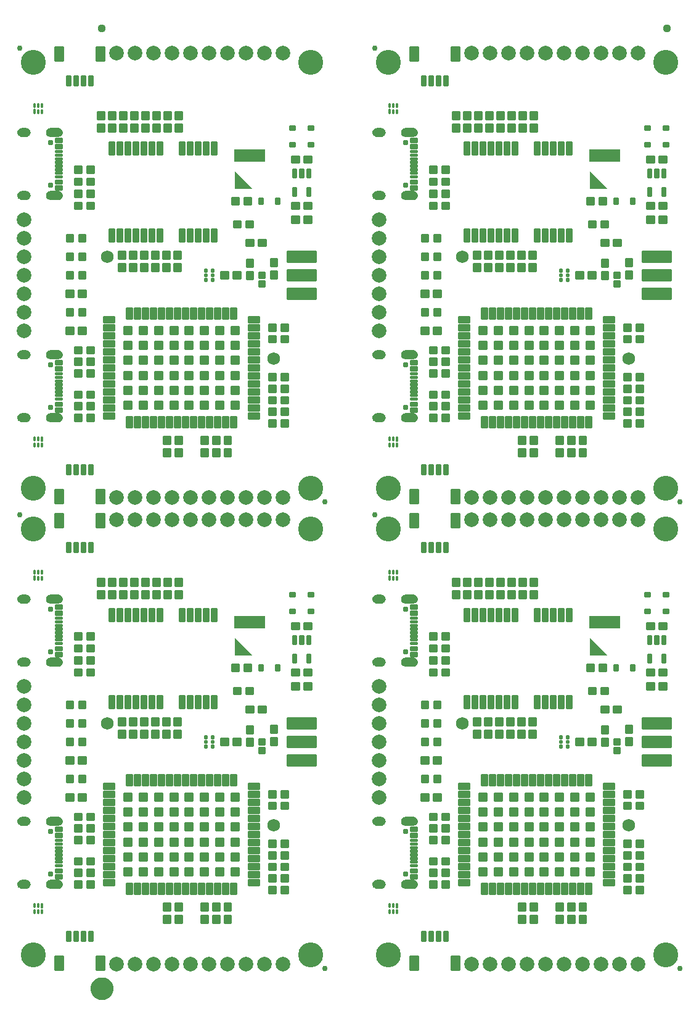
<source format=gts>
G04 EAGLE Gerber RS-274X export*
G75*
%MOMM*%
%FSLAX34Y34*%
%LPD*%
%INSoldermask Top*%
%IPPOS*%
%AMOC8*
5,1,8,0,0,1.08239X$1,22.5*%
G01*
%ADD10C,3.429000*%
%ADD11C,0.762000*%
%ADD12C,0.225588*%
%ADD13C,0.225369*%
%ADD14C,0.225400*%
%ADD15C,0.428259*%
%ADD16C,0.223409*%
%ADD17C,0.229969*%
%ADD18C,0.230578*%
%ADD19C,0.777000*%
%ADD20C,0.227778*%
%ADD21C,2.006600*%
%ADD22C,0.224709*%
%ADD23C,0.231750*%
%ADD24C,0.228500*%
%ADD25C,0.220859*%
%ADD26C,0.227100*%
%ADD27R,4.200000X1.700000*%
%ADD28C,1.727000*%
%ADD29C,1.127000*%
%ADD30C,1.270000*%
%ADD31C,1.627000*%

G36*
X326172Y1075958D02*
X326172Y1075958D01*
X326216Y1075961D01*
X326238Y1075977D01*
X326264Y1075985D01*
X326293Y1076018D01*
X326328Y1076044D01*
X326338Y1076070D01*
X326356Y1076090D01*
X326363Y1076134D01*
X326378Y1076174D01*
X326373Y1076201D01*
X326377Y1076228D01*
X326359Y1076269D01*
X326350Y1076311D01*
X326324Y1076347D01*
X326320Y1076356D01*
X326315Y1076360D01*
X326306Y1076371D01*
X302306Y1100371D01*
X302268Y1100392D01*
X302235Y1100421D01*
X302208Y1100425D01*
X302184Y1100438D01*
X302140Y1100435D01*
X302097Y1100442D01*
X302072Y1100431D01*
X302044Y1100429D01*
X302009Y1100403D01*
X301969Y1100385D01*
X301954Y1100362D01*
X301932Y1100346D01*
X301916Y1100305D01*
X301892Y1100269D01*
X301885Y1100225D01*
X301882Y1100216D01*
X301883Y1100209D01*
X301881Y1100195D01*
X301881Y1076195D01*
X301886Y1076179D01*
X301883Y1076162D01*
X301905Y1076112D01*
X301920Y1076061D01*
X301933Y1076050D01*
X301940Y1076034D01*
X301985Y1076004D01*
X302025Y1075969D01*
X302042Y1075966D01*
X302057Y1075957D01*
X302130Y1075946D01*
X326130Y1075946D01*
X326172Y1075958D01*
G37*
G36*
X813852Y1075958D02*
X813852Y1075958D01*
X813896Y1075961D01*
X813918Y1075977D01*
X813944Y1075985D01*
X813973Y1076018D01*
X814008Y1076044D01*
X814018Y1076070D01*
X814036Y1076090D01*
X814043Y1076134D01*
X814058Y1076174D01*
X814053Y1076201D01*
X814057Y1076228D01*
X814039Y1076269D01*
X814030Y1076311D01*
X814004Y1076347D01*
X814000Y1076356D01*
X813995Y1076360D01*
X813986Y1076371D01*
X789986Y1100371D01*
X789948Y1100392D01*
X789915Y1100421D01*
X789888Y1100425D01*
X789864Y1100438D01*
X789820Y1100435D01*
X789777Y1100442D01*
X789752Y1100431D01*
X789724Y1100429D01*
X789689Y1100403D01*
X789649Y1100385D01*
X789634Y1100362D01*
X789612Y1100346D01*
X789596Y1100305D01*
X789572Y1100269D01*
X789565Y1100225D01*
X789562Y1100216D01*
X789563Y1100209D01*
X789561Y1100195D01*
X789561Y1076195D01*
X789566Y1076179D01*
X789563Y1076162D01*
X789585Y1076112D01*
X789600Y1076061D01*
X789613Y1076050D01*
X789620Y1076034D01*
X789665Y1076004D01*
X789705Y1075969D01*
X789722Y1075966D01*
X789737Y1075957D01*
X789810Y1075946D01*
X813810Y1075946D01*
X813852Y1075958D01*
G37*
G36*
X326172Y435878D02*
X326172Y435878D01*
X326216Y435881D01*
X326238Y435897D01*
X326264Y435905D01*
X326293Y435938D01*
X326328Y435964D01*
X326338Y435990D01*
X326356Y436010D01*
X326363Y436054D01*
X326378Y436094D01*
X326373Y436121D01*
X326377Y436148D01*
X326359Y436189D01*
X326350Y436231D01*
X326324Y436267D01*
X326320Y436276D01*
X326315Y436280D01*
X326306Y436291D01*
X302306Y460291D01*
X302268Y460312D01*
X302235Y460341D01*
X302208Y460345D01*
X302184Y460358D01*
X302140Y460355D01*
X302097Y460362D01*
X302072Y460351D01*
X302044Y460349D01*
X302009Y460323D01*
X301969Y460305D01*
X301954Y460282D01*
X301932Y460266D01*
X301916Y460225D01*
X301892Y460189D01*
X301885Y460145D01*
X301882Y460136D01*
X301883Y460129D01*
X301881Y460115D01*
X301881Y436115D01*
X301886Y436099D01*
X301883Y436082D01*
X301905Y436032D01*
X301920Y435981D01*
X301933Y435970D01*
X301940Y435954D01*
X301985Y435924D01*
X302025Y435889D01*
X302042Y435886D01*
X302057Y435877D01*
X302130Y435866D01*
X326130Y435866D01*
X326172Y435878D01*
G37*
G36*
X813852Y435878D02*
X813852Y435878D01*
X813896Y435881D01*
X813918Y435897D01*
X813944Y435905D01*
X813973Y435938D01*
X814008Y435964D01*
X814018Y435990D01*
X814036Y436010D01*
X814043Y436054D01*
X814058Y436094D01*
X814053Y436121D01*
X814057Y436148D01*
X814039Y436189D01*
X814030Y436231D01*
X814004Y436267D01*
X814000Y436276D01*
X813995Y436280D01*
X813986Y436291D01*
X789986Y460291D01*
X789948Y460312D01*
X789915Y460341D01*
X789888Y460345D01*
X789864Y460358D01*
X789820Y460355D01*
X789777Y460362D01*
X789752Y460351D01*
X789724Y460349D01*
X789689Y460323D01*
X789649Y460305D01*
X789634Y460282D01*
X789612Y460266D01*
X789596Y460225D01*
X789572Y460189D01*
X789565Y460145D01*
X789562Y460136D01*
X789563Y460129D01*
X789561Y460115D01*
X789561Y436115D01*
X789566Y436099D01*
X789563Y436082D01*
X789585Y436032D01*
X789600Y435981D01*
X789613Y435970D01*
X789620Y435954D01*
X789665Y435924D01*
X789705Y435889D01*
X789722Y435886D01*
X789737Y435877D01*
X789810Y435866D01*
X813810Y435866D01*
X813852Y435878D01*
G37*
G36*
X60304Y1147134D02*
X60304Y1147134D01*
X60307Y1147131D01*
X61429Y1147286D01*
X61434Y1147291D01*
X61438Y1147288D01*
X62509Y1147659D01*
X62513Y1147665D01*
X62518Y1147663D01*
X63495Y1148236D01*
X63498Y1148242D01*
X63503Y1148241D01*
X64350Y1148994D01*
X64352Y1149001D01*
X64357Y1149001D01*
X65041Y1149904D01*
X65041Y1149911D01*
X65046Y1149912D01*
X65541Y1150931D01*
X65539Y1150938D01*
X65544Y1150940D01*
X65831Y1152037D01*
X65829Y1152041D01*
X65831Y1152042D01*
X65829Y1152044D01*
X65832Y1152046D01*
X65899Y1153177D01*
X65897Y1153181D01*
X65899Y1153183D01*
X65832Y1154314D01*
X65827Y1154319D01*
X65831Y1154323D01*
X65544Y1155420D01*
X65538Y1155424D01*
X65541Y1155429D01*
X65046Y1156448D01*
X65040Y1156451D01*
X65041Y1156456D01*
X64357Y1157359D01*
X64350Y1157361D01*
X64350Y1157366D01*
X63503Y1158119D01*
X63496Y1158119D01*
X63495Y1158124D01*
X62518Y1158697D01*
X62511Y1158696D01*
X62509Y1158701D01*
X61438Y1159072D01*
X61432Y1159069D01*
X61429Y1159074D01*
X60307Y1159229D01*
X60302Y1159226D01*
X60300Y1159229D01*
X48300Y1159229D01*
X48295Y1159226D01*
X48292Y1159229D01*
X47025Y1159024D01*
X47019Y1159018D01*
X47015Y1159021D01*
X45825Y1158539D01*
X45821Y1158532D01*
X45815Y1158534D01*
X44762Y1157800D01*
X44760Y1157792D01*
X44754Y1157793D01*
X43891Y1156843D01*
X43890Y1156834D01*
X43885Y1156834D01*
X43255Y1155715D01*
X43256Y1155707D01*
X43250Y1155705D01*
X42885Y1154475D01*
X42888Y1154467D01*
X42883Y1154464D01*
X42801Y1153183D01*
X42804Y1153179D01*
X42801Y1153177D01*
X42883Y1151896D01*
X42889Y1151890D01*
X42885Y1151885D01*
X43250Y1150655D01*
X43257Y1150650D01*
X43255Y1150645D01*
X43885Y1149526D01*
X43892Y1149523D01*
X43891Y1149517D01*
X44754Y1148567D01*
X44762Y1148566D01*
X44762Y1148560D01*
X45815Y1147826D01*
X45823Y1147826D01*
X45825Y1147821D01*
X47015Y1147339D01*
X47022Y1147341D01*
X47025Y1147336D01*
X48292Y1147131D01*
X48297Y1147134D01*
X48300Y1147131D01*
X60300Y1147131D01*
X60304Y1147134D01*
G37*
G36*
X60304Y420654D02*
X60304Y420654D01*
X60307Y420651D01*
X61429Y420806D01*
X61434Y420811D01*
X61438Y420808D01*
X62509Y421179D01*
X62513Y421185D01*
X62518Y421183D01*
X63495Y421756D01*
X63498Y421762D01*
X63503Y421761D01*
X64350Y422514D01*
X64352Y422521D01*
X64357Y422521D01*
X65041Y423424D01*
X65041Y423431D01*
X65046Y423432D01*
X65541Y424451D01*
X65539Y424458D01*
X65544Y424460D01*
X65831Y425557D01*
X65829Y425561D01*
X65831Y425562D01*
X65829Y425564D01*
X65832Y425566D01*
X65899Y426697D01*
X65897Y426701D01*
X65899Y426703D01*
X65832Y427834D01*
X65827Y427839D01*
X65831Y427843D01*
X65544Y428940D01*
X65538Y428944D01*
X65541Y428949D01*
X65046Y429968D01*
X65040Y429971D01*
X65041Y429976D01*
X64357Y430879D01*
X64350Y430881D01*
X64350Y430886D01*
X63503Y431639D01*
X63496Y431639D01*
X63495Y431644D01*
X62518Y432217D01*
X62511Y432216D01*
X62509Y432221D01*
X61438Y432592D01*
X61432Y432589D01*
X61429Y432594D01*
X60307Y432749D01*
X60302Y432746D01*
X60300Y432749D01*
X48300Y432749D01*
X48295Y432746D01*
X48292Y432749D01*
X47025Y432544D01*
X47019Y432538D01*
X47015Y432541D01*
X45825Y432059D01*
X45821Y432052D01*
X45815Y432054D01*
X44762Y431320D01*
X44760Y431312D01*
X44754Y431313D01*
X43891Y430363D01*
X43890Y430354D01*
X43885Y430354D01*
X43255Y429235D01*
X43256Y429227D01*
X43250Y429225D01*
X42885Y427995D01*
X42888Y427987D01*
X42883Y427984D01*
X42801Y426703D01*
X42804Y426699D01*
X42801Y426697D01*
X42883Y425416D01*
X42889Y425410D01*
X42885Y425405D01*
X43250Y424175D01*
X43257Y424170D01*
X43255Y424165D01*
X43885Y423046D01*
X43892Y423043D01*
X43891Y423037D01*
X44754Y422087D01*
X44762Y422086D01*
X44762Y422080D01*
X45815Y421346D01*
X45823Y421346D01*
X45825Y421341D01*
X47015Y420859D01*
X47022Y420861D01*
X47025Y420856D01*
X48292Y420651D01*
X48297Y420654D01*
X48300Y420651D01*
X60300Y420651D01*
X60304Y420654D01*
G37*
G36*
X547984Y420654D02*
X547984Y420654D01*
X547987Y420651D01*
X549109Y420806D01*
X549114Y420811D01*
X549118Y420808D01*
X550189Y421179D01*
X550193Y421185D01*
X550198Y421183D01*
X551175Y421756D01*
X551178Y421762D01*
X551183Y421761D01*
X552030Y422514D01*
X552032Y422521D01*
X552037Y422521D01*
X552721Y423424D01*
X552721Y423431D01*
X552726Y423432D01*
X553221Y424451D01*
X553219Y424458D01*
X553224Y424460D01*
X553511Y425557D01*
X553509Y425561D01*
X553511Y425562D01*
X553509Y425564D01*
X553512Y425566D01*
X553579Y426697D01*
X553577Y426701D01*
X553579Y426703D01*
X553512Y427834D01*
X553507Y427839D01*
X553511Y427843D01*
X553224Y428940D01*
X553218Y428944D01*
X553221Y428949D01*
X552726Y429968D01*
X552720Y429971D01*
X552721Y429976D01*
X552037Y430879D01*
X552030Y430881D01*
X552030Y430886D01*
X551183Y431639D01*
X551176Y431639D01*
X551175Y431644D01*
X550198Y432217D01*
X550191Y432216D01*
X550189Y432221D01*
X549118Y432592D01*
X549112Y432589D01*
X549109Y432594D01*
X547987Y432749D01*
X547982Y432746D01*
X547980Y432749D01*
X535980Y432749D01*
X535975Y432746D01*
X535972Y432749D01*
X534705Y432544D01*
X534699Y432538D01*
X534695Y432541D01*
X533505Y432059D01*
X533501Y432052D01*
X533495Y432054D01*
X532442Y431320D01*
X532440Y431312D01*
X532434Y431313D01*
X531571Y430363D01*
X531570Y430354D01*
X531565Y430354D01*
X530935Y429235D01*
X530936Y429227D01*
X530930Y429225D01*
X530565Y427995D01*
X530568Y427987D01*
X530563Y427984D01*
X530481Y426703D01*
X530484Y426699D01*
X530481Y426697D01*
X530563Y425416D01*
X530569Y425410D01*
X530565Y425405D01*
X530930Y424175D01*
X530937Y424170D01*
X530935Y424165D01*
X531565Y423046D01*
X531572Y423043D01*
X531571Y423037D01*
X532434Y422087D01*
X532442Y422086D01*
X532442Y422080D01*
X533495Y421346D01*
X533503Y421346D01*
X533505Y421341D01*
X534695Y420859D01*
X534702Y420861D01*
X534705Y420856D01*
X535972Y420651D01*
X535977Y420654D01*
X535980Y420651D01*
X547980Y420651D01*
X547984Y420654D01*
G37*
G36*
X547984Y1147134D02*
X547984Y1147134D01*
X547987Y1147131D01*
X549109Y1147286D01*
X549114Y1147291D01*
X549118Y1147288D01*
X550189Y1147659D01*
X550193Y1147665D01*
X550198Y1147663D01*
X551175Y1148236D01*
X551178Y1148242D01*
X551183Y1148241D01*
X552030Y1148994D01*
X552032Y1149001D01*
X552037Y1149001D01*
X552721Y1149904D01*
X552721Y1149911D01*
X552726Y1149912D01*
X553221Y1150931D01*
X553219Y1150938D01*
X553224Y1150940D01*
X553511Y1152037D01*
X553509Y1152041D01*
X553511Y1152042D01*
X553509Y1152044D01*
X553512Y1152046D01*
X553579Y1153177D01*
X553577Y1153181D01*
X553579Y1153183D01*
X553512Y1154314D01*
X553507Y1154319D01*
X553511Y1154323D01*
X553224Y1155420D01*
X553218Y1155424D01*
X553221Y1155429D01*
X552726Y1156448D01*
X552720Y1156451D01*
X552721Y1156456D01*
X552037Y1157359D01*
X552030Y1157361D01*
X552030Y1157366D01*
X551183Y1158119D01*
X551176Y1158119D01*
X551175Y1158124D01*
X550198Y1158697D01*
X550191Y1158696D01*
X550189Y1158701D01*
X549118Y1159072D01*
X549112Y1159069D01*
X549109Y1159074D01*
X547987Y1159229D01*
X547982Y1159226D01*
X547980Y1159229D01*
X535980Y1159229D01*
X535975Y1159226D01*
X535972Y1159229D01*
X534705Y1159024D01*
X534699Y1159018D01*
X534695Y1159021D01*
X533505Y1158539D01*
X533501Y1158532D01*
X533495Y1158534D01*
X532442Y1157800D01*
X532440Y1157792D01*
X532434Y1157793D01*
X531571Y1156843D01*
X531570Y1156834D01*
X531565Y1156834D01*
X530935Y1155715D01*
X530936Y1155707D01*
X530930Y1155705D01*
X530565Y1154475D01*
X530568Y1154467D01*
X530563Y1154464D01*
X530481Y1153183D01*
X530484Y1153179D01*
X530481Y1153177D01*
X530563Y1151896D01*
X530569Y1151890D01*
X530565Y1151885D01*
X530930Y1150655D01*
X530937Y1150650D01*
X530935Y1150645D01*
X531565Y1149526D01*
X531572Y1149523D01*
X531571Y1149517D01*
X532434Y1148567D01*
X532442Y1148566D01*
X532442Y1148560D01*
X533495Y1147826D01*
X533503Y1147826D01*
X533505Y1147821D01*
X534695Y1147339D01*
X534702Y1147341D01*
X534705Y1147336D01*
X535972Y1147131D01*
X535977Y1147134D01*
X535980Y1147131D01*
X547980Y1147131D01*
X547984Y1147134D01*
G37*
G36*
X60304Y202254D02*
X60304Y202254D01*
X60307Y202251D01*
X61429Y202406D01*
X61434Y202411D01*
X61438Y202408D01*
X62509Y202779D01*
X62513Y202785D01*
X62518Y202783D01*
X63495Y203356D01*
X63498Y203362D01*
X63503Y203361D01*
X64350Y204114D01*
X64352Y204121D01*
X64357Y204121D01*
X65041Y205024D01*
X65041Y205031D01*
X65046Y205032D01*
X65541Y206051D01*
X65539Y206058D01*
X65544Y206060D01*
X65831Y207157D01*
X65829Y207161D01*
X65831Y207162D01*
X65829Y207164D01*
X65832Y207166D01*
X65899Y208297D01*
X65897Y208301D01*
X65899Y208303D01*
X65832Y209434D01*
X65827Y209439D01*
X65831Y209443D01*
X65544Y210540D01*
X65538Y210544D01*
X65541Y210549D01*
X65046Y211568D01*
X65040Y211571D01*
X65041Y211576D01*
X64357Y212479D01*
X64350Y212481D01*
X64350Y212486D01*
X63503Y213239D01*
X63496Y213239D01*
X63495Y213244D01*
X62518Y213817D01*
X62511Y213816D01*
X62509Y213821D01*
X61438Y214192D01*
X61432Y214189D01*
X61429Y214194D01*
X60307Y214349D01*
X60302Y214346D01*
X60300Y214349D01*
X48300Y214349D01*
X48295Y214346D01*
X48292Y214349D01*
X47025Y214144D01*
X47019Y214138D01*
X47015Y214141D01*
X45825Y213659D01*
X45821Y213652D01*
X45815Y213654D01*
X44762Y212920D01*
X44760Y212912D01*
X44754Y212913D01*
X43891Y211963D01*
X43890Y211954D01*
X43885Y211954D01*
X43255Y210835D01*
X43256Y210827D01*
X43250Y210825D01*
X42885Y209595D01*
X42888Y209587D01*
X42883Y209584D01*
X42801Y208303D01*
X42804Y208299D01*
X42801Y208297D01*
X42883Y207016D01*
X42889Y207010D01*
X42885Y207005D01*
X43250Y205775D01*
X43257Y205770D01*
X43255Y205765D01*
X43885Y204646D01*
X43892Y204643D01*
X43891Y204637D01*
X44754Y203687D01*
X44762Y203686D01*
X44762Y203680D01*
X45815Y202946D01*
X45823Y202946D01*
X45825Y202941D01*
X47015Y202459D01*
X47022Y202461D01*
X47025Y202456D01*
X48292Y202251D01*
X48297Y202254D01*
X48300Y202251D01*
X60300Y202251D01*
X60304Y202254D01*
G37*
G36*
X60304Y1060734D02*
X60304Y1060734D01*
X60307Y1060731D01*
X61429Y1060886D01*
X61434Y1060891D01*
X61438Y1060888D01*
X62509Y1061259D01*
X62513Y1061265D01*
X62518Y1061263D01*
X63495Y1061836D01*
X63498Y1061842D01*
X63503Y1061841D01*
X64350Y1062594D01*
X64352Y1062601D01*
X64357Y1062601D01*
X65041Y1063504D01*
X65041Y1063511D01*
X65046Y1063512D01*
X65541Y1064531D01*
X65539Y1064538D01*
X65544Y1064540D01*
X65831Y1065637D01*
X65829Y1065641D01*
X65831Y1065642D01*
X65829Y1065644D01*
X65832Y1065646D01*
X65899Y1066777D01*
X65897Y1066781D01*
X65899Y1066783D01*
X65832Y1067914D01*
X65827Y1067919D01*
X65831Y1067923D01*
X65544Y1069020D01*
X65538Y1069024D01*
X65541Y1069029D01*
X65046Y1070048D01*
X65040Y1070051D01*
X65041Y1070056D01*
X64357Y1070959D01*
X64350Y1070961D01*
X64350Y1070966D01*
X63503Y1071719D01*
X63496Y1071719D01*
X63495Y1071724D01*
X62518Y1072297D01*
X62511Y1072296D01*
X62509Y1072301D01*
X61438Y1072672D01*
X61432Y1072669D01*
X61429Y1072674D01*
X60307Y1072829D01*
X60302Y1072826D01*
X60300Y1072829D01*
X48300Y1072829D01*
X48295Y1072826D01*
X48292Y1072829D01*
X47025Y1072624D01*
X47019Y1072618D01*
X47015Y1072621D01*
X45825Y1072139D01*
X45821Y1072132D01*
X45815Y1072134D01*
X44762Y1071400D01*
X44760Y1071392D01*
X44754Y1071393D01*
X43891Y1070443D01*
X43890Y1070434D01*
X43885Y1070434D01*
X43255Y1069315D01*
X43256Y1069307D01*
X43250Y1069305D01*
X42885Y1068075D01*
X42888Y1068067D01*
X42883Y1068064D01*
X42801Y1066783D01*
X42804Y1066779D01*
X42801Y1066777D01*
X42883Y1065496D01*
X42889Y1065490D01*
X42885Y1065485D01*
X43250Y1064255D01*
X43257Y1064250D01*
X43255Y1064245D01*
X43885Y1063126D01*
X43892Y1063123D01*
X43891Y1063117D01*
X44754Y1062167D01*
X44762Y1062166D01*
X44762Y1062160D01*
X45815Y1061426D01*
X45823Y1061426D01*
X45825Y1061421D01*
X47015Y1060939D01*
X47022Y1060941D01*
X47025Y1060936D01*
X48292Y1060731D01*
X48297Y1060734D01*
X48300Y1060731D01*
X60300Y1060731D01*
X60304Y1060734D01*
G37*
G36*
X547984Y1060734D02*
X547984Y1060734D01*
X547987Y1060731D01*
X549109Y1060886D01*
X549114Y1060891D01*
X549118Y1060888D01*
X550189Y1061259D01*
X550193Y1061265D01*
X550198Y1061263D01*
X551175Y1061836D01*
X551178Y1061842D01*
X551183Y1061841D01*
X552030Y1062594D01*
X552032Y1062601D01*
X552037Y1062601D01*
X552721Y1063504D01*
X552721Y1063511D01*
X552726Y1063512D01*
X553221Y1064531D01*
X553219Y1064538D01*
X553224Y1064540D01*
X553511Y1065637D01*
X553509Y1065641D01*
X553511Y1065642D01*
X553509Y1065644D01*
X553512Y1065646D01*
X553579Y1066777D01*
X553577Y1066781D01*
X553579Y1066783D01*
X553512Y1067914D01*
X553507Y1067919D01*
X553511Y1067923D01*
X553224Y1069020D01*
X553218Y1069024D01*
X553221Y1069029D01*
X552726Y1070048D01*
X552720Y1070051D01*
X552721Y1070056D01*
X552037Y1070959D01*
X552030Y1070961D01*
X552030Y1070966D01*
X551183Y1071719D01*
X551176Y1071719D01*
X551175Y1071724D01*
X550198Y1072297D01*
X550191Y1072296D01*
X550189Y1072301D01*
X549118Y1072672D01*
X549112Y1072669D01*
X549109Y1072674D01*
X547987Y1072829D01*
X547982Y1072826D01*
X547980Y1072829D01*
X535980Y1072829D01*
X535975Y1072826D01*
X535972Y1072829D01*
X534705Y1072624D01*
X534699Y1072618D01*
X534695Y1072621D01*
X533505Y1072139D01*
X533501Y1072132D01*
X533495Y1072134D01*
X532442Y1071400D01*
X532440Y1071392D01*
X532434Y1071393D01*
X531571Y1070443D01*
X531570Y1070434D01*
X531565Y1070434D01*
X530935Y1069315D01*
X530936Y1069307D01*
X530930Y1069305D01*
X530565Y1068075D01*
X530568Y1068067D01*
X530563Y1068064D01*
X530481Y1066783D01*
X530484Y1066779D01*
X530481Y1066777D01*
X530563Y1065496D01*
X530569Y1065490D01*
X530565Y1065485D01*
X530930Y1064255D01*
X530937Y1064250D01*
X530935Y1064245D01*
X531565Y1063126D01*
X531572Y1063123D01*
X531571Y1063117D01*
X532434Y1062167D01*
X532442Y1062166D01*
X532442Y1062160D01*
X533495Y1061426D01*
X533503Y1061426D01*
X533505Y1061421D01*
X534695Y1060939D01*
X534702Y1060941D01*
X534705Y1060936D01*
X535972Y1060731D01*
X535977Y1060734D01*
X535980Y1060731D01*
X547980Y1060731D01*
X547984Y1060734D01*
G37*
G36*
X547984Y202254D02*
X547984Y202254D01*
X547987Y202251D01*
X549109Y202406D01*
X549114Y202411D01*
X549118Y202408D01*
X550189Y202779D01*
X550193Y202785D01*
X550198Y202783D01*
X551175Y203356D01*
X551178Y203362D01*
X551183Y203361D01*
X552030Y204114D01*
X552032Y204121D01*
X552037Y204121D01*
X552721Y205024D01*
X552721Y205031D01*
X552726Y205032D01*
X553221Y206051D01*
X553219Y206058D01*
X553224Y206060D01*
X553511Y207157D01*
X553509Y207161D01*
X553511Y207162D01*
X553509Y207164D01*
X553512Y207166D01*
X553579Y208297D01*
X553577Y208301D01*
X553579Y208303D01*
X553512Y209434D01*
X553507Y209439D01*
X553511Y209443D01*
X553224Y210540D01*
X553218Y210544D01*
X553221Y210549D01*
X552726Y211568D01*
X552720Y211571D01*
X552721Y211576D01*
X552037Y212479D01*
X552030Y212481D01*
X552030Y212486D01*
X551183Y213239D01*
X551176Y213239D01*
X551175Y213244D01*
X550198Y213817D01*
X550191Y213816D01*
X550189Y213821D01*
X549118Y214192D01*
X549112Y214189D01*
X549109Y214194D01*
X547987Y214349D01*
X547982Y214346D01*
X547980Y214349D01*
X535980Y214349D01*
X535975Y214346D01*
X535972Y214349D01*
X534705Y214144D01*
X534699Y214138D01*
X534695Y214141D01*
X533505Y213659D01*
X533501Y213652D01*
X533495Y213654D01*
X532442Y212920D01*
X532440Y212912D01*
X532434Y212913D01*
X531571Y211963D01*
X531570Y211954D01*
X531565Y211954D01*
X530935Y210835D01*
X530936Y210827D01*
X530930Y210825D01*
X530565Y209595D01*
X530568Y209587D01*
X530563Y209584D01*
X530481Y208303D01*
X530484Y208299D01*
X530481Y208297D01*
X530563Y207016D01*
X530569Y207010D01*
X530565Y207005D01*
X530930Y205775D01*
X530937Y205770D01*
X530935Y205765D01*
X531565Y204646D01*
X531572Y204643D01*
X531571Y204637D01*
X532434Y203687D01*
X532442Y203686D01*
X532442Y203680D01*
X533495Y202946D01*
X533503Y202946D01*
X533505Y202941D01*
X534695Y202459D01*
X534702Y202461D01*
X534705Y202456D01*
X535972Y202251D01*
X535977Y202254D01*
X535980Y202251D01*
X547980Y202251D01*
X547984Y202254D01*
G37*
G36*
X547984Y115854D02*
X547984Y115854D01*
X547987Y115851D01*
X549109Y116006D01*
X549114Y116011D01*
X549118Y116008D01*
X550189Y116379D01*
X550193Y116385D01*
X550198Y116383D01*
X551175Y116956D01*
X551178Y116962D01*
X551183Y116961D01*
X552030Y117714D01*
X552032Y117721D01*
X552037Y117721D01*
X552721Y118624D01*
X552721Y118631D01*
X552726Y118632D01*
X553221Y119651D01*
X553219Y119658D01*
X553224Y119660D01*
X553511Y120757D01*
X553509Y120761D01*
X553511Y120762D01*
X553509Y120764D01*
X553512Y120766D01*
X553579Y121897D01*
X553577Y121901D01*
X553579Y121903D01*
X553512Y123034D01*
X553507Y123039D01*
X553511Y123043D01*
X553224Y124140D01*
X553218Y124144D01*
X553221Y124149D01*
X552726Y125168D01*
X552720Y125171D01*
X552721Y125176D01*
X552037Y126079D01*
X552030Y126081D01*
X552030Y126086D01*
X551183Y126839D01*
X551176Y126839D01*
X551175Y126844D01*
X550198Y127417D01*
X550191Y127416D01*
X550189Y127421D01*
X549118Y127792D01*
X549112Y127789D01*
X549109Y127794D01*
X547987Y127949D01*
X547982Y127946D01*
X547980Y127949D01*
X535980Y127949D01*
X535975Y127946D01*
X535972Y127949D01*
X534705Y127744D01*
X534699Y127738D01*
X534695Y127741D01*
X533505Y127259D01*
X533501Y127252D01*
X533495Y127254D01*
X532442Y126520D01*
X532440Y126512D01*
X532434Y126513D01*
X531571Y125563D01*
X531570Y125554D01*
X531565Y125554D01*
X530935Y124435D01*
X530936Y124427D01*
X530930Y124425D01*
X530565Y123195D01*
X530568Y123187D01*
X530563Y123184D01*
X530481Y121903D01*
X530484Y121899D01*
X530481Y121897D01*
X530563Y120616D01*
X530569Y120610D01*
X530565Y120605D01*
X530930Y119375D01*
X530937Y119370D01*
X530935Y119365D01*
X531565Y118246D01*
X531572Y118243D01*
X531571Y118237D01*
X532434Y117287D01*
X532442Y117286D01*
X532442Y117280D01*
X533495Y116546D01*
X533503Y116546D01*
X533505Y116541D01*
X534695Y116059D01*
X534702Y116061D01*
X534705Y116056D01*
X535972Y115851D01*
X535977Y115854D01*
X535980Y115851D01*
X547980Y115851D01*
X547984Y115854D01*
G37*
G36*
X60304Y115854D02*
X60304Y115854D01*
X60307Y115851D01*
X61429Y116006D01*
X61434Y116011D01*
X61438Y116008D01*
X62509Y116379D01*
X62513Y116385D01*
X62518Y116383D01*
X63495Y116956D01*
X63498Y116962D01*
X63503Y116961D01*
X64350Y117714D01*
X64352Y117721D01*
X64357Y117721D01*
X65041Y118624D01*
X65041Y118631D01*
X65046Y118632D01*
X65541Y119651D01*
X65539Y119658D01*
X65544Y119660D01*
X65831Y120757D01*
X65829Y120761D01*
X65831Y120762D01*
X65829Y120764D01*
X65832Y120766D01*
X65899Y121897D01*
X65897Y121901D01*
X65899Y121903D01*
X65832Y123034D01*
X65827Y123039D01*
X65831Y123043D01*
X65544Y124140D01*
X65538Y124144D01*
X65541Y124149D01*
X65046Y125168D01*
X65040Y125171D01*
X65041Y125176D01*
X64357Y126079D01*
X64350Y126081D01*
X64350Y126086D01*
X63503Y126839D01*
X63496Y126839D01*
X63495Y126844D01*
X62518Y127417D01*
X62511Y127416D01*
X62509Y127421D01*
X61438Y127792D01*
X61432Y127789D01*
X61429Y127794D01*
X60307Y127949D01*
X60302Y127946D01*
X60300Y127949D01*
X48300Y127949D01*
X48295Y127946D01*
X48292Y127949D01*
X47025Y127744D01*
X47019Y127738D01*
X47015Y127741D01*
X45825Y127259D01*
X45821Y127252D01*
X45815Y127254D01*
X44762Y126520D01*
X44760Y126512D01*
X44754Y126513D01*
X43891Y125563D01*
X43890Y125554D01*
X43885Y125554D01*
X43255Y124435D01*
X43256Y124427D01*
X43250Y124425D01*
X42885Y123195D01*
X42888Y123187D01*
X42883Y123184D01*
X42801Y121903D01*
X42804Y121899D01*
X42801Y121897D01*
X42883Y120616D01*
X42889Y120610D01*
X42885Y120605D01*
X43250Y119375D01*
X43257Y119370D01*
X43255Y119365D01*
X43885Y118246D01*
X43892Y118243D01*
X43891Y118237D01*
X44754Y117287D01*
X44762Y117286D01*
X44762Y117280D01*
X45815Y116546D01*
X45823Y116546D01*
X45825Y116541D01*
X47015Y116059D01*
X47022Y116061D01*
X47025Y116056D01*
X48292Y115851D01*
X48297Y115854D01*
X48300Y115851D01*
X60300Y115851D01*
X60304Y115854D01*
G37*
G36*
X60304Y842334D02*
X60304Y842334D01*
X60307Y842331D01*
X61429Y842486D01*
X61434Y842491D01*
X61438Y842488D01*
X62509Y842859D01*
X62513Y842865D01*
X62518Y842863D01*
X63495Y843436D01*
X63498Y843442D01*
X63503Y843441D01*
X64350Y844194D01*
X64352Y844201D01*
X64357Y844201D01*
X65041Y845104D01*
X65041Y845111D01*
X65046Y845112D01*
X65541Y846131D01*
X65539Y846138D01*
X65544Y846140D01*
X65831Y847237D01*
X65829Y847241D01*
X65831Y847242D01*
X65829Y847244D01*
X65832Y847246D01*
X65899Y848377D01*
X65897Y848381D01*
X65899Y848383D01*
X65832Y849514D01*
X65827Y849519D01*
X65831Y849523D01*
X65544Y850620D01*
X65538Y850624D01*
X65541Y850629D01*
X65046Y851648D01*
X65040Y851651D01*
X65041Y851656D01*
X64357Y852559D01*
X64350Y852561D01*
X64350Y852566D01*
X63503Y853319D01*
X63496Y853319D01*
X63495Y853324D01*
X62518Y853897D01*
X62511Y853896D01*
X62509Y853901D01*
X61438Y854272D01*
X61432Y854269D01*
X61429Y854274D01*
X60307Y854429D01*
X60302Y854426D01*
X60300Y854429D01*
X48300Y854429D01*
X48295Y854426D01*
X48292Y854429D01*
X47025Y854224D01*
X47019Y854218D01*
X47015Y854221D01*
X45825Y853739D01*
X45821Y853732D01*
X45815Y853734D01*
X44762Y853000D01*
X44760Y852992D01*
X44754Y852993D01*
X43891Y852043D01*
X43890Y852034D01*
X43885Y852034D01*
X43255Y850915D01*
X43256Y850907D01*
X43250Y850905D01*
X42885Y849675D01*
X42888Y849667D01*
X42883Y849664D01*
X42801Y848383D01*
X42804Y848379D01*
X42801Y848377D01*
X42883Y847096D01*
X42889Y847090D01*
X42885Y847085D01*
X43250Y845855D01*
X43257Y845850D01*
X43255Y845845D01*
X43885Y844726D01*
X43892Y844723D01*
X43891Y844717D01*
X44754Y843767D01*
X44762Y843766D01*
X44762Y843760D01*
X45815Y843026D01*
X45823Y843026D01*
X45825Y843021D01*
X47015Y842539D01*
X47022Y842541D01*
X47025Y842536D01*
X48292Y842331D01*
X48297Y842334D01*
X48300Y842331D01*
X60300Y842331D01*
X60304Y842334D01*
G37*
G36*
X547984Y842334D02*
X547984Y842334D01*
X547987Y842331D01*
X549109Y842486D01*
X549114Y842491D01*
X549118Y842488D01*
X550189Y842859D01*
X550193Y842865D01*
X550198Y842863D01*
X551175Y843436D01*
X551178Y843442D01*
X551183Y843441D01*
X552030Y844194D01*
X552032Y844201D01*
X552037Y844201D01*
X552721Y845104D01*
X552721Y845111D01*
X552726Y845112D01*
X553221Y846131D01*
X553219Y846138D01*
X553224Y846140D01*
X553511Y847237D01*
X553509Y847241D01*
X553511Y847242D01*
X553509Y847244D01*
X553512Y847246D01*
X553579Y848377D01*
X553577Y848381D01*
X553579Y848383D01*
X553512Y849514D01*
X553507Y849519D01*
X553511Y849523D01*
X553224Y850620D01*
X553218Y850624D01*
X553221Y850629D01*
X552726Y851648D01*
X552720Y851651D01*
X552721Y851656D01*
X552037Y852559D01*
X552030Y852561D01*
X552030Y852566D01*
X551183Y853319D01*
X551176Y853319D01*
X551175Y853324D01*
X550198Y853897D01*
X550191Y853896D01*
X550189Y853901D01*
X549118Y854272D01*
X549112Y854269D01*
X549109Y854274D01*
X547987Y854429D01*
X547982Y854426D01*
X547980Y854429D01*
X535980Y854429D01*
X535975Y854426D01*
X535972Y854429D01*
X534705Y854224D01*
X534699Y854218D01*
X534695Y854221D01*
X533505Y853739D01*
X533501Y853732D01*
X533495Y853734D01*
X532442Y853000D01*
X532440Y852992D01*
X532434Y852993D01*
X531571Y852043D01*
X531570Y852034D01*
X531565Y852034D01*
X530935Y850915D01*
X530936Y850907D01*
X530930Y850905D01*
X530565Y849675D01*
X530568Y849667D01*
X530563Y849664D01*
X530481Y848383D01*
X530484Y848379D01*
X530481Y848377D01*
X530563Y847096D01*
X530569Y847090D01*
X530565Y847085D01*
X530930Y845855D01*
X530937Y845850D01*
X530935Y845845D01*
X531565Y844726D01*
X531572Y844723D01*
X531571Y844717D01*
X532434Y843767D01*
X532442Y843766D01*
X532442Y843760D01*
X533495Y843026D01*
X533503Y843026D01*
X533505Y843021D01*
X534695Y842539D01*
X534702Y842541D01*
X534705Y842536D01*
X535972Y842331D01*
X535977Y842334D01*
X535980Y842331D01*
X547980Y842331D01*
X547984Y842334D01*
G37*
G36*
X547984Y755934D02*
X547984Y755934D01*
X547987Y755931D01*
X549109Y756086D01*
X549114Y756091D01*
X549118Y756088D01*
X550189Y756459D01*
X550193Y756465D01*
X550198Y756463D01*
X551175Y757036D01*
X551178Y757042D01*
X551183Y757041D01*
X552030Y757794D01*
X552032Y757801D01*
X552037Y757801D01*
X552721Y758704D01*
X552721Y758711D01*
X552726Y758712D01*
X553221Y759731D01*
X553219Y759738D01*
X553224Y759740D01*
X553511Y760837D01*
X553509Y760841D01*
X553511Y760842D01*
X553509Y760844D01*
X553512Y760846D01*
X553579Y761977D01*
X553577Y761981D01*
X553579Y761983D01*
X553512Y763114D01*
X553507Y763119D01*
X553511Y763123D01*
X553224Y764220D01*
X553218Y764224D01*
X553221Y764229D01*
X552726Y765248D01*
X552720Y765251D01*
X552721Y765256D01*
X552037Y766159D01*
X552030Y766161D01*
X552030Y766166D01*
X551183Y766919D01*
X551176Y766919D01*
X551175Y766924D01*
X550198Y767497D01*
X550191Y767496D01*
X550189Y767501D01*
X549118Y767872D01*
X549112Y767869D01*
X549109Y767874D01*
X547987Y768029D01*
X547982Y768026D01*
X547980Y768029D01*
X535980Y768029D01*
X535975Y768026D01*
X535972Y768029D01*
X534705Y767824D01*
X534699Y767818D01*
X534695Y767821D01*
X533505Y767339D01*
X533501Y767332D01*
X533495Y767334D01*
X532442Y766600D01*
X532440Y766592D01*
X532434Y766593D01*
X531571Y765643D01*
X531570Y765634D01*
X531565Y765634D01*
X530935Y764515D01*
X530936Y764507D01*
X530930Y764505D01*
X530565Y763275D01*
X530568Y763267D01*
X530563Y763264D01*
X530481Y761983D01*
X530484Y761979D01*
X530481Y761977D01*
X530563Y760696D01*
X530569Y760690D01*
X530565Y760685D01*
X530930Y759455D01*
X530937Y759450D01*
X530935Y759445D01*
X531565Y758326D01*
X531572Y758323D01*
X531571Y758317D01*
X532434Y757367D01*
X532442Y757366D01*
X532442Y757360D01*
X533495Y756626D01*
X533503Y756626D01*
X533505Y756621D01*
X534695Y756139D01*
X534702Y756141D01*
X534705Y756136D01*
X535972Y755931D01*
X535977Y755934D01*
X535980Y755931D01*
X547980Y755931D01*
X547984Y755934D01*
G37*
G36*
X60304Y755934D02*
X60304Y755934D01*
X60307Y755931D01*
X61429Y756086D01*
X61434Y756091D01*
X61438Y756088D01*
X62509Y756459D01*
X62513Y756465D01*
X62518Y756463D01*
X63495Y757036D01*
X63498Y757042D01*
X63503Y757041D01*
X64350Y757794D01*
X64352Y757801D01*
X64357Y757801D01*
X65041Y758704D01*
X65041Y758711D01*
X65046Y758712D01*
X65541Y759731D01*
X65539Y759738D01*
X65544Y759740D01*
X65831Y760837D01*
X65829Y760841D01*
X65831Y760842D01*
X65829Y760844D01*
X65832Y760846D01*
X65899Y761977D01*
X65897Y761981D01*
X65899Y761983D01*
X65832Y763114D01*
X65827Y763119D01*
X65831Y763123D01*
X65544Y764220D01*
X65538Y764224D01*
X65541Y764229D01*
X65046Y765248D01*
X65040Y765251D01*
X65041Y765256D01*
X64357Y766159D01*
X64350Y766161D01*
X64350Y766166D01*
X63503Y766919D01*
X63496Y766919D01*
X63495Y766924D01*
X62518Y767497D01*
X62511Y767496D01*
X62509Y767501D01*
X61438Y767872D01*
X61432Y767869D01*
X61429Y767874D01*
X60307Y768029D01*
X60302Y768026D01*
X60300Y768029D01*
X48300Y768029D01*
X48295Y768026D01*
X48292Y768029D01*
X47025Y767824D01*
X47019Y767818D01*
X47015Y767821D01*
X45825Y767339D01*
X45821Y767332D01*
X45815Y767334D01*
X44762Y766600D01*
X44760Y766592D01*
X44754Y766593D01*
X43891Y765643D01*
X43890Y765634D01*
X43885Y765634D01*
X43255Y764515D01*
X43256Y764507D01*
X43250Y764505D01*
X42885Y763275D01*
X42888Y763267D01*
X42883Y763264D01*
X42801Y761983D01*
X42804Y761979D01*
X42801Y761977D01*
X42883Y760696D01*
X42889Y760690D01*
X42885Y760685D01*
X43250Y759455D01*
X43257Y759450D01*
X43255Y759445D01*
X43885Y758326D01*
X43892Y758323D01*
X43891Y758317D01*
X44754Y757367D01*
X44762Y757366D01*
X44762Y757360D01*
X45815Y756626D01*
X45823Y756626D01*
X45825Y756621D01*
X47015Y756139D01*
X47022Y756141D01*
X47025Y756136D01*
X48292Y755931D01*
X48297Y755934D01*
X48300Y755931D01*
X60300Y755931D01*
X60304Y755934D01*
G37*
G36*
X60304Y507054D02*
X60304Y507054D01*
X60307Y507051D01*
X61429Y507206D01*
X61434Y507211D01*
X61438Y507208D01*
X62509Y507579D01*
X62513Y507585D01*
X62518Y507583D01*
X63495Y508156D01*
X63498Y508162D01*
X63503Y508161D01*
X64350Y508914D01*
X64352Y508921D01*
X64357Y508921D01*
X65041Y509824D01*
X65041Y509831D01*
X65046Y509832D01*
X65541Y510851D01*
X65539Y510858D01*
X65544Y510860D01*
X65831Y511957D01*
X65829Y511961D01*
X65831Y511962D01*
X65829Y511964D01*
X65832Y511966D01*
X65899Y513097D01*
X65897Y513101D01*
X65899Y513103D01*
X65832Y514234D01*
X65827Y514239D01*
X65831Y514243D01*
X65544Y515340D01*
X65538Y515344D01*
X65541Y515349D01*
X65046Y516368D01*
X65040Y516371D01*
X65041Y516376D01*
X64357Y517279D01*
X64350Y517281D01*
X64350Y517286D01*
X63503Y518039D01*
X63496Y518039D01*
X63495Y518044D01*
X62518Y518617D01*
X62511Y518616D01*
X62509Y518621D01*
X61438Y518992D01*
X61432Y518989D01*
X61429Y518994D01*
X60307Y519149D01*
X60302Y519146D01*
X60300Y519149D01*
X48300Y519149D01*
X48295Y519146D01*
X48292Y519149D01*
X47025Y518944D01*
X47019Y518938D01*
X47015Y518941D01*
X45825Y518459D01*
X45821Y518452D01*
X45815Y518454D01*
X44762Y517720D01*
X44760Y517712D01*
X44754Y517713D01*
X43891Y516763D01*
X43890Y516754D01*
X43885Y516754D01*
X43255Y515635D01*
X43256Y515627D01*
X43250Y515625D01*
X42885Y514395D01*
X42888Y514387D01*
X42883Y514384D01*
X42801Y513103D01*
X42804Y513099D01*
X42801Y513097D01*
X42883Y511816D01*
X42889Y511810D01*
X42885Y511805D01*
X43250Y510575D01*
X43257Y510570D01*
X43255Y510565D01*
X43885Y509446D01*
X43892Y509443D01*
X43891Y509437D01*
X44754Y508487D01*
X44762Y508486D01*
X44762Y508480D01*
X45815Y507746D01*
X45823Y507746D01*
X45825Y507741D01*
X47015Y507259D01*
X47022Y507261D01*
X47025Y507256D01*
X48292Y507051D01*
X48297Y507054D01*
X48300Y507051D01*
X60300Y507051D01*
X60304Y507054D01*
G37*
G36*
X547984Y507054D02*
X547984Y507054D01*
X547987Y507051D01*
X549109Y507206D01*
X549114Y507211D01*
X549118Y507208D01*
X550189Y507579D01*
X550193Y507585D01*
X550198Y507583D01*
X551175Y508156D01*
X551178Y508162D01*
X551183Y508161D01*
X552030Y508914D01*
X552032Y508921D01*
X552037Y508921D01*
X552721Y509824D01*
X552721Y509831D01*
X552726Y509832D01*
X553221Y510851D01*
X553219Y510858D01*
X553224Y510860D01*
X553511Y511957D01*
X553509Y511961D01*
X553511Y511962D01*
X553509Y511964D01*
X553512Y511966D01*
X553579Y513097D01*
X553577Y513101D01*
X553579Y513103D01*
X553512Y514234D01*
X553507Y514239D01*
X553511Y514243D01*
X553224Y515340D01*
X553218Y515344D01*
X553221Y515349D01*
X552726Y516368D01*
X552720Y516371D01*
X552721Y516376D01*
X552037Y517279D01*
X552030Y517281D01*
X552030Y517286D01*
X551183Y518039D01*
X551176Y518039D01*
X551175Y518044D01*
X550198Y518617D01*
X550191Y518616D01*
X550189Y518621D01*
X549118Y518992D01*
X549112Y518989D01*
X549109Y518994D01*
X547987Y519149D01*
X547982Y519146D01*
X547980Y519149D01*
X535980Y519149D01*
X535975Y519146D01*
X535972Y519149D01*
X534705Y518944D01*
X534699Y518938D01*
X534695Y518941D01*
X533505Y518459D01*
X533501Y518452D01*
X533495Y518454D01*
X532442Y517720D01*
X532440Y517712D01*
X532434Y517713D01*
X531571Y516763D01*
X531570Y516754D01*
X531565Y516754D01*
X530935Y515635D01*
X530936Y515627D01*
X530930Y515625D01*
X530565Y514395D01*
X530568Y514387D01*
X530563Y514384D01*
X530481Y513103D01*
X530484Y513099D01*
X530481Y513097D01*
X530563Y511816D01*
X530569Y511810D01*
X530565Y511805D01*
X530930Y510575D01*
X530937Y510570D01*
X530935Y510565D01*
X531565Y509446D01*
X531572Y509443D01*
X531571Y509437D01*
X532434Y508487D01*
X532442Y508486D01*
X532442Y508480D01*
X533495Y507746D01*
X533503Y507746D01*
X533505Y507741D01*
X534695Y507259D01*
X534702Y507261D01*
X534705Y507256D01*
X535972Y507051D01*
X535977Y507054D01*
X535980Y507051D01*
X547980Y507051D01*
X547984Y507054D01*
G37*
G36*
X503183Y1147133D02*
X503183Y1147133D01*
X503185Y1147131D01*
X504361Y1147242D01*
X504366Y1147247D01*
X504370Y1147244D01*
X505502Y1147582D01*
X505506Y1147588D01*
X505511Y1147586D01*
X506555Y1148138D01*
X506558Y1148145D01*
X506563Y1148143D01*
X507479Y1148889D01*
X507480Y1148896D01*
X507486Y1148896D01*
X508239Y1149806D01*
X508239Y1149813D01*
X508244Y1149814D01*
X508805Y1150853D01*
X508804Y1150858D01*
X508808Y1150860D01*
X508807Y1150861D01*
X508809Y1150862D01*
X509156Y1151991D01*
X509156Y1151992D01*
X509157Y1151993D01*
X509154Y1151997D01*
X509158Y1152000D01*
X509279Y1153175D01*
X509275Y1153182D01*
X509279Y1153186D01*
X509122Y1154526D01*
X509117Y1154532D01*
X509120Y1154537D01*
X508669Y1155808D01*
X508662Y1155813D01*
X508664Y1155818D01*
X507942Y1156957D01*
X507934Y1156960D01*
X507935Y1156966D01*
X506977Y1157916D01*
X506969Y1157917D01*
X506968Y1157923D01*
X505823Y1158636D01*
X505815Y1158635D01*
X505813Y1158641D01*
X504537Y1159081D01*
X504530Y1159079D01*
X504527Y1159083D01*
X503185Y1159229D01*
X503182Y1159227D01*
X503180Y1159229D01*
X497180Y1159229D01*
X497177Y1159227D01*
X497174Y1159229D01*
X495845Y1159074D01*
X495839Y1159068D01*
X495835Y1159071D01*
X494574Y1158624D01*
X494569Y1158617D01*
X494564Y1158619D01*
X493434Y1157902D01*
X493431Y1157895D01*
X493425Y1157896D01*
X492483Y1156946D01*
X492482Y1156937D01*
X492476Y1156937D01*
X491769Y1155801D01*
X491770Y1155793D01*
X491764Y1155791D01*
X491328Y1154526D01*
X491330Y1154518D01*
X491325Y1154516D01*
X491181Y1153185D01*
X491185Y1153179D01*
X491181Y1153175D01*
X491291Y1152009D01*
X491296Y1152004D01*
X491293Y1152000D01*
X491628Y1150877D01*
X491634Y1150873D01*
X491632Y1150869D01*
X492180Y1149833D01*
X492186Y1149830D01*
X492185Y1149825D01*
X492924Y1148917D01*
X492931Y1148915D01*
X492931Y1148910D01*
X493833Y1148163D01*
X493841Y1148163D01*
X493841Y1148158D01*
X494872Y1147601D01*
X494879Y1147602D01*
X494881Y1147597D01*
X496000Y1147253D01*
X496007Y1147255D01*
X496010Y1147251D01*
X497175Y1147131D01*
X497178Y1147133D01*
X497180Y1147131D01*
X503180Y1147131D01*
X503183Y1147133D01*
G37*
G36*
X15503Y1147133D02*
X15503Y1147133D01*
X15505Y1147131D01*
X16681Y1147242D01*
X16686Y1147247D01*
X16690Y1147244D01*
X17822Y1147582D01*
X17826Y1147588D01*
X17831Y1147586D01*
X18875Y1148138D01*
X18878Y1148145D01*
X18883Y1148143D01*
X19799Y1148889D01*
X19800Y1148896D01*
X19806Y1148896D01*
X20559Y1149806D01*
X20559Y1149813D01*
X20564Y1149814D01*
X21125Y1150853D01*
X21124Y1150858D01*
X21128Y1150860D01*
X21127Y1150861D01*
X21129Y1150862D01*
X21476Y1151991D01*
X21476Y1151992D01*
X21477Y1151993D01*
X21474Y1151997D01*
X21478Y1152000D01*
X21599Y1153175D01*
X21595Y1153182D01*
X21599Y1153186D01*
X21442Y1154526D01*
X21437Y1154532D01*
X21440Y1154537D01*
X20989Y1155808D01*
X20982Y1155813D01*
X20984Y1155818D01*
X20262Y1156957D01*
X20254Y1156960D01*
X20255Y1156966D01*
X19297Y1157916D01*
X19289Y1157917D01*
X19288Y1157923D01*
X18143Y1158636D01*
X18135Y1158635D01*
X18133Y1158641D01*
X16857Y1159081D01*
X16850Y1159079D01*
X16847Y1159083D01*
X15505Y1159229D01*
X15502Y1159227D01*
X15500Y1159229D01*
X9500Y1159229D01*
X9497Y1159227D01*
X9494Y1159229D01*
X8165Y1159074D01*
X8159Y1159068D01*
X8155Y1159071D01*
X6894Y1158624D01*
X6889Y1158617D01*
X6884Y1158619D01*
X5754Y1157902D01*
X5751Y1157895D01*
X5745Y1157896D01*
X4803Y1156946D01*
X4802Y1156937D01*
X4796Y1156937D01*
X4089Y1155801D01*
X4090Y1155793D01*
X4084Y1155791D01*
X3648Y1154526D01*
X3650Y1154518D01*
X3645Y1154516D01*
X3501Y1153185D01*
X3505Y1153179D01*
X3501Y1153175D01*
X3611Y1152009D01*
X3616Y1152004D01*
X3613Y1152000D01*
X3948Y1150877D01*
X3954Y1150873D01*
X3952Y1150869D01*
X4500Y1149833D01*
X4506Y1149830D01*
X4505Y1149825D01*
X5244Y1148917D01*
X5251Y1148915D01*
X5251Y1148910D01*
X6153Y1148163D01*
X6161Y1148163D01*
X6161Y1148158D01*
X7192Y1147601D01*
X7199Y1147602D01*
X7201Y1147597D01*
X8320Y1147253D01*
X8327Y1147255D01*
X8330Y1147251D01*
X9495Y1147131D01*
X9498Y1147133D01*
X9500Y1147131D01*
X15500Y1147131D01*
X15503Y1147133D01*
G37*
G36*
X15503Y1060733D02*
X15503Y1060733D01*
X15505Y1060731D01*
X16681Y1060842D01*
X16686Y1060847D01*
X16690Y1060844D01*
X17822Y1061182D01*
X17826Y1061188D01*
X17831Y1061186D01*
X18875Y1061738D01*
X18878Y1061745D01*
X18883Y1061743D01*
X19799Y1062489D01*
X19800Y1062496D01*
X19806Y1062496D01*
X20559Y1063406D01*
X20559Y1063413D01*
X20564Y1063414D01*
X21125Y1064453D01*
X21124Y1064458D01*
X21128Y1064460D01*
X21127Y1064461D01*
X21129Y1064462D01*
X21476Y1065591D01*
X21476Y1065592D01*
X21477Y1065593D01*
X21474Y1065597D01*
X21478Y1065600D01*
X21599Y1066775D01*
X21595Y1066782D01*
X21599Y1066786D01*
X21442Y1068126D01*
X21437Y1068132D01*
X21440Y1068137D01*
X20989Y1069408D01*
X20982Y1069413D01*
X20984Y1069418D01*
X20262Y1070557D01*
X20254Y1070560D01*
X20255Y1070566D01*
X19297Y1071516D01*
X19289Y1071517D01*
X19288Y1071523D01*
X18143Y1072236D01*
X18135Y1072235D01*
X18133Y1072241D01*
X16857Y1072681D01*
X16850Y1072679D01*
X16847Y1072683D01*
X15505Y1072829D01*
X15502Y1072827D01*
X15500Y1072829D01*
X9500Y1072829D01*
X9497Y1072827D01*
X9494Y1072829D01*
X8165Y1072674D01*
X8159Y1072668D01*
X8155Y1072671D01*
X6894Y1072224D01*
X6889Y1072217D01*
X6884Y1072219D01*
X5754Y1071502D01*
X5751Y1071495D01*
X5745Y1071496D01*
X4803Y1070546D01*
X4802Y1070537D01*
X4796Y1070537D01*
X4089Y1069401D01*
X4090Y1069393D01*
X4084Y1069391D01*
X3648Y1068126D01*
X3650Y1068118D01*
X3645Y1068116D01*
X3501Y1066785D01*
X3505Y1066779D01*
X3501Y1066775D01*
X3611Y1065609D01*
X3616Y1065604D01*
X3613Y1065600D01*
X3948Y1064477D01*
X3954Y1064473D01*
X3952Y1064469D01*
X4500Y1063433D01*
X4506Y1063430D01*
X4505Y1063425D01*
X5244Y1062517D01*
X5251Y1062515D01*
X5251Y1062510D01*
X6153Y1061763D01*
X6161Y1061763D01*
X6161Y1061758D01*
X7192Y1061201D01*
X7199Y1061202D01*
X7201Y1061197D01*
X8320Y1060853D01*
X8327Y1060855D01*
X8330Y1060851D01*
X9495Y1060731D01*
X9498Y1060733D01*
X9500Y1060731D01*
X15500Y1060731D01*
X15503Y1060733D01*
G37*
G36*
X503183Y1060733D02*
X503183Y1060733D01*
X503185Y1060731D01*
X504361Y1060842D01*
X504366Y1060847D01*
X504370Y1060844D01*
X505502Y1061182D01*
X505506Y1061188D01*
X505511Y1061186D01*
X506555Y1061738D01*
X506558Y1061745D01*
X506563Y1061743D01*
X507479Y1062489D01*
X507480Y1062496D01*
X507486Y1062496D01*
X508239Y1063406D01*
X508239Y1063413D01*
X508244Y1063414D01*
X508805Y1064453D01*
X508804Y1064458D01*
X508808Y1064460D01*
X508807Y1064461D01*
X508809Y1064462D01*
X509156Y1065591D01*
X509156Y1065592D01*
X509157Y1065593D01*
X509154Y1065597D01*
X509158Y1065600D01*
X509279Y1066775D01*
X509275Y1066782D01*
X509279Y1066786D01*
X509122Y1068126D01*
X509117Y1068132D01*
X509120Y1068137D01*
X508669Y1069408D01*
X508662Y1069413D01*
X508664Y1069418D01*
X507942Y1070557D01*
X507934Y1070560D01*
X507935Y1070566D01*
X506977Y1071516D01*
X506969Y1071517D01*
X506968Y1071523D01*
X505823Y1072236D01*
X505815Y1072235D01*
X505813Y1072241D01*
X504537Y1072681D01*
X504530Y1072679D01*
X504527Y1072683D01*
X503185Y1072829D01*
X503182Y1072827D01*
X503180Y1072829D01*
X497180Y1072829D01*
X497177Y1072827D01*
X497174Y1072829D01*
X495845Y1072674D01*
X495839Y1072668D01*
X495835Y1072671D01*
X494574Y1072224D01*
X494569Y1072217D01*
X494564Y1072219D01*
X493434Y1071502D01*
X493431Y1071495D01*
X493425Y1071496D01*
X492483Y1070546D01*
X492482Y1070537D01*
X492476Y1070537D01*
X491769Y1069401D01*
X491770Y1069393D01*
X491764Y1069391D01*
X491328Y1068126D01*
X491330Y1068118D01*
X491325Y1068116D01*
X491181Y1066785D01*
X491185Y1066779D01*
X491181Y1066775D01*
X491291Y1065609D01*
X491296Y1065604D01*
X491293Y1065600D01*
X491628Y1064477D01*
X491634Y1064473D01*
X491632Y1064469D01*
X492180Y1063433D01*
X492186Y1063430D01*
X492185Y1063425D01*
X492924Y1062517D01*
X492931Y1062515D01*
X492931Y1062510D01*
X493833Y1061763D01*
X493841Y1061763D01*
X493841Y1061758D01*
X494872Y1061201D01*
X494879Y1061202D01*
X494881Y1061197D01*
X496000Y1060853D01*
X496007Y1060855D01*
X496010Y1060851D01*
X497175Y1060731D01*
X497178Y1060733D01*
X497180Y1060731D01*
X503180Y1060731D01*
X503183Y1060733D01*
G37*
G36*
X15503Y842333D02*
X15503Y842333D01*
X15505Y842331D01*
X16681Y842442D01*
X16686Y842447D01*
X16690Y842444D01*
X17822Y842782D01*
X17826Y842788D01*
X17831Y842786D01*
X18875Y843338D01*
X18878Y843345D01*
X18883Y843343D01*
X19799Y844089D01*
X19800Y844096D01*
X19806Y844096D01*
X20559Y845006D01*
X20559Y845013D01*
X20564Y845014D01*
X21125Y846053D01*
X21124Y846058D01*
X21128Y846060D01*
X21127Y846061D01*
X21129Y846062D01*
X21476Y847191D01*
X21476Y847192D01*
X21477Y847193D01*
X21474Y847197D01*
X21478Y847200D01*
X21599Y848375D01*
X21595Y848382D01*
X21599Y848386D01*
X21442Y849726D01*
X21437Y849732D01*
X21440Y849737D01*
X20989Y851008D01*
X20982Y851013D01*
X20984Y851018D01*
X20262Y852157D01*
X20254Y852160D01*
X20255Y852166D01*
X19297Y853116D01*
X19289Y853117D01*
X19288Y853123D01*
X18143Y853836D01*
X18135Y853835D01*
X18133Y853841D01*
X16857Y854281D01*
X16850Y854279D01*
X16847Y854283D01*
X15505Y854429D01*
X15502Y854427D01*
X15500Y854429D01*
X9500Y854429D01*
X9497Y854427D01*
X9494Y854429D01*
X8165Y854274D01*
X8159Y854268D01*
X8155Y854271D01*
X6894Y853824D01*
X6889Y853817D01*
X6884Y853819D01*
X5754Y853102D01*
X5751Y853095D01*
X5745Y853096D01*
X4803Y852146D01*
X4802Y852137D01*
X4796Y852137D01*
X4089Y851001D01*
X4090Y850993D01*
X4084Y850991D01*
X3648Y849726D01*
X3650Y849718D01*
X3645Y849716D01*
X3501Y848385D01*
X3505Y848379D01*
X3501Y848375D01*
X3611Y847209D01*
X3616Y847204D01*
X3613Y847200D01*
X3948Y846077D01*
X3954Y846073D01*
X3952Y846069D01*
X4500Y845033D01*
X4506Y845030D01*
X4505Y845025D01*
X5244Y844117D01*
X5251Y844115D01*
X5251Y844110D01*
X6153Y843363D01*
X6161Y843363D01*
X6161Y843358D01*
X7192Y842801D01*
X7199Y842802D01*
X7201Y842797D01*
X8320Y842453D01*
X8327Y842455D01*
X8330Y842451D01*
X9495Y842331D01*
X9498Y842333D01*
X9500Y842331D01*
X15500Y842331D01*
X15503Y842333D01*
G37*
G36*
X503183Y842333D02*
X503183Y842333D01*
X503185Y842331D01*
X504361Y842442D01*
X504366Y842447D01*
X504370Y842444D01*
X505502Y842782D01*
X505506Y842788D01*
X505511Y842786D01*
X506555Y843338D01*
X506558Y843345D01*
X506563Y843343D01*
X507479Y844089D01*
X507480Y844096D01*
X507486Y844096D01*
X508239Y845006D01*
X508239Y845013D01*
X508244Y845014D01*
X508805Y846053D01*
X508804Y846058D01*
X508808Y846060D01*
X508807Y846061D01*
X508809Y846062D01*
X509156Y847191D01*
X509156Y847192D01*
X509157Y847193D01*
X509154Y847197D01*
X509158Y847200D01*
X509279Y848375D01*
X509275Y848382D01*
X509279Y848386D01*
X509122Y849726D01*
X509117Y849732D01*
X509120Y849737D01*
X508669Y851008D01*
X508662Y851013D01*
X508664Y851018D01*
X507942Y852157D01*
X507934Y852160D01*
X507935Y852166D01*
X506977Y853116D01*
X506969Y853117D01*
X506968Y853123D01*
X505823Y853836D01*
X505815Y853835D01*
X505813Y853841D01*
X504537Y854281D01*
X504530Y854279D01*
X504527Y854283D01*
X503185Y854429D01*
X503182Y854427D01*
X503180Y854429D01*
X497180Y854429D01*
X497177Y854427D01*
X497174Y854429D01*
X495845Y854274D01*
X495839Y854268D01*
X495835Y854271D01*
X494574Y853824D01*
X494569Y853817D01*
X494564Y853819D01*
X493434Y853102D01*
X493431Y853095D01*
X493425Y853096D01*
X492483Y852146D01*
X492482Y852137D01*
X492476Y852137D01*
X491769Y851001D01*
X491770Y850993D01*
X491764Y850991D01*
X491328Y849726D01*
X491330Y849718D01*
X491325Y849716D01*
X491181Y848385D01*
X491185Y848379D01*
X491181Y848375D01*
X491291Y847209D01*
X491296Y847204D01*
X491293Y847200D01*
X491628Y846077D01*
X491634Y846073D01*
X491632Y846069D01*
X492180Y845033D01*
X492186Y845030D01*
X492185Y845025D01*
X492924Y844117D01*
X492931Y844115D01*
X492931Y844110D01*
X493833Y843363D01*
X493841Y843363D01*
X493841Y843358D01*
X494872Y842801D01*
X494879Y842802D01*
X494881Y842797D01*
X496000Y842453D01*
X496007Y842455D01*
X496010Y842451D01*
X497175Y842331D01*
X497178Y842333D01*
X497180Y842331D01*
X503180Y842331D01*
X503183Y842333D01*
G37*
G36*
X15503Y507053D02*
X15503Y507053D01*
X15505Y507051D01*
X16681Y507162D01*
X16686Y507167D01*
X16690Y507164D01*
X17822Y507502D01*
X17826Y507508D01*
X17831Y507506D01*
X18875Y508058D01*
X18878Y508065D01*
X18883Y508063D01*
X19799Y508809D01*
X19800Y508816D01*
X19806Y508816D01*
X20559Y509726D01*
X20559Y509733D01*
X20564Y509734D01*
X21125Y510773D01*
X21124Y510778D01*
X21128Y510780D01*
X21127Y510781D01*
X21129Y510782D01*
X21476Y511911D01*
X21476Y511912D01*
X21477Y511913D01*
X21474Y511917D01*
X21478Y511920D01*
X21599Y513095D01*
X21595Y513102D01*
X21599Y513106D01*
X21442Y514446D01*
X21437Y514452D01*
X21440Y514457D01*
X20989Y515728D01*
X20982Y515733D01*
X20984Y515738D01*
X20262Y516877D01*
X20254Y516880D01*
X20255Y516886D01*
X19297Y517836D01*
X19289Y517837D01*
X19288Y517843D01*
X18143Y518556D01*
X18135Y518555D01*
X18133Y518561D01*
X16857Y519001D01*
X16850Y518999D01*
X16847Y519003D01*
X15505Y519149D01*
X15502Y519147D01*
X15500Y519149D01*
X9500Y519149D01*
X9497Y519147D01*
X9494Y519149D01*
X8165Y518994D01*
X8159Y518988D01*
X8155Y518991D01*
X6894Y518544D01*
X6889Y518537D01*
X6884Y518539D01*
X5754Y517822D01*
X5751Y517815D01*
X5745Y517816D01*
X4803Y516866D01*
X4802Y516857D01*
X4796Y516857D01*
X4089Y515721D01*
X4090Y515713D01*
X4084Y515711D01*
X3648Y514446D01*
X3650Y514438D01*
X3645Y514436D01*
X3501Y513105D01*
X3505Y513099D01*
X3501Y513095D01*
X3611Y511929D01*
X3616Y511924D01*
X3613Y511920D01*
X3948Y510797D01*
X3954Y510793D01*
X3952Y510789D01*
X4500Y509753D01*
X4506Y509750D01*
X4505Y509745D01*
X5244Y508837D01*
X5251Y508835D01*
X5251Y508830D01*
X6153Y508083D01*
X6161Y508083D01*
X6161Y508078D01*
X7192Y507521D01*
X7199Y507522D01*
X7201Y507517D01*
X8320Y507173D01*
X8327Y507175D01*
X8330Y507171D01*
X9495Y507051D01*
X9498Y507053D01*
X9500Y507051D01*
X15500Y507051D01*
X15503Y507053D01*
G37*
G36*
X503183Y507053D02*
X503183Y507053D01*
X503185Y507051D01*
X504361Y507162D01*
X504366Y507167D01*
X504370Y507164D01*
X505502Y507502D01*
X505506Y507508D01*
X505511Y507506D01*
X506555Y508058D01*
X506558Y508065D01*
X506563Y508063D01*
X507479Y508809D01*
X507480Y508816D01*
X507486Y508816D01*
X508239Y509726D01*
X508239Y509733D01*
X508244Y509734D01*
X508805Y510773D01*
X508804Y510778D01*
X508808Y510780D01*
X508807Y510781D01*
X508809Y510782D01*
X509156Y511911D01*
X509156Y511912D01*
X509157Y511913D01*
X509154Y511917D01*
X509158Y511920D01*
X509279Y513095D01*
X509275Y513102D01*
X509279Y513106D01*
X509122Y514446D01*
X509117Y514452D01*
X509120Y514457D01*
X508669Y515728D01*
X508662Y515733D01*
X508664Y515738D01*
X507942Y516877D01*
X507934Y516880D01*
X507935Y516886D01*
X506977Y517836D01*
X506969Y517837D01*
X506968Y517843D01*
X505823Y518556D01*
X505815Y518555D01*
X505813Y518561D01*
X504537Y519001D01*
X504530Y518999D01*
X504527Y519003D01*
X503185Y519149D01*
X503182Y519147D01*
X503180Y519149D01*
X497180Y519149D01*
X497177Y519147D01*
X497174Y519149D01*
X495845Y518994D01*
X495839Y518988D01*
X495835Y518991D01*
X494574Y518544D01*
X494569Y518537D01*
X494564Y518539D01*
X493434Y517822D01*
X493431Y517815D01*
X493425Y517816D01*
X492483Y516866D01*
X492482Y516857D01*
X492476Y516857D01*
X491769Y515721D01*
X491770Y515713D01*
X491764Y515711D01*
X491328Y514446D01*
X491330Y514438D01*
X491325Y514436D01*
X491181Y513105D01*
X491185Y513099D01*
X491181Y513095D01*
X491291Y511929D01*
X491296Y511924D01*
X491293Y511920D01*
X491628Y510797D01*
X491634Y510793D01*
X491632Y510789D01*
X492180Y509753D01*
X492186Y509750D01*
X492185Y509745D01*
X492924Y508837D01*
X492931Y508835D01*
X492931Y508830D01*
X493833Y508083D01*
X493841Y508083D01*
X493841Y508078D01*
X494872Y507521D01*
X494879Y507522D01*
X494881Y507517D01*
X496000Y507173D01*
X496007Y507175D01*
X496010Y507171D01*
X497175Y507051D01*
X497178Y507053D01*
X497180Y507051D01*
X503180Y507051D01*
X503183Y507053D01*
G37*
G36*
X503183Y202253D02*
X503183Y202253D01*
X503185Y202251D01*
X504361Y202362D01*
X504366Y202367D01*
X504370Y202364D01*
X505502Y202702D01*
X505506Y202708D01*
X505511Y202706D01*
X506555Y203258D01*
X506558Y203265D01*
X506563Y203263D01*
X507479Y204009D01*
X507480Y204016D01*
X507486Y204016D01*
X508239Y204926D01*
X508239Y204933D01*
X508244Y204934D01*
X508805Y205973D01*
X508804Y205978D01*
X508808Y205980D01*
X508807Y205981D01*
X508809Y205982D01*
X509156Y207111D01*
X509156Y207112D01*
X509157Y207113D01*
X509154Y207117D01*
X509158Y207120D01*
X509279Y208295D01*
X509275Y208302D01*
X509279Y208306D01*
X509122Y209646D01*
X509117Y209652D01*
X509120Y209657D01*
X508669Y210928D01*
X508662Y210933D01*
X508664Y210938D01*
X507942Y212077D01*
X507934Y212080D01*
X507935Y212086D01*
X506977Y213036D01*
X506969Y213037D01*
X506968Y213043D01*
X505823Y213756D01*
X505815Y213755D01*
X505813Y213761D01*
X504537Y214201D01*
X504530Y214199D01*
X504527Y214203D01*
X503185Y214349D01*
X503182Y214347D01*
X503180Y214349D01*
X497180Y214349D01*
X497177Y214347D01*
X497174Y214349D01*
X495845Y214194D01*
X495839Y214188D01*
X495835Y214191D01*
X494574Y213744D01*
X494569Y213737D01*
X494564Y213739D01*
X493434Y213022D01*
X493431Y213015D01*
X493425Y213016D01*
X492483Y212066D01*
X492482Y212057D01*
X492476Y212057D01*
X491769Y210921D01*
X491770Y210913D01*
X491764Y210911D01*
X491328Y209646D01*
X491330Y209638D01*
X491325Y209636D01*
X491181Y208305D01*
X491185Y208299D01*
X491181Y208295D01*
X491291Y207129D01*
X491296Y207124D01*
X491293Y207120D01*
X491628Y205997D01*
X491634Y205993D01*
X491632Y205989D01*
X492180Y204953D01*
X492186Y204950D01*
X492185Y204945D01*
X492924Y204037D01*
X492931Y204035D01*
X492931Y204030D01*
X493833Y203283D01*
X493841Y203283D01*
X493841Y203278D01*
X494872Y202721D01*
X494879Y202722D01*
X494881Y202717D01*
X496000Y202373D01*
X496007Y202375D01*
X496010Y202371D01*
X497175Y202251D01*
X497178Y202253D01*
X497180Y202251D01*
X503180Y202251D01*
X503183Y202253D01*
G37*
G36*
X15503Y202253D02*
X15503Y202253D01*
X15505Y202251D01*
X16681Y202362D01*
X16686Y202367D01*
X16690Y202364D01*
X17822Y202702D01*
X17826Y202708D01*
X17831Y202706D01*
X18875Y203258D01*
X18878Y203265D01*
X18883Y203263D01*
X19799Y204009D01*
X19800Y204016D01*
X19806Y204016D01*
X20559Y204926D01*
X20559Y204933D01*
X20564Y204934D01*
X21125Y205973D01*
X21124Y205978D01*
X21128Y205980D01*
X21127Y205981D01*
X21129Y205982D01*
X21476Y207111D01*
X21476Y207112D01*
X21477Y207113D01*
X21474Y207117D01*
X21478Y207120D01*
X21599Y208295D01*
X21595Y208302D01*
X21599Y208306D01*
X21442Y209646D01*
X21437Y209652D01*
X21440Y209657D01*
X20989Y210928D01*
X20982Y210933D01*
X20984Y210938D01*
X20262Y212077D01*
X20254Y212080D01*
X20255Y212086D01*
X19297Y213036D01*
X19289Y213037D01*
X19288Y213043D01*
X18143Y213756D01*
X18135Y213755D01*
X18133Y213761D01*
X16857Y214201D01*
X16850Y214199D01*
X16847Y214203D01*
X15505Y214349D01*
X15502Y214347D01*
X15500Y214349D01*
X9500Y214349D01*
X9497Y214347D01*
X9494Y214349D01*
X8165Y214194D01*
X8159Y214188D01*
X8155Y214191D01*
X6894Y213744D01*
X6889Y213737D01*
X6884Y213739D01*
X5754Y213022D01*
X5751Y213015D01*
X5745Y213016D01*
X4803Y212066D01*
X4802Y212057D01*
X4796Y212057D01*
X4089Y210921D01*
X4090Y210913D01*
X4084Y210911D01*
X3648Y209646D01*
X3650Y209638D01*
X3645Y209636D01*
X3501Y208305D01*
X3505Y208299D01*
X3501Y208295D01*
X3611Y207129D01*
X3616Y207124D01*
X3613Y207120D01*
X3948Y205997D01*
X3954Y205993D01*
X3952Y205989D01*
X4500Y204953D01*
X4506Y204950D01*
X4505Y204945D01*
X5244Y204037D01*
X5251Y204035D01*
X5251Y204030D01*
X6153Y203283D01*
X6161Y203283D01*
X6161Y203278D01*
X7192Y202721D01*
X7199Y202722D01*
X7201Y202717D01*
X8320Y202373D01*
X8327Y202375D01*
X8330Y202371D01*
X9495Y202251D01*
X9498Y202253D01*
X9500Y202251D01*
X15500Y202251D01*
X15503Y202253D01*
G37*
G36*
X503183Y755933D02*
X503183Y755933D01*
X503185Y755931D01*
X504361Y756042D01*
X504366Y756047D01*
X504370Y756044D01*
X505502Y756382D01*
X505506Y756388D01*
X505511Y756386D01*
X506555Y756938D01*
X506558Y756945D01*
X506563Y756943D01*
X507479Y757689D01*
X507480Y757696D01*
X507486Y757696D01*
X508239Y758606D01*
X508239Y758613D01*
X508244Y758614D01*
X508805Y759653D01*
X508804Y759658D01*
X508808Y759660D01*
X508807Y759661D01*
X508809Y759662D01*
X509156Y760791D01*
X509156Y760792D01*
X509157Y760793D01*
X509154Y760797D01*
X509158Y760800D01*
X509279Y761975D01*
X509275Y761982D01*
X509279Y761986D01*
X509122Y763326D01*
X509117Y763332D01*
X509120Y763337D01*
X508669Y764608D01*
X508662Y764613D01*
X508664Y764618D01*
X507942Y765757D01*
X507934Y765760D01*
X507935Y765766D01*
X506977Y766716D01*
X506969Y766717D01*
X506968Y766723D01*
X505823Y767436D01*
X505815Y767435D01*
X505813Y767441D01*
X504537Y767881D01*
X504530Y767879D01*
X504527Y767883D01*
X503185Y768029D01*
X503182Y768027D01*
X503180Y768029D01*
X497180Y768029D01*
X497177Y768027D01*
X497174Y768029D01*
X495845Y767874D01*
X495839Y767868D01*
X495835Y767871D01*
X494574Y767424D01*
X494569Y767417D01*
X494564Y767419D01*
X493434Y766702D01*
X493431Y766695D01*
X493425Y766696D01*
X492483Y765746D01*
X492482Y765737D01*
X492476Y765737D01*
X491769Y764601D01*
X491770Y764593D01*
X491764Y764591D01*
X491328Y763326D01*
X491330Y763318D01*
X491325Y763316D01*
X491181Y761985D01*
X491185Y761979D01*
X491181Y761975D01*
X491291Y760809D01*
X491296Y760804D01*
X491293Y760800D01*
X491628Y759677D01*
X491634Y759673D01*
X491632Y759669D01*
X492180Y758633D01*
X492186Y758630D01*
X492185Y758625D01*
X492924Y757717D01*
X492931Y757715D01*
X492931Y757710D01*
X493833Y756963D01*
X493841Y756963D01*
X493841Y756958D01*
X494872Y756401D01*
X494879Y756402D01*
X494881Y756397D01*
X496000Y756053D01*
X496007Y756055D01*
X496010Y756051D01*
X497175Y755931D01*
X497178Y755933D01*
X497180Y755931D01*
X503180Y755931D01*
X503183Y755933D01*
G37*
G36*
X15503Y755933D02*
X15503Y755933D01*
X15505Y755931D01*
X16681Y756042D01*
X16686Y756047D01*
X16690Y756044D01*
X17822Y756382D01*
X17826Y756388D01*
X17831Y756386D01*
X18875Y756938D01*
X18878Y756945D01*
X18883Y756943D01*
X19799Y757689D01*
X19800Y757696D01*
X19806Y757696D01*
X20559Y758606D01*
X20559Y758613D01*
X20564Y758614D01*
X21125Y759653D01*
X21124Y759658D01*
X21128Y759660D01*
X21127Y759661D01*
X21129Y759662D01*
X21476Y760791D01*
X21476Y760792D01*
X21477Y760793D01*
X21474Y760797D01*
X21478Y760800D01*
X21599Y761975D01*
X21595Y761982D01*
X21599Y761986D01*
X21442Y763326D01*
X21437Y763332D01*
X21440Y763337D01*
X20989Y764608D01*
X20982Y764613D01*
X20984Y764618D01*
X20262Y765757D01*
X20254Y765760D01*
X20255Y765766D01*
X19297Y766716D01*
X19289Y766717D01*
X19288Y766723D01*
X18143Y767436D01*
X18135Y767435D01*
X18133Y767441D01*
X16857Y767881D01*
X16850Y767879D01*
X16847Y767883D01*
X15505Y768029D01*
X15502Y768027D01*
X15500Y768029D01*
X9500Y768029D01*
X9497Y768027D01*
X9494Y768029D01*
X8165Y767874D01*
X8159Y767868D01*
X8155Y767871D01*
X6894Y767424D01*
X6889Y767417D01*
X6884Y767419D01*
X5754Y766702D01*
X5751Y766695D01*
X5745Y766696D01*
X4803Y765746D01*
X4802Y765737D01*
X4796Y765737D01*
X4089Y764601D01*
X4090Y764593D01*
X4084Y764591D01*
X3648Y763326D01*
X3650Y763318D01*
X3645Y763316D01*
X3501Y761985D01*
X3505Y761979D01*
X3501Y761975D01*
X3611Y760809D01*
X3616Y760804D01*
X3613Y760800D01*
X3948Y759677D01*
X3954Y759673D01*
X3952Y759669D01*
X4500Y758633D01*
X4506Y758630D01*
X4505Y758625D01*
X5244Y757717D01*
X5251Y757715D01*
X5251Y757710D01*
X6153Y756963D01*
X6161Y756963D01*
X6161Y756958D01*
X7192Y756401D01*
X7199Y756402D01*
X7201Y756397D01*
X8320Y756053D01*
X8327Y756055D01*
X8330Y756051D01*
X9495Y755931D01*
X9498Y755933D01*
X9500Y755931D01*
X15500Y755931D01*
X15503Y755933D01*
G37*
G36*
X15503Y420653D02*
X15503Y420653D01*
X15505Y420651D01*
X16681Y420762D01*
X16686Y420767D01*
X16690Y420764D01*
X17822Y421102D01*
X17826Y421108D01*
X17831Y421106D01*
X18875Y421658D01*
X18878Y421665D01*
X18883Y421663D01*
X19799Y422409D01*
X19800Y422416D01*
X19806Y422416D01*
X20559Y423326D01*
X20559Y423333D01*
X20564Y423334D01*
X21125Y424373D01*
X21124Y424378D01*
X21128Y424380D01*
X21127Y424381D01*
X21129Y424382D01*
X21476Y425511D01*
X21476Y425512D01*
X21477Y425513D01*
X21474Y425517D01*
X21478Y425520D01*
X21599Y426695D01*
X21595Y426702D01*
X21599Y426706D01*
X21442Y428046D01*
X21437Y428052D01*
X21440Y428057D01*
X20989Y429328D01*
X20982Y429333D01*
X20984Y429338D01*
X20262Y430477D01*
X20254Y430480D01*
X20255Y430486D01*
X19297Y431436D01*
X19289Y431437D01*
X19288Y431443D01*
X18143Y432156D01*
X18135Y432155D01*
X18133Y432161D01*
X16857Y432601D01*
X16850Y432599D01*
X16847Y432603D01*
X15505Y432749D01*
X15502Y432747D01*
X15500Y432749D01*
X9500Y432749D01*
X9497Y432747D01*
X9494Y432749D01*
X8165Y432594D01*
X8159Y432588D01*
X8155Y432591D01*
X6894Y432144D01*
X6889Y432137D01*
X6884Y432139D01*
X5754Y431422D01*
X5751Y431415D01*
X5745Y431416D01*
X4803Y430466D01*
X4802Y430457D01*
X4796Y430457D01*
X4089Y429321D01*
X4090Y429313D01*
X4084Y429311D01*
X3648Y428046D01*
X3650Y428038D01*
X3645Y428036D01*
X3501Y426705D01*
X3505Y426699D01*
X3501Y426695D01*
X3611Y425529D01*
X3616Y425524D01*
X3613Y425520D01*
X3948Y424397D01*
X3954Y424393D01*
X3952Y424389D01*
X4500Y423353D01*
X4506Y423350D01*
X4505Y423345D01*
X5244Y422437D01*
X5251Y422435D01*
X5251Y422430D01*
X6153Y421683D01*
X6161Y421683D01*
X6161Y421678D01*
X7192Y421121D01*
X7199Y421122D01*
X7201Y421117D01*
X8320Y420773D01*
X8327Y420775D01*
X8330Y420771D01*
X9495Y420651D01*
X9498Y420653D01*
X9500Y420651D01*
X15500Y420651D01*
X15503Y420653D01*
G37*
G36*
X503183Y420653D02*
X503183Y420653D01*
X503185Y420651D01*
X504361Y420762D01*
X504366Y420767D01*
X504370Y420764D01*
X505502Y421102D01*
X505506Y421108D01*
X505511Y421106D01*
X506555Y421658D01*
X506558Y421665D01*
X506563Y421663D01*
X507479Y422409D01*
X507480Y422416D01*
X507486Y422416D01*
X508239Y423326D01*
X508239Y423333D01*
X508244Y423334D01*
X508805Y424373D01*
X508804Y424378D01*
X508808Y424380D01*
X508807Y424381D01*
X508809Y424382D01*
X509156Y425511D01*
X509156Y425512D01*
X509157Y425513D01*
X509154Y425517D01*
X509158Y425520D01*
X509279Y426695D01*
X509275Y426702D01*
X509279Y426706D01*
X509122Y428046D01*
X509117Y428052D01*
X509120Y428057D01*
X508669Y429328D01*
X508662Y429333D01*
X508664Y429338D01*
X507942Y430477D01*
X507934Y430480D01*
X507935Y430486D01*
X506977Y431436D01*
X506969Y431437D01*
X506968Y431443D01*
X505823Y432156D01*
X505815Y432155D01*
X505813Y432161D01*
X504537Y432601D01*
X504530Y432599D01*
X504527Y432603D01*
X503185Y432749D01*
X503182Y432747D01*
X503180Y432749D01*
X497180Y432749D01*
X497177Y432747D01*
X497174Y432749D01*
X495845Y432594D01*
X495839Y432588D01*
X495835Y432591D01*
X494574Y432144D01*
X494569Y432137D01*
X494564Y432139D01*
X493434Y431422D01*
X493431Y431415D01*
X493425Y431416D01*
X492483Y430466D01*
X492482Y430457D01*
X492476Y430457D01*
X491769Y429321D01*
X491770Y429313D01*
X491764Y429311D01*
X491328Y428046D01*
X491330Y428038D01*
X491325Y428036D01*
X491181Y426705D01*
X491185Y426699D01*
X491181Y426695D01*
X491291Y425529D01*
X491296Y425524D01*
X491293Y425520D01*
X491628Y424397D01*
X491634Y424393D01*
X491632Y424389D01*
X492180Y423353D01*
X492186Y423350D01*
X492185Y423345D01*
X492924Y422437D01*
X492931Y422435D01*
X492931Y422430D01*
X493833Y421683D01*
X493841Y421683D01*
X493841Y421678D01*
X494872Y421121D01*
X494879Y421122D01*
X494881Y421117D01*
X496000Y420773D01*
X496007Y420775D01*
X496010Y420771D01*
X497175Y420651D01*
X497178Y420653D01*
X497180Y420651D01*
X503180Y420651D01*
X503183Y420653D01*
G37*
G36*
X503183Y115853D02*
X503183Y115853D01*
X503185Y115851D01*
X504361Y115962D01*
X504366Y115967D01*
X504370Y115964D01*
X505502Y116302D01*
X505506Y116308D01*
X505511Y116306D01*
X506555Y116858D01*
X506558Y116865D01*
X506563Y116863D01*
X507479Y117609D01*
X507480Y117616D01*
X507486Y117616D01*
X508239Y118526D01*
X508239Y118533D01*
X508244Y118534D01*
X508805Y119573D01*
X508804Y119578D01*
X508808Y119580D01*
X508807Y119581D01*
X508809Y119582D01*
X509156Y120711D01*
X509156Y120712D01*
X509157Y120713D01*
X509154Y120717D01*
X509158Y120720D01*
X509279Y121895D01*
X509275Y121902D01*
X509279Y121906D01*
X509122Y123246D01*
X509117Y123252D01*
X509120Y123257D01*
X508669Y124528D01*
X508662Y124533D01*
X508664Y124538D01*
X507942Y125677D01*
X507934Y125680D01*
X507935Y125686D01*
X506977Y126636D01*
X506969Y126637D01*
X506968Y126643D01*
X505823Y127356D01*
X505815Y127355D01*
X505813Y127361D01*
X504537Y127801D01*
X504530Y127799D01*
X504527Y127803D01*
X503185Y127949D01*
X503182Y127947D01*
X503180Y127949D01*
X497180Y127949D01*
X497177Y127947D01*
X497174Y127949D01*
X495845Y127794D01*
X495839Y127788D01*
X495835Y127791D01*
X494574Y127344D01*
X494569Y127337D01*
X494564Y127339D01*
X493434Y126622D01*
X493431Y126615D01*
X493425Y126616D01*
X492483Y125666D01*
X492482Y125657D01*
X492476Y125657D01*
X491769Y124521D01*
X491770Y124513D01*
X491764Y124511D01*
X491328Y123246D01*
X491330Y123238D01*
X491325Y123236D01*
X491181Y121905D01*
X491185Y121899D01*
X491181Y121895D01*
X491291Y120729D01*
X491296Y120724D01*
X491293Y120720D01*
X491628Y119597D01*
X491634Y119593D01*
X491632Y119589D01*
X492180Y118553D01*
X492186Y118550D01*
X492185Y118545D01*
X492924Y117637D01*
X492931Y117635D01*
X492931Y117630D01*
X493833Y116883D01*
X493841Y116883D01*
X493841Y116878D01*
X494872Y116321D01*
X494879Y116322D01*
X494881Y116317D01*
X496000Y115973D01*
X496007Y115975D01*
X496010Y115971D01*
X497175Y115851D01*
X497178Y115853D01*
X497180Y115851D01*
X503180Y115851D01*
X503183Y115853D01*
G37*
G36*
X15503Y115853D02*
X15503Y115853D01*
X15505Y115851D01*
X16681Y115962D01*
X16686Y115967D01*
X16690Y115964D01*
X17822Y116302D01*
X17826Y116308D01*
X17831Y116306D01*
X18875Y116858D01*
X18878Y116865D01*
X18883Y116863D01*
X19799Y117609D01*
X19800Y117616D01*
X19806Y117616D01*
X20559Y118526D01*
X20559Y118533D01*
X20564Y118534D01*
X21125Y119573D01*
X21124Y119578D01*
X21128Y119580D01*
X21127Y119581D01*
X21129Y119582D01*
X21476Y120711D01*
X21476Y120712D01*
X21477Y120713D01*
X21474Y120717D01*
X21478Y120720D01*
X21599Y121895D01*
X21595Y121902D01*
X21599Y121906D01*
X21442Y123246D01*
X21437Y123252D01*
X21440Y123257D01*
X20989Y124528D01*
X20982Y124533D01*
X20984Y124538D01*
X20262Y125677D01*
X20254Y125680D01*
X20255Y125686D01*
X19297Y126636D01*
X19289Y126637D01*
X19288Y126643D01*
X18143Y127356D01*
X18135Y127355D01*
X18133Y127361D01*
X16857Y127801D01*
X16850Y127799D01*
X16847Y127803D01*
X15505Y127949D01*
X15502Y127947D01*
X15500Y127949D01*
X9500Y127949D01*
X9497Y127947D01*
X9494Y127949D01*
X8165Y127794D01*
X8159Y127788D01*
X8155Y127791D01*
X6894Y127344D01*
X6889Y127337D01*
X6884Y127339D01*
X5754Y126622D01*
X5751Y126615D01*
X5745Y126616D01*
X4803Y125666D01*
X4802Y125657D01*
X4796Y125657D01*
X4089Y124521D01*
X4090Y124513D01*
X4084Y124511D01*
X3648Y123246D01*
X3650Y123238D01*
X3645Y123236D01*
X3501Y121905D01*
X3505Y121899D01*
X3501Y121895D01*
X3611Y120729D01*
X3616Y120724D01*
X3613Y120720D01*
X3948Y119597D01*
X3954Y119593D01*
X3952Y119589D01*
X4500Y118553D01*
X4506Y118550D01*
X4505Y118545D01*
X5244Y117637D01*
X5251Y117635D01*
X5251Y117630D01*
X6153Y116883D01*
X6161Y116883D01*
X6161Y116878D01*
X7192Y116321D01*
X7199Y116322D01*
X7201Y116317D01*
X8320Y115973D01*
X8327Y115975D01*
X8330Y115971D01*
X9495Y115851D01*
X9498Y115853D01*
X9500Y115851D01*
X15500Y115851D01*
X15503Y115853D01*
G37*
D10*
X25400Y609346D03*
X406400Y609346D03*
D11*
X425450Y6350D03*
X6350Y628396D03*
D12*
X111393Y630457D02*
X122407Y630457D01*
X122407Y611443D01*
X111393Y611443D01*
X111393Y630457D01*
X111393Y613586D02*
X122407Y613586D01*
X122407Y615729D02*
X111393Y615729D01*
X111393Y617872D02*
X122407Y617872D01*
X122407Y620015D02*
X111393Y620015D01*
X111393Y622158D02*
X122407Y622158D01*
X122407Y624301D02*
X111393Y624301D01*
X111393Y626444D02*
X122407Y626444D01*
X122407Y628587D02*
X111393Y628587D01*
X66407Y630457D02*
X55393Y630457D01*
X66407Y630457D02*
X66407Y611443D01*
X55393Y611443D01*
X55393Y630457D01*
X55393Y613586D02*
X66407Y613586D01*
X66407Y615729D02*
X55393Y615729D01*
X55393Y617872D02*
X66407Y617872D01*
X66407Y620015D02*
X55393Y620015D01*
X55393Y622158D02*
X66407Y622158D01*
X66407Y624301D02*
X55393Y624301D01*
X55393Y626444D02*
X66407Y626444D01*
X66407Y628587D02*
X55393Y628587D01*
D13*
X101392Y590458D02*
X106408Y590458D01*
X106408Y577942D01*
X101392Y577942D01*
X101392Y590458D01*
X101392Y580083D02*
X106408Y580083D01*
X106408Y582224D02*
X101392Y582224D01*
X101392Y584365D02*
X106408Y584365D01*
X106408Y586506D02*
X101392Y586506D01*
X101392Y588647D02*
X106408Y588647D01*
X96408Y590458D02*
X91392Y590458D01*
X96408Y590458D02*
X96408Y577942D01*
X91392Y577942D01*
X91392Y590458D01*
X91392Y580083D02*
X96408Y580083D01*
X96408Y582224D02*
X91392Y582224D01*
X91392Y584365D02*
X96408Y584365D01*
X96408Y586506D02*
X91392Y586506D01*
X91392Y588647D02*
X96408Y588647D01*
X86408Y590458D02*
X81392Y590458D01*
X86408Y590458D02*
X86408Y577942D01*
X81392Y577942D01*
X81392Y590458D01*
X81392Y580083D02*
X86408Y580083D01*
X86408Y582224D02*
X81392Y582224D01*
X81392Y584365D02*
X86408Y584365D01*
X86408Y586506D02*
X81392Y586506D01*
X81392Y588647D02*
X86408Y588647D01*
X76408Y590458D02*
X71392Y590458D01*
X76408Y590458D02*
X76408Y577942D01*
X71392Y577942D01*
X71392Y590458D01*
X71392Y580083D02*
X76408Y580083D01*
X76408Y582224D02*
X71392Y582224D01*
X71392Y584365D02*
X76408Y584365D01*
X76408Y586506D02*
X71392Y586506D01*
X71392Y588647D02*
X76408Y588647D01*
D12*
X66407Y4543D02*
X55393Y4543D01*
X55393Y23557D01*
X66407Y23557D01*
X66407Y4543D01*
X66407Y6686D02*
X55393Y6686D01*
X55393Y8829D02*
X66407Y8829D01*
X66407Y10972D02*
X55393Y10972D01*
X55393Y13115D02*
X66407Y13115D01*
X66407Y15258D02*
X55393Y15258D01*
X55393Y17401D02*
X66407Y17401D01*
X66407Y19544D02*
X55393Y19544D01*
X55393Y21687D02*
X66407Y21687D01*
X111393Y4543D02*
X122407Y4543D01*
X111393Y4543D02*
X111393Y23557D01*
X122407Y23557D01*
X122407Y4543D01*
X122407Y6686D02*
X111393Y6686D01*
X111393Y8829D02*
X122407Y8829D01*
X122407Y10972D02*
X111393Y10972D01*
X111393Y13115D02*
X122407Y13115D01*
X122407Y15258D02*
X111393Y15258D01*
X111393Y17401D02*
X122407Y17401D01*
X122407Y19544D02*
X111393Y19544D01*
X111393Y21687D02*
X122407Y21687D01*
D13*
X76408Y44542D02*
X71392Y44542D01*
X71392Y57058D01*
X76408Y57058D01*
X76408Y44542D01*
X76408Y46683D02*
X71392Y46683D01*
X71392Y48824D02*
X76408Y48824D01*
X76408Y50965D02*
X71392Y50965D01*
X71392Y53106D02*
X76408Y53106D01*
X76408Y55247D02*
X71392Y55247D01*
X81392Y44542D02*
X86408Y44542D01*
X81392Y44542D02*
X81392Y57058D01*
X86408Y57058D01*
X86408Y44542D01*
X86408Y46683D02*
X81392Y46683D01*
X81392Y48824D02*
X86408Y48824D01*
X86408Y50965D02*
X81392Y50965D01*
X81392Y53106D02*
X86408Y53106D01*
X86408Y55247D02*
X81392Y55247D01*
X91392Y44542D02*
X96408Y44542D01*
X91392Y44542D02*
X91392Y57058D01*
X96408Y57058D01*
X96408Y44542D01*
X96408Y46683D02*
X91392Y46683D01*
X91392Y48824D02*
X96408Y48824D01*
X96408Y50965D02*
X91392Y50965D01*
X91392Y53106D02*
X96408Y53106D01*
X96408Y55247D02*
X91392Y55247D01*
X101392Y44542D02*
X106408Y44542D01*
X101392Y44542D02*
X101392Y57058D01*
X106408Y57058D01*
X106408Y44542D01*
X106408Y46683D02*
X101392Y46683D01*
X101392Y48824D02*
X106408Y48824D01*
X106408Y50965D02*
X101392Y50965D01*
X101392Y53106D02*
X106408Y53106D01*
X106408Y55247D02*
X101392Y55247D01*
D14*
X183578Y514177D02*
X183578Y524193D01*
X183578Y514177D02*
X174562Y514177D01*
X174562Y524193D01*
X183578Y524193D01*
X183578Y516318D02*
X174562Y516318D01*
X174562Y518459D02*
X183578Y518459D01*
X183578Y520600D02*
X174562Y520600D01*
X174562Y522741D02*
X183578Y522741D01*
X183578Y531177D02*
X183578Y541193D01*
X183578Y531177D02*
X174562Y531177D01*
X174562Y541193D01*
X183578Y541193D01*
X183578Y533318D02*
X174562Y533318D01*
X174562Y535459D02*
X183578Y535459D01*
X183578Y537600D02*
X174562Y537600D01*
X174562Y539741D02*
X183578Y539741D01*
X168338Y524193D02*
X168338Y514177D01*
X159322Y514177D01*
X159322Y524193D01*
X168338Y524193D01*
X168338Y516318D02*
X159322Y516318D01*
X159322Y518459D02*
X168338Y518459D01*
X168338Y520600D02*
X159322Y520600D01*
X159322Y522741D02*
X168338Y522741D01*
X168338Y531177D02*
X168338Y541193D01*
X168338Y531177D02*
X159322Y531177D01*
X159322Y541193D01*
X168338Y541193D01*
X168338Y533318D02*
X159322Y533318D01*
X159322Y535459D02*
X168338Y535459D01*
X168338Y537600D02*
X159322Y537600D01*
X159322Y539741D02*
X168338Y539741D01*
X113602Y541193D02*
X113602Y531177D01*
X113602Y541193D02*
X122618Y541193D01*
X122618Y531177D01*
X113602Y531177D01*
X113602Y533318D02*
X122618Y533318D01*
X122618Y535459D02*
X113602Y535459D01*
X113602Y537600D02*
X122618Y537600D01*
X122618Y539741D02*
X113602Y539741D01*
X113602Y524193D02*
X113602Y514177D01*
X113602Y524193D02*
X122618Y524193D01*
X122618Y514177D01*
X113602Y514177D01*
X113602Y516318D02*
X122618Y516318D01*
X122618Y518459D02*
X113602Y518459D01*
X113602Y520600D02*
X122618Y520600D01*
X122618Y522741D02*
X113602Y522741D01*
X128842Y531177D02*
X128842Y541193D01*
X137858Y541193D01*
X137858Y531177D01*
X128842Y531177D01*
X128842Y533318D02*
X137858Y533318D01*
X137858Y535459D02*
X128842Y535459D01*
X128842Y537600D02*
X137858Y537600D01*
X137858Y539741D02*
X128842Y539741D01*
X128842Y524193D02*
X128842Y514177D01*
X128842Y524193D02*
X137858Y524193D01*
X137858Y514177D01*
X128842Y514177D01*
X128842Y516318D02*
X137858Y516318D01*
X137858Y518459D02*
X128842Y518459D01*
X128842Y520600D02*
X137858Y520600D01*
X137858Y522741D02*
X128842Y522741D01*
X214058Y524193D02*
X214058Y514177D01*
X205042Y514177D01*
X205042Y524193D01*
X214058Y524193D01*
X214058Y516318D02*
X205042Y516318D01*
X205042Y518459D02*
X214058Y518459D01*
X214058Y520600D02*
X205042Y520600D01*
X205042Y522741D02*
X214058Y522741D01*
X214058Y531177D02*
X214058Y541193D01*
X214058Y531177D02*
X205042Y531177D01*
X205042Y541193D01*
X214058Y541193D01*
X214058Y533318D02*
X205042Y533318D01*
X205042Y535459D02*
X214058Y535459D01*
X214058Y537600D02*
X205042Y537600D01*
X205042Y539741D02*
X214058Y539741D01*
X198818Y524193D02*
X198818Y514177D01*
X189802Y514177D01*
X189802Y524193D01*
X198818Y524193D01*
X198818Y516318D02*
X189802Y516318D01*
X189802Y518459D02*
X198818Y518459D01*
X198818Y520600D02*
X189802Y520600D01*
X189802Y522741D02*
X198818Y522741D01*
X198818Y531177D02*
X198818Y541193D01*
X198818Y531177D02*
X189802Y531177D01*
X189802Y541193D01*
X198818Y541193D01*
X198818Y533318D02*
X189802Y533318D01*
X189802Y535459D02*
X198818Y535459D01*
X198818Y537600D02*
X189802Y537600D01*
X189802Y539741D02*
X198818Y539741D01*
D10*
X25400Y25400D03*
X406400Y25400D03*
D14*
X390208Y408242D02*
X380192Y408242D01*
X380192Y417258D01*
X390208Y417258D01*
X390208Y408242D01*
X390208Y410383D02*
X380192Y410383D01*
X380192Y412524D02*
X390208Y412524D01*
X390208Y414665D02*
X380192Y414665D01*
X380192Y416806D02*
X390208Y416806D01*
X397192Y408242D02*
X407208Y408242D01*
X397192Y408242D02*
X397192Y417258D01*
X407208Y417258D01*
X407208Y408242D01*
X407208Y410383D02*
X397192Y410383D01*
X397192Y412524D02*
X407208Y412524D01*
X407208Y414665D02*
X397192Y414665D01*
X397192Y416806D02*
X407208Y416806D01*
X407208Y398208D02*
X397192Y398208D01*
X407208Y398208D02*
X407208Y389192D01*
X397192Y389192D01*
X397192Y398208D01*
X397192Y391333D02*
X407208Y391333D01*
X407208Y393474D02*
X397192Y393474D01*
X397192Y395615D02*
X407208Y395615D01*
X407208Y397756D02*
X397192Y397756D01*
X390208Y398208D02*
X380192Y398208D01*
X390208Y398208D02*
X390208Y389192D01*
X380192Y389192D01*
X380192Y398208D01*
X380192Y391333D02*
X390208Y391333D01*
X390208Y393474D02*
X380192Y393474D01*
X380192Y395615D02*
X390208Y395615D01*
X390208Y397756D02*
X380192Y397756D01*
D15*
X78544Y270194D02*
X78544Y263206D01*
X71556Y263206D01*
X71556Y270194D01*
X78544Y270194D01*
X78544Y267275D02*
X71556Y267275D01*
X96084Y270194D02*
X96084Y263206D01*
X89096Y263206D01*
X89096Y270194D01*
X96084Y270194D01*
X96084Y267275D02*
X89096Y267275D01*
D14*
X80328Y236792D02*
X70312Y236792D01*
X70312Y245808D01*
X80328Y245808D01*
X80328Y236792D01*
X80328Y238933D02*
X70312Y238933D01*
X70312Y241074D02*
X80328Y241074D01*
X80328Y243215D02*
X70312Y243215D01*
X70312Y245356D02*
X80328Y245356D01*
X87312Y236792D02*
X97328Y236792D01*
X87312Y236792D02*
X87312Y245808D01*
X97328Y245808D01*
X97328Y236792D01*
X97328Y238933D02*
X87312Y238933D01*
X87312Y241074D02*
X97328Y241074D01*
X97328Y243215D02*
X87312Y243215D01*
X87312Y245356D02*
X97328Y245356D01*
D16*
X400932Y463019D02*
X405468Y463019D01*
X405468Y451983D01*
X400932Y451983D01*
X400932Y463019D01*
X400932Y454105D02*
X405468Y454105D01*
X405468Y456227D02*
X400932Y456227D01*
X400932Y458349D02*
X405468Y458349D01*
X405468Y460471D02*
X400932Y460471D01*
X400932Y462593D02*
X405468Y462593D01*
X395968Y463019D02*
X391432Y463019D01*
X395968Y463019D02*
X395968Y451983D01*
X391432Y451983D01*
X391432Y463019D01*
X391432Y454105D02*
X395968Y454105D01*
X395968Y456227D02*
X391432Y456227D01*
X391432Y458349D02*
X395968Y458349D01*
X395968Y460471D02*
X391432Y460471D01*
X391432Y462593D02*
X395968Y462593D01*
X386468Y463019D02*
X381932Y463019D01*
X386468Y463019D02*
X386468Y451983D01*
X381932Y451983D01*
X381932Y463019D01*
X381932Y454105D02*
X386468Y454105D01*
X386468Y456227D02*
X381932Y456227D01*
X381932Y458349D02*
X386468Y458349D01*
X386468Y460471D02*
X381932Y460471D01*
X381932Y462593D02*
X386468Y462593D01*
X386468Y437017D02*
X381932Y437017D01*
X386468Y437017D02*
X386468Y425981D01*
X381932Y425981D01*
X381932Y437017D01*
X381932Y428103D02*
X386468Y428103D01*
X386468Y430225D02*
X381932Y430225D01*
X381932Y432347D02*
X386468Y432347D01*
X386468Y434469D02*
X381932Y434469D01*
X381932Y436591D02*
X386468Y436591D01*
X400932Y437017D02*
X405468Y437017D01*
X405468Y425981D01*
X400932Y425981D01*
X400932Y437017D01*
X400932Y428103D02*
X405468Y428103D01*
X405468Y430225D02*
X400932Y430225D01*
X400932Y432347D02*
X405468Y432347D01*
X405468Y434469D02*
X400932Y434469D01*
X400932Y436591D02*
X405468Y436591D01*
D14*
X407208Y480758D02*
X397192Y480758D01*
X407208Y480758D02*
X407208Y471742D01*
X397192Y471742D01*
X397192Y480758D01*
X397192Y473883D02*
X407208Y473883D01*
X407208Y476024D02*
X397192Y476024D01*
X397192Y478165D02*
X407208Y478165D01*
X407208Y480306D02*
X397192Y480306D01*
X390208Y480758D02*
X380192Y480758D01*
X390208Y480758D02*
X390208Y471742D01*
X380192Y471742D01*
X380192Y480758D01*
X380192Y473883D02*
X390208Y473883D01*
X390208Y476024D02*
X380192Y476024D01*
X380192Y478165D02*
X390208Y478165D01*
X390208Y480306D02*
X380192Y480306D01*
X196913Y333058D02*
X196913Y323042D01*
X187897Y323042D01*
X187897Y333058D01*
X196913Y333058D01*
X196913Y325183D02*
X187897Y325183D01*
X187897Y327324D02*
X196913Y327324D01*
X196913Y329465D02*
X187897Y329465D01*
X187897Y331606D02*
X196913Y331606D01*
X196913Y340042D02*
X196913Y350058D01*
X196913Y340042D02*
X187897Y340042D01*
X187897Y350058D01*
X196913Y350058D01*
X196913Y342183D02*
X187897Y342183D01*
X187897Y344324D02*
X196913Y344324D01*
X196913Y346465D02*
X187897Y346465D01*
X187897Y348606D02*
X196913Y348606D01*
X181673Y333058D02*
X181673Y323042D01*
X172657Y323042D01*
X172657Y333058D01*
X181673Y333058D01*
X181673Y325183D02*
X172657Y325183D01*
X172657Y327324D02*
X181673Y327324D01*
X181673Y329465D02*
X172657Y329465D01*
X172657Y331606D02*
X181673Y331606D01*
X181673Y340042D02*
X181673Y350058D01*
X181673Y340042D02*
X172657Y340042D01*
X172657Y350058D01*
X181673Y350058D01*
X181673Y342183D02*
X172657Y342183D01*
X172657Y344324D02*
X181673Y344324D01*
X181673Y346465D02*
X172657Y346465D01*
X172657Y348606D02*
X181673Y348606D01*
X317327Y357442D02*
X327343Y357442D01*
X317327Y357442D02*
X317327Y366458D01*
X327343Y366458D01*
X327343Y357442D01*
X327343Y359583D02*
X317327Y359583D01*
X317327Y361724D02*
X327343Y361724D01*
X327343Y363865D02*
X317327Y363865D01*
X317327Y366006D02*
X327343Y366006D01*
X334327Y357442D02*
X344343Y357442D01*
X334327Y357442D02*
X334327Y366458D01*
X344343Y366458D01*
X344343Y357442D01*
X344343Y359583D02*
X334327Y359583D01*
X334327Y361724D02*
X344343Y361724D01*
X344343Y363865D02*
X334327Y363865D01*
X334327Y366006D02*
X344343Y366006D01*
X327198Y391858D02*
X317182Y391858D01*
X327198Y391858D02*
X327198Y382842D01*
X317182Y382842D01*
X317182Y391858D01*
X317182Y384983D02*
X327198Y384983D01*
X327198Y387124D02*
X317182Y387124D01*
X317182Y389265D02*
X327198Y389265D01*
X327198Y391406D02*
X317182Y391406D01*
X310198Y391858D02*
X300182Y391858D01*
X310198Y391858D02*
X310198Y382842D01*
X300182Y382842D01*
X300182Y391858D01*
X300182Y384983D02*
X310198Y384983D01*
X310198Y387124D02*
X300182Y387124D01*
X300182Y389265D02*
X310198Y389265D01*
X310198Y391406D02*
X300182Y391406D01*
X327088Y322263D02*
X327088Y312247D01*
X318072Y312247D01*
X318072Y322263D01*
X327088Y322263D01*
X327088Y314388D02*
X318072Y314388D01*
X318072Y316529D02*
X327088Y316529D01*
X327088Y318670D02*
X318072Y318670D01*
X318072Y320811D02*
X327088Y320811D01*
X327088Y329247D02*
X327088Y339263D01*
X327088Y329247D02*
X318072Y329247D01*
X318072Y339263D01*
X327088Y339263D01*
X327088Y331388D02*
X318072Y331388D01*
X318072Y333529D02*
X327088Y333529D01*
X327088Y335670D02*
X318072Y335670D01*
X318072Y337811D02*
X327088Y337811D01*
D17*
X36015Y95485D02*
X36015Y90415D01*
X36015Y95485D02*
X37485Y95485D01*
X37485Y90415D01*
X36015Y90415D01*
X36015Y92600D02*
X37485Y92600D01*
X37485Y94785D02*
X36015Y94785D01*
X31015Y95485D02*
X31015Y90915D01*
X31015Y95485D02*
X32485Y95485D01*
X32485Y90915D01*
X31015Y90915D01*
X31015Y93100D02*
X32485Y93100D01*
X32485Y95285D02*
X31015Y95285D01*
X26015Y95485D02*
X26015Y90915D01*
X26015Y95485D02*
X27485Y95485D01*
X27485Y90915D01*
X26015Y90915D01*
X26015Y93100D02*
X27485Y93100D01*
X27485Y95285D02*
X26015Y95285D01*
X27485Y86885D02*
X27485Y82315D01*
X26015Y82315D01*
X26015Y86885D01*
X27485Y86885D01*
X27485Y84500D02*
X26015Y84500D01*
X26015Y86685D02*
X27485Y86685D01*
X32485Y86885D02*
X32485Y82315D01*
X31015Y82315D01*
X31015Y86885D01*
X32485Y86885D01*
X32485Y84500D02*
X31015Y84500D01*
X31015Y86685D02*
X32485Y86685D01*
X37485Y86885D02*
X37485Y82315D01*
X36015Y82315D01*
X36015Y86885D01*
X37485Y86885D01*
X37485Y84500D02*
X36015Y84500D01*
X36015Y86685D02*
X37485Y86685D01*
D18*
X55618Y156618D02*
X55618Y158582D01*
X64582Y158582D01*
X64582Y156618D01*
X55618Y156618D01*
X55618Y161618D02*
X55618Y163582D01*
X64582Y163582D01*
X64582Y161618D01*
X55618Y161618D01*
D13*
X55592Y135358D02*
X55592Y130342D01*
X55592Y135358D02*
X64608Y135358D01*
X64608Y130342D01*
X55592Y130342D01*
X55592Y132483D02*
X64608Y132483D01*
X64608Y134624D02*
X55592Y134624D01*
X55592Y138092D02*
X55592Y143108D01*
X64608Y143108D01*
X64608Y138092D01*
X55592Y138092D01*
X55592Y140233D02*
X64608Y140233D01*
X64608Y142374D02*
X55592Y142374D01*
D18*
X55618Y146618D02*
X55618Y148582D01*
X64582Y148582D01*
X64582Y146618D01*
X55618Y146618D01*
X55618Y151618D02*
X55618Y153582D01*
X64582Y153582D01*
X64582Y151618D01*
X55618Y151618D01*
X64582Y171618D02*
X64582Y173582D01*
X64582Y171618D02*
X55618Y171618D01*
X55618Y173582D01*
X64582Y173582D01*
X64582Y168582D02*
X64582Y166618D01*
X55618Y166618D01*
X55618Y168582D01*
X64582Y168582D01*
D13*
X64608Y194842D02*
X64608Y199858D01*
X64608Y194842D02*
X55592Y194842D01*
X55592Y199858D01*
X64608Y199858D01*
X64608Y196983D02*
X55592Y196983D01*
X55592Y199124D02*
X64608Y199124D01*
X64608Y192108D02*
X64608Y187092D01*
X55592Y187092D01*
X55592Y192108D01*
X64608Y192108D01*
X64608Y189233D02*
X55592Y189233D01*
X55592Y191374D02*
X64608Y191374D01*
D18*
X64582Y183582D02*
X64582Y181618D01*
X55618Y181618D01*
X55618Y183582D01*
X64582Y183582D01*
X64582Y178582D02*
X64582Y176618D01*
X55618Y176618D01*
X55618Y178582D01*
X64582Y178582D01*
D19*
X49050Y194000D03*
X49050Y136200D03*
D14*
X98742Y158178D02*
X108758Y158178D01*
X108758Y149162D01*
X98742Y149162D01*
X98742Y158178D01*
X98742Y151303D02*
X108758Y151303D01*
X108758Y153444D02*
X98742Y153444D01*
X98742Y155585D02*
X108758Y155585D01*
X108758Y157726D02*
X98742Y157726D01*
X91758Y158178D02*
X81742Y158178D01*
X91758Y158178D02*
X91758Y149162D01*
X81742Y149162D01*
X81742Y158178D01*
X81742Y151303D02*
X91758Y151303D01*
X91758Y153444D02*
X81742Y153444D01*
X81742Y155585D02*
X91758Y155585D01*
X91758Y157726D02*
X81742Y157726D01*
X98742Y187388D02*
X108758Y187388D01*
X108758Y178372D01*
X98742Y178372D01*
X98742Y187388D01*
X98742Y180513D02*
X108758Y180513D01*
X108758Y182654D02*
X98742Y182654D01*
X98742Y184795D02*
X108758Y184795D01*
X108758Y186936D02*
X98742Y186936D01*
X91758Y187388D02*
X81742Y187388D01*
X91758Y187388D02*
X91758Y178372D01*
X81742Y178372D01*
X81742Y187388D01*
X81742Y180513D02*
X91758Y180513D01*
X91758Y182654D02*
X81742Y182654D01*
X81742Y184795D02*
X91758Y184795D01*
X91758Y186936D02*
X81742Y186936D01*
X142177Y340042D02*
X142177Y350058D01*
X151193Y350058D01*
X151193Y340042D01*
X142177Y340042D01*
X142177Y342183D02*
X151193Y342183D01*
X151193Y344324D02*
X142177Y344324D01*
X142177Y346465D02*
X151193Y346465D01*
X151193Y348606D02*
X142177Y348606D01*
X142177Y333058D02*
X142177Y323042D01*
X142177Y333058D02*
X151193Y333058D01*
X151193Y323042D01*
X142177Y323042D01*
X142177Y325183D02*
X151193Y325183D01*
X151193Y327324D02*
X142177Y327324D01*
X142177Y329465D02*
X151193Y329465D01*
X151193Y331606D02*
X142177Y331606D01*
X157417Y340042D02*
X157417Y350058D01*
X166433Y350058D01*
X166433Y340042D01*
X157417Y340042D01*
X157417Y342183D02*
X166433Y342183D01*
X166433Y344324D02*
X157417Y344324D01*
X157417Y346465D02*
X166433Y346465D01*
X166433Y348606D02*
X157417Y348606D01*
X157417Y333058D02*
X157417Y323042D01*
X157417Y333058D02*
X166433Y333058D01*
X166433Y323042D01*
X157417Y323042D01*
X157417Y325183D02*
X166433Y325183D01*
X166433Y327324D02*
X157417Y327324D01*
X157417Y329465D02*
X166433Y329465D01*
X166433Y331606D02*
X157417Y331606D01*
D20*
X374204Y335904D02*
X374204Y349896D01*
X413196Y349896D01*
X413196Y335904D01*
X374204Y335904D01*
X374204Y338068D02*
X413196Y338068D01*
X413196Y340232D02*
X374204Y340232D01*
X374204Y342396D02*
X413196Y342396D01*
X413196Y344560D02*
X374204Y344560D01*
X374204Y346724D02*
X413196Y346724D01*
X413196Y348888D02*
X374204Y348888D01*
X374204Y324496D02*
X374204Y310504D01*
X374204Y324496D02*
X413196Y324496D01*
X413196Y310504D01*
X374204Y310504D01*
X374204Y312668D02*
X413196Y312668D01*
X413196Y314832D02*
X374204Y314832D01*
X374204Y316996D02*
X413196Y316996D01*
X413196Y319160D02*
X374204Y319160D01*
X374204Y321324D02*
X413196Y321324D01*
X413196Y323488D02*
X374204Y323488D01*
X374204Y299096D02*
X374204Y285104D01*
X374204Y299096D02*
X413196Y299096D01*
X413196Y285104D01*
X374204Y285104D01*
X374204Y287268D02*
X413196Y287268D01*
X413196Y289432D02*
X374204Y289432D01*
X374204Y291596D02*
X413196Y291596D01*
X413196Y293760D02*
X374204Y293760D01*
X374204Y295924D02*
X413196Y295924D01*
X413196Y298088D02*
X374204Y298088D01*
D21*
X12700Y241300D03*
X12700Y266700D03*
X12700Y292100D03*
X12700Y317500D03*
X12700Y342900D03*
X12700Y368300D03*
X12700Y393700D03*
D14*
X153098Y514177D02*
X153098Y524193D01*
X153098Y514177D02*
X144082Y514177D01*
X144082Y524193D01*
X153098Y524193D01*
X153098Y516318D02*
X144082Y516318D01*
X144082Y518459D02*
X153098Y518459D01*
X153098Y520600D02*
X144082Y520600D01*
X144082Y522741D02*
X153098Y522741D01*
X153098Y531177D02*
X153098Y541193D01*
X153098Y531177D02*
X144082Y531177D01*
X144082Y541193D01*
X153098Y541193D01*
X153098Y533318D02*
X144082Y533318D01*
X144082Y535459D02*
X153098Y535459D01*
X153098Y537600D02*
X144082Y537600D01*
X144082Y539741D02*
X153098Y539741D01*
D22*
X335078Y321347D02*
X335078Y313823D01*
X335078Y321347D02*
X343102Y321347D01*
X343102Y313823D01*
X335078Y313823D01*
X335078Y315958D02*
X343102Y315958D01*
X343102Y318093D02*
X335078Y318093D01*
X335078Y320228D02*
X343102Y320228D01*
X335078Y309747D02*
X335078Y302223D01*
X335078Y309747D02*
X343102Y309747D01*
X343102Y302223D01*
X335078Y302223D01*
X335078Y304358D02*
X343102Y304358D01*
X343102Y306493D02*
X335078Y306493D01*
X335078Y308628D02*
X343102Y308628D01*
D14*
X203137Y340042D02*
X203137Y350058D01*
X212153Y350058D01*
X212153Y340042D01*
X203137Y340042D01*
X203137Y342183D02*
X212153Y342183D01*
X212153Y344324D02*
X203137Y344324D01*
X203137Y346465D02*
X212153Y346465D01*
X212153Y348606D02*
X203137Y348606D01*
X203137Y333058D02*
X203137Y323042D01*
X203137Y333058D02*
X212153Y333058D01*
X212153Y323042D01*
X203137Y323042D01*
X203137Y325183D02*
X212153Y325183D01*
X212153Y327324D02*
X203137Y327324D01*
X203137Y329465D02*
X212153Y329465D01*
X212153Y331606D02*
X203137Y331606D01*
D23*
X129724Y363324D02*
X129724Y380276D01*
X136676Y380276D01*
X136676Y363324D01*
X129724Y363324D01*
X129724Y365526D02*
X136676Y365526D01*
X136676Y367728D02*
X129724Y367728D01*
X129724Y369930D02*
X136676Y369930D01*
X136676Y372132D02*
X129724Y372132D01*
X129724Y374334D02*
X136676Y374334D01*
X136676Y376536D02*
X129724Y376536D01*
X129724Y378738D02*
X136676Y378738D01*
X140724Y380276D02*
X140724Y363324D01*
X140724Y380276D02*
X147676Y380276D01*
X147676Y363324D01*
X140724Y363324D01*
X140724Y365526D02*
X147676Y365526D01*
X147676Y367728D02*
X140724Y367728D01*
X140724Y369930D02*
X147676Y369930D01*
X147676Y372132D02*
X140724Y372132D01*
X140724Y374334D02*
X147676Y374334D01*
X147676Y376536D02*
X140724Y376536D01*
X140724Y378738D02*
X147676Y378738D01*
X151724Y380276D02*
X151724Y363324D01*
X151724Y380276D02*
X158676Y380276D01*
X158676Y363324D01*
X151724Y363324D01*
X151724Y365526D02*
X158676Y365526D01*
X158676Y367728D02*
X151724Y367728D01*
X151724Y369930D02*
X158676Y369930D01*
X158676Y372132D02*
X151724Y372132D01*
X151724Y374334D02*
X158676Y374334D01*
X158676Y376536D02*
X151724Y376536D01*
X151724Y378738D02*
X158676Y378738D01*
X162724Y380276D02*
X162724Y363324D01*
X162724Y380276D02*
X169676Y380276D01*
X169676Y363324D01*
X162724Y363324D01*
X162724Y365526D02*
X169676Y365526D01*
X169676Y367728D02*
X162724Y367728D01*
X162724Y369930D02*
X169676Y369930D01*
X169676Y372132D02*
X162724Y372132D01*
X162724Y374334D02*
X169676Y374334D01*
X169676Y376536D02*
X162724Y376536D01*
X162724Y378738D02*
X169676Y378738D01*
X173724Y380276D02*
X173724Y363324D01*
X173724Y380276D02*
X180676Y380276D01*
X180676Y363324D01*
X173724Y363324D01*
X173724Y365526D02*
X180676Y365526D01*
X180676Y367728D02*
X173724Y367728D01*
X173724Y369930D02*
X180676Y369930D01*
X180676Y372132D02*
X173724Y372132D01*
X173724Y374334D02*
X180676Y374334D01*
X180676Y376536D02*
X173724Y376536D01*
X173724Y378738D02*
X180676Y378738D01*
X184724Y380276D02*
X184724Y363324D01*
X184724Y380276D02*
X191676Y380276D01*
X191676Y363324D01*
X184724Y363324D01*
X184724Y365526D02*
X191676Y365526D01*
X191676Y367728D02*
X184724Y367728D01*
X184724Y369930D02*
X191676Y369930D01*
X191676Y372132D02*
X184724Y372132D01*
X184724Y374334D02*
X191676Y374334D01*
X191676Y376536D02*
X184724Y376536D01*
X184724Y378738D02*
X191676Y378738D01*
X195724Y380276D02*
X195724Y363324D01*
X195724Y380276D02*
X202676Y380276D01*
X202676Y363324D01*
X195724Y363324D01*
X195724Y365526D02*
X202676Y365526D01*
X202676Y367728D02*
X195724Y367728D01*
X195724Y369930D02*
X202676Y369930D01*
X202676Y372132D02*
X195724Y372132D01*
X195724Y374334D02*
X202676Y374334D01*
X202676Y376536D02*
X195724Y376536D01*
X195724Y378738D02*
X202676Y378738D01*
X225724Y380276D02*
X225724Y363324D01*
X225724Y380276D02*
X232676Y380276D01*
X232676Y363324D01*
X225724Y363324D01*
X225724Y365526D02*
X232676Y365526D01*
X232676Y367728D02*
X225724Y367728D01*
X225724Y369930D02*
X232676Y369930D01*
X232676Y372132D02*
X225724Y372132D01*
X225724Y374334D02*
X232676Y374334D01*
X232676Y376536D02*
X225724Y376536D01*
X225724Y378738D02*
X232676Y378738D01*
X236724Y380276D02*
X236724Y363324D01*
X236724Y380276D02*
X243676Y380276D01*
X243676Y363324D01*
X236724Y363324D01*
X236724Y365526D02*
X243676Y365526D01*
X243676Y367728D02*
X236724Y367728D01*
X236724Y369930D02*
X243676Y369930D01*
X243676Y372132D02*
X236724Y372132D01*
X236724Y374334D02*
X243676Y374334D01*
X243676Y376536D02*
X236724Y376536D01*
X236724Y378738D02*
X243676Y378738D01*
X247724Y380276D02*
X247724Y363324D01*
X247724Y380276D02*
X254676Y380276D01*
X254676Y363324D01*
X247724Y363324D01*
X247724Y365526D02*
X254676Y365526D01*
X254676Y367728D02*
X247724Y367728D01*
X247724Y369930D02*
X254676Y369930D01*
X254676Y372132D02*
X247724Y372132D01*
X247724Y374334D02*
X254676Y374334D01*
X254676Y376536D02*
X247724Y376536D01*
X247724Y378738D02*
X254676Y378738D01*
X258724Y380276D02*
X258724Y363324D01*
X258724Y380276D02*
X265676Y380276D01*
X265676Y363324D01*
X258724Y363324D01*
X258724Y365526D02*
X265676Y365526D01*
X265676Y367728D02*
X258724Y367728D01*
X258724Y369930D02*
X265676Y369930D01*
X265676Y372132D02*
X258724Y372132D01*
X258724Y374334D02*
X265676Y374334D01*
X265676Y376536D02*
X258724Y376536D01*
X258724Y378738D02*
X265676Y378738D01*
X269724Y380276D02*
X269724Y363324D01*
X269724Y380276D02*
X276676Y380276D01*
X276676Y363324D01*
X269724Y363324D01*
X269724Y365526D02*
X276676Y365526D01*
X276676Y367728D02*
X269724Y367728D01*
X269724Y369930D02*
X276676Y369930D01*
X276676Y372132D02*
X269724Y372132D01*
X269724Y374334D02*
X276676Y374334D01*
X276676Y376536D02*
X269724Y376536D01*
X269724Y378738D02*
X276676Y378738D01*
X276676Y483324D02*
X276676Y500276D01*
X276676Y483324D02*
X269724Y483324D01*
X269724Y500276D01*
X276676Y500276D01*
X276676Y485526D02*
X269724Y485526D01*
X269724Y487728D02*
X276676Y487728D01*
X276676Y489930D02*
X269724Y489930D01*
X269724Y492132D02*
X276676Y492132D01*
X276676Y494334D02*
X269724Y494334D01*
X269724Y496536D02*
X276676Y496536D01*
X276676Y498738D02*
X269724Y498738D01*
X265676Y500276D02*
X265676Y483324D01*
X258724Y483324D01*
X258724Y500276D01*
X265676Y500276D01*
X265676Y485526D02*
X258724Y485526D01*
X258724Y487728D02*
X265676Y487728D01*
X265676Y489930D02*
X258724Y489930D01*
X258724Y492132D02*
X265676Y492132D01*
X265676Y494334D02*
X258724Y494334D01*
X258724Y496536D02*
X265676Y496536D01*
X265676Y498738D02*
X258724Y498738D01*
X254676Y500276D02*
X254676Y483324D01*
X247724Y483324D01*
X247724Y500276D01*
X254676Y500276D01*
X254676Y485526D02*
X247724Y485526D01*
X247724Y487728D02*
X254676Y487728D01*
X254676Y489930D02*
X247724Y489930D01*
X247724Y492132D02*
X254676Y492132D01*
X254676Y494334D02*
X247724Y494334D01*
X247724Y496536D02*
X254676Y496536D01*
X254676Y498738D02*
X247724Y498738D01*
X243676Y500276D02*
X243676Y483324D01*
X236724Y483324D01*
X236724Y500276D01*
X243676Y500276D01*
X243676Y485526D02*
X236724Y485526D01*
X236724Y487728D02*
X243676Y487728D01*
X243676Y489930D02*
X236724Y489930D01*
X236724Y492132D02*
X243676Y492132D01*
X243676Y494334D02*
X236724Y494334D01*
X236724Y496536D02*
X243676Y496536D01*
X243676Y498738D02*
X236724Y498738D01*
X232676Y500276D02*
X232676Y483324D01*
X225724Y483324D01*
X225724Y500276D01*
X232676Y500276D01*
X232676Y485526D02*
X225724Y485526D01*
X225724Y487728D02*
X232676Y487728D01*
X232676Y489930D02*
X225724Y489930D01*
X225724Y492132D02*
X232676Y492132D01*
X232676Y494334D02*
X225724Y494334D01*
X225724Y496536D02*
X232676Y496536D01*
X232676Y498738D02*
X225724Y498738D01*
X202676Y500276D02*
X202676Y483324D01*
X195724Y483324D01*
X195724Y500276D01*
X202676Y500276D01*
X202676Y485526D02*
X195724Y485526D01*
X195724Y487728D02*
X202676Y487728D01*
X202676Y489930D02*
X195724Y489930D01*
X195724Y492132D02*
X202676Y492132D01*
X202676Y494334D02*
X195724Y494334D01*
X195724Y496536D02*
X202676Y496536D01*
X202676Y498738D02*
X195724Y498738D01*
X191676Y500276D02*
X191676Y483324D01*
X184724Y483324D01*
X184724Y500276D01*
X191676Y500276D01*
X191676Y485526D02*
X184724Y485526D01*
X184724Y487728D02*
X191676Y487728D01*
X191676Y489930D02*
X184724Y489930D01*
X184724Y492132D02*
X191676Y492132D01*
X191676Y494334D02*
X184724Y494334D01*
X184724Y496536D02*
X191676Y496536D01*
X191676Y498738D02*
X184724Y498738D01*
X180676Y500276D02*
X180676Y483324D01*
X173724Y483324D01*
X173724Y500276D01*
X180676Y500276D01*
X180676Y485526D02*
X173724Y485526D01*
X173724Y487728D02*
X180676Y487728D01*
X180676Y489930D02*
X173724Y489930D01*
X173724Y492132D02*
X180676Y492132D01*
X180676Y494334D02*
X173724Y494334D01*
X173724Y496536D02*
X180676Y496536D01*
X180676Y498738D02*
X173724Y498738D01*
X169676Y500276D02*
X169676Y483324D01*
X162724Y483324D01*
X162724Y500276D01*
X169676Y500276D01*
X169676Y485526D02*
X162724Y485526D01*
X162724Y487728D02*
X169676Y487728D01*
X169676Y489930D02*
X162724Y489930D01*
X162724Y492132D02*
X169676Y492132D01*
X169676Y494334D02*
X162724Y494334D01*
X162724Y496536D02*
X169676Y496536D01*
X169676Y498738D02*
X162724Y498738D01*
X158676Y500276D02*
X158676Y483324D01*
X151724Y483324D01*
X151724Y500276D01*
X158676Y500276D01*
X158676Y485526D02*
X151724Y485526D01*
X151724Y487728D02*
X158676Y487728D01*
X158676Y489930D02*
X151724Y489930D01*
X151724Y492132D02*
X158676Y492132D01*
X158676Y494334D02*
X151724Y494334D01*
X151724Y496536D02*
X158676Y496536D01*
X158676Y498738D02*
X151724Y498738D01*
X147676Y500276D02*
X147676Y483324D01*
X140724Y483324D01*
X140724Y500276D01*
X147676Y500276D01*
X147676Y485526D02*
X140724Y485526D01*
X140724Y487728D02*
X147676Y487728D01*
X147676Y489930D02*
X140724Y489930D01*
X140724Y492132D02*
X147676Y492132D01*
X147676Y494334D02*
X140724Y494334D01*
X140724Y496536D02*
X147676Y496536D01*
X147676Y498738D02*
X140724Y498738D01*
X136676Y500276D02*
X136676Y483324D01*
X129724Y483324D01*
X129724Y500276D01*
X136676Y500276D01*
X136676Y485526D02*
X129724Y485526D01*
X129724Y487728D02*
X136676Y487728D01*
X136676Y489930D02*
X129724Y489930D01*
X129724Y492132D02*
X136676Y492132D01*
X136676Y494334D02*
X129724Y494334D01*
X129724Y496536D02*
X136676Y496536D01*
X136676Y498738D02*
X129724Y498738D01*
D14*
X360108Y322898D02*
X360108Y312882D01*
X351092Y312882D01*
X351092Y322898D01*
X360108Y322898D01*
X360108Y315023D02*
X351092Y315023D01*
X351092Y317164D02*
X360108Y317164D01*
X360108Y319305D02*
X351092Y319305D01*
X351092Y321446D02*
X360108Y321446D01*
X360108Y329882D02*
X360108Y339898D01*
X360108Y329882D02*
X351092Y329882D01*
X351092Y339898D01*
X360108Y339898D01*
X360108Y332023D02*
X351092Y332023D01*
X351092Y334164D02*
X360108Y334164D01*
X360108Y336305D02*
X351092Y336305D01*
X351092Y338446D02*
X360108Y338446D01*
X310053Y322008D02*
X300037Y322008D01*
X310053Y322008D02*
X310053Y312992D01*
X300037Y312992D01*
X300037Y322008D01*
X300037Y315133D02*
X310053Y315133D01*
X310053Y317274D02*
X300037Y317274D01*
X300037Y319415D02*
X310053Y319415D01*
X310053Y321556D02*
X300037Y321556D01*
X293053Y322008D02*
X283037Y322008D01*
X293053Y322008D02*
X293053Y312992D01*
X283037Y312992D01*
X283037Y322008D01*
X283037Y315133D02*
X293053Y315133D01*
X293053Y317274D02*
X283037Y317274D01*
X283037Y319415D02*
X293053Y319415D01*
X293053Y321556D02*
X283037Y321556D01*
D24*
X272669Y312543D02*
X270383Y312543D01*
X272669Y312543D02*
X272669Y309457D01*
X270383Y309457D01*
X270383Y312543D01*
X270383Y311628D02*
X272669Y311628D01*
X272669Y319043D02*
X270383Y319043D01*
X272669Y319043D02*
X272669Y315957D01*
X270383Y315957D01*
X270383Y319043D01*
X270383Y318128D02*
X272669Y318128D01*
X272669Y325543D02*
X270383Y325543D01*
X272669Y325543D02*
X272669Y322457D01*
X270383Y322457D01*
X270383Y325543D01*
X270383Y324628D02*
X272669Y324628D01*
X263017Y325543D02*
X260731Y325543D01*
X263017Y325543D02*
X263017Y322457D01*
X260731Y322457D01*
X260731Y325543D01*
X260731Y324628D02*
X263017Y324628D01*
X263017Y319043D02*
X260731Y319043D01*
X263017Y319043D02*
X263017Y315957D01*
X260731Y315957D01*
X260731Y319043D01*
X260731Y318128D02*
X263017Y318128D01*
X263017Y312543D02*
X260731Y312543D01*
X263017Y312543D02*
X263017Y309457D01*
X260731Y309457D01*
X260731Y312543D01*
X260731Y311628D02*
X263017Y311628D01*
D22*
X296338Y272112D02*
X296338Y257888D01*
X296338Y272112D02*
X303862Y272112D01*
X303862Y257888D01*
X296338Y257888D01*
X296338Y260023D02*
X303862Y260023D01*
X303862Y262158D02*
X296338Y262158D01*
X296338Y264293D02*
X303862Y264293D01*
X303862Y266428D02*
X296338Y266428D01*
X296338Y268563D02*
X303862Y268563D01*
X303862Y270698D02*
X296338Y270698D01*
X285338Y272112D02*
X285338Y257888D01*
X285338Y272112D02*
X292862Y272112D01*
X292862Y257888D01*
X285338Y257888D01*
X285338Y260023D02*
X292862Y260023D01*
X292862Y262158D02*
X285338Y262158D01*
X285338Y264293D02*
X292862Y264293D01*
X292862Y266428D02*
X285338Y266428D01*
X285338Y268563D02*
X292862Y268563D01*
X292862Y270698D02*
X285338Y270698D01*
X274338Y272112D02*
X274338Y257888D01*
X274338Y272112D02*
X281862Y272112D01*
X281862Y257888D01*
X274338Y257888D01*
X274338Y260023D02*
X281862Y260023D01*
X281862Y262158D02*
X274338Y262158D01*
X274338Y264293D02*
X281862Y264293D01*
X281862Y266428D02*
X274338Y266428D01*
X274338Y268563D02*
X281862Y268563D01*
X281862Y270698D02*
X274338Y270698D01*
X263338Y272112D02*
X263338Y257888D01*
X263338Y272112D02*
X270862Y272112D01*
X270862Y257888D01*
X263338Y257888D01*
X263338Y260023D02*
X270862Y260023D01*
X270862Y262158D02*
X263338Y262158D01*
X263338Y264293D02*
X270862Y264293D01*
X270862Y266428D02*
X263338Y266428D01*
X263338Y268563D02*
X270862Y268563D01*
X270862Y270698D02*
X263338Y270698D01*
X252338Y272112D02*
X252338Y257888D01*
X252338Y272112D02*
X259862Y272112D01*
X259862Y257888D01*
X252338Y257888D01*
X252338Y260023D02*
X259862Y260023D01*
X259862Y262158D02*
X252338Y262158D01*
X252338Y264293D02*
X259862Y264293D01*
X259862Y266428D02*
X252338Y266428D01*
X252338Y268563D02*
X259862Y268563D01*
X259862Y270698D02*
X252338Y270698D01*
X241338Y272112D02*
X241338Y257888D01*
X241338Y272112D02*
X248862Y272112D01*
X248862Y257888D01*
X241338Y257888D01*
X241338Y260023D02*
X248862Y260023D01*
X248862Y262158D02*
X241338Y262158D01*
X241338Y264293D02*
X248862Y264293D01*
X248862Y266428D02*
X241338Y266428D01*
X241338Y268563D02*
X248862Y268563D01*
X248862Y270698D02*
X241338Y270698D01*
X230338Y272112D02*
X230338Y257888D01*
X230338Y272112D02*
X237862Y272112D01*
X237862Y257888D01*
X230338Y257888D01*
X230338Y260023D02*
X237862Y260023D01*
X237862Y262158D02*
X230338Y262158D01*
X230338Y264293D02*
X237862Y264293D01*
X237862Y266428D02*
X230338Y266428D01*
X230338Y268563D02*
X237862Y268563D01*
X237862Y270698D02*
X230338Y270698D01*
X219338Y272112D02*
X219338Y257888D01*
X219338Y272112D02*
X226862Y272112D01*
X226862Y257888D01*
X219338Y257888D01*
X219338Y260023D02*
X226862Y260023D01*
X226862Y262158D02*
X219338Y262158D01*
X219338Y264293D02*
X226862Y264293D01*
X226862Y266428D02*
X219338Y266428D01*
X219338Y268563D02*
X226862Y268563D01*
X226862Y270698D02*
X219338Y270698D01*
X208338Y272112D02*
X208338Y257888D01*
X208338Y272112D02*
X215862Y272112D01*
X215862Y257888D01*
X208338Y257888D01*
X208338Y260023D02*
X215862Y260023D01*
X215862Y262158D02*
X208338Y262158D01*
X208338Y264293D02*
X215862Y264293D01*
X215862Y266428D02*
X208338Y266428D01*
X208338Y268563D02*
X215862Y268563D01*
X215862Y270698D02*
X208338Y270698D01*
X197338Y272112D02*
X197338Y257888D01*
X197338Y272112D02*
X204862Y272112D01*
X204862Y257888D01*
X197338Y257888D01*
X197338Y260023D02*
X204862Y260023D01*
X204862Y262158D02*
X197338Y262158D01*
X197338Y264293D02*
X204862Y264293D01*
X204862Y266428D02*
X197338Y266428D01*
X197338Y268563D02*
X204862Y268563D01*
X204862Y270698D02*
X197338Y270698D01*
X186338Y272112D02*
X186338Y257888D01*
X186338Y272112D02*
X193862Y272112D01*
X193862Y257888D01*
X186338Y257888D01*
X186338Y260023D02*
X193862Y260023D01*
X193862Y262158D02*
X186338Y262158D01*
X186338Y264293D02*
X193862Y264293D01*
X193862Y266428D02*
X186338Y266428D01*
X186338Y268563D02*
X193862Y268563D01*
X193862Y270698D02*
X186338Y270698D01*
X175338Y272112D02*
X175338Y257888D01*
X175338Y272112D02*
X182862Y272112D01*
X182862Y257888D01*
X175338Y257888D01*
X175338Y260023D02*
X182862Y260023D01*
X182862Y262158D02*
X175338Y262158D01*
X175338Y264293D02*
X182862Y264293D01*
X182862Y266428D02*
X175338Y266428D01*
X175338Y268563D02*
X182862Y268563D01*
X182862Y270698D02*
X175338Y270698D01*
X164338Y272112D02*
X164338Y257888D01*
X164338Y272112D02*
X171862Y272112D01*
X171862Y257888D01*
X164338Y257888D01*
X164338Y260023D02*
X171862Y260023D01*
X171862Y262158D02*
X164338Y262158D01*
X164338Y264293D02*
X171862Y264293D01*
X171862Y266428D02*
X164338Y266428D01*
X164338Y268563D02*
X171862Y268563D01*
X171862Y270698D02*
X164338Y270698D01*
X153338Y272112D02*
X153338Y257888D01*
X153338Y272112D02*
X160862Y272112D01*
X160862Y257888D01*
X153338Y257888D01*
X153338Y260023D02*
X160862Y260023D01*
X160862Y262158D02*
X153338Y262158D01*
X153338Y264293D02*
X160862Y264293D01*
X160862Y266428D02*
X153338Y266428D01*
X153338Y268563D02*
X160862Y268563D01*
X160862Y270698D02*
X153338Y270698D01*
X136212Y260262D02*
X121988Y260262D01*
X136212Y260262D02*
X136212Y252738D01*
X121988Y252738D01*
X121988Y260262D01*
X121988Y254873D02*
X136212Y254873D01*
X136212Y257008D02*
X121988Y257008D01*
X121988Y259143D02*
X136212Y259143D01*
X136212Y249262D02*
X121988Y249262D01*
X136212Y249262D02*
X136212Y241738D01*
X121988Y241738D01*
X121988Y249262D01*
X121988Y243873D02*
X136212Y243873D01*
X136212Y246008D02*
X121988Y246008D01*
X121988Y248143D02*
X136212Y248143D01*
X136212Y238262D02*
X121988Y238262D01*
X136212Y238262D02*
X136212Y230738D01*
X121988Y230738D01*
X121988Y238262D01*
X121988Y232873D02*
X136212Y232873D01*
X136212Y235008D02*
X121988Y235008D01*
X121988Y237143D02*
X136212Y237143D01*
X136212Y227262D02*
X121988Y227262D01*
X136212Y227262D02*
X136212Y219738D01*
X121988Y219738D01*
X121988Y227262D01*
X121988Y221873D02*
X136212Y221873D01*
X136212Y224008D02*
X121988Y224008D01*
X121988Y226143D02*
X136212Y226143D01*
X136212Y216262D02*
X121988Y216262D01*
X136212Y216262D02*
X136212Y208738D01*
X121988Y208738D01*
X121988Y216262D01*
X121988Y210873D02*
X136212Y210873D01*
X136212Y213008D02*
X121988Y213008D01*
X121988Y215143D02*
X136212Y215143D01*
X136212Y205262D02*
X121988Y205262D01*
X136212Y205262D02*
X136212Y197738D01*
X121988Y197738D01*
X121988Y205262D01*
X121988Y199873D02*
X136212Y199873D01*
X136212Y202008D02*
X121988Y202008D01*
X121988Y204143D02*
X136212Y204143D01*
X136212Y194262D02*
X121988Y194262D01*
X136212Y194262D02*
X136212Y186738D01*
X121988Y186738D01*
X121988Y194262D01*
X121988Y188873D02*
X136212Y188873D01*
X136212Y191008D02*
X121988Y191008D01*
X121988Y193143D02*
X136212Y193143D01*
X136212Y183262D02*
X121988Y183262D01*
X136212Y183262D02*
X136212Y175738D01*
X121988Y175738D01*
X121988Y183262D01*
X121988Y177873D02*
X136212Y177873D01*
X136212Y180008D02*
X121988Y180008D01*
X121988Y182143D02*
X136212Y182143D01*
X136212Y172262D02*
X121988Y172262D01*
X136212Y172262D02*
X136212Y164738D01*
X121988Y164738D01*
X121988Y172262D01*
X121988Y166873D02*
X136212Y166873D01*
X136212Y169008D02*
X121988Y169008D01*
X121988Y171143D02*
X136212Y171143D01*
X136212Y161262D02*
X121988Y161262D01*
X136212Y161262D02*
X136212Y153738D01*
X121988Y153738D01*
X121988Y161262D01*
X121988Y155873D02*
X136212Y155873D01*
X136212Y158008D02*
X121988Y158008D01*
X121988Y160143D02*
X136212Y160143D01*
X136212Y150262D02*
X121988Y150262D01*
X136212Y150262D02*
X136212Y142738D01*
X121988Y142738D01*
X121988Y150262D01*
X121988Y144873D02*
X136212Y144873D01*
X136212Y147008D02*
X121988Y147008D01*
X121988Y149143D02*
X136212Y149143D01*
X136212Y139262D02*
X121988Y139262D01*
X136212Y139262D02*
X136212Y131738D01*
X121988Y131738D01*
X121988Y139262D01*
X121988Y133873D02*
X136212Y133873D01*
X136212Y136008D02*
X121988Y136008D01*
X121988Y138143D02*
X136212Y138143D01*
X136212Y128262D02*
X121988Y128262D01*
X136212Y128262D02*
X136212Y120738D01*
X121988Y120738D01*
X121988Y128262D01*
X121988Y122873D02*
X136212Y122873D01*
X136212Y125008D02*
X121988Y125008D01*
X121988Y127143D02*
X136212Y127143D01*
X160862Y123112D02*
X160862Y108888D01*
X153338Y108888D01*
X153338Y123112D01*
X160862Y123112D01*
X160862Y111023D02*
X153338Y111023D01*
X153338Y113158D02*
X160862Y113158D01*
X160862Y115293D02*
X153338Y115293D01*
X153338Y117428D02*
X160862Y117428D01*
X160862Y119563D02*
X153338Y119563D01*
X153338Y121698D02*
X160862Y121698D01*
X171862Y123112D02*
X171862Y108888D01*
X164338Y108888D01*
X164338Y123112D01*
X171862Y123112D01*
X171862Y111023D02*
X164338Y111023D01*
X164338Y113158D02*
X171862Y113158D01*
X171862Y115293D02*
X164338Y115293D01*
X164338Y117428D02*
X171862Y117428D01*
X171862Y119563D02*
X164338Y119563D01*
X164338Y121698D02*
X171862Y121698D01*
X182862Y123112D02*
X182862Y108888D01*
X175338Y108888D01*
X175338Y123112D01*
X182862Y123112D01*
X182862Y111023D02*
X175338Y111023D01*
X175338Y113158D02*
X182862Y113158D01*
X182862Y115293D02*
X175338Y115293D01*
X175338Y117428D02*
X182862Y117428D01*
X182862Y119563D02*
X175338Y119563D01*
X175338Y121698D02*
X182862Y121698D01*
X193862Y123112D02*
X193862Y108888D01*
X186338Y108888D01*
X186338Y123112D01*
X193862Y123112D01*
X193862Y111023D02*
X186338Y111023D01*
X186338Y113158D02*
X193862Y113158D01*
X193862Y115293D02*
X186338Y115293D01*
X186338Y117428D02*
X193862Y117428D01*
X193862Y119563D02*
X186338Y119563D01*
X186338Y121698D02*
X193862Y121698D01*
X204862Y123112D02*
X204862Y108888D01*
X197338Y108888D01*
X197338Y123112D01*
X204862Y123112D01*
X204862Y111023D02*
X197338Y111023D01*
X197338Y113158D02*
X204862Y113158D01*
X204862Y115293D02*
X197338Y115293D01*
X197338Y117428D02*
X204862Y117428D01*
X204862Y119563D02*
X197338Y119563D01*
X197338Y121698D02*
X204862Y121698D01*
X215862Y123112D02*
X215862Y108888D01*
X208338Y108888D01*
X208338Y123112D01*
X215862Y123112D01*
X215862Y111023D02*
X208338Y111023D01*
X208338Y113158D02*
X215862Y113158D01*
X215862Y115293D02*
X208338Y115293D01*
X208338Y117428D02*
X215862Y117428D01*
X215862Y119563D02*
X208338Y119563D01*
X208338Y121698D02*
X215862Y121698D01*
X226862Y123112D02*
X226862Y108888D01*
X219338Y108888D01*
X219338Y123112D01*
X226862Y123112D01*
X226862Y111023D02*
X219338Y111023D01*
X219338Y113158D02*
X226862Y113158D01*
X226862Y115293D02*
X219338Y115293D01*
X219338Y117428D02*
X226862Y117428D01*
X226862Y119563D02*
X219338Y119563D01*
X219338Y121698D02*
X226862Y121698D01*
X237862Y123112D02*
X237862Y108888D01*
X230338Y108888D01*
X230338Y123112D01*
X237862Y123112D01*
X237862Y111023D02*
X230338Y111023D01*
X230338Y113158D02*
X237862Y113158D01*
X237862Y115293D02*
X230338Y115293D01*
X230338Y117428D02*
X237862Y117428D01*
X237862Y119563D02*
X230338Y119563D01*
X230338Y121698D02*
X237862Y121698D01*
X248862Y123112D02*
X248862Y108888D01*
X241338Y108888D01*
X241338Y123112D01*
X248862Y123112D01*
X248862Y111023D02*
X241338Y111023D01*
X241338Y113158D02*
X248862Y113158D01*
X248862Y115293D02*
X241338Y115293D01*
X241338Y117428D02*
X248862Y117428D01*
X248862Y119563D02*
X241338Y119563D01*
X241338Y121698D02*
X248862Y121698D01*
X259862Y123112D02*
X259862Y108888D01*
X252338Y108888D01*
X252338Y123112D01*
X259862Y123112D01*
X259862Y111023D02*
X252338Y111023D01*
X252338Y113158D02*
X259862Y113158D01*
X259862Y115293D02*
X252338Y115293D01*
X252338Y117428D02*
X259862Y117428D01*
X259862Y119563D02*
X252338Y119563D01*
X252338Y121698D02*
X259862Y121698D01*
X270862Y123112D02*
X270862Y108888D01*
X263338Y108888D01*
X263338Y123112D01*
X270862Y123112D01*
X270862Y111023D02*
X263338Y111023D01*
X263338Y113158D02*
X270862Y113158D01*
X270862Y115293D02*
X263338Y115293D01*
X263338Y117428D02*
X270862Y117428D01*
X270862Y119563D02*
X263338Y119563D01*
X263338Y121698D02*
X270862Y121698D01*
X281862Y123112D02*
X281862Y108888D01*
X274338Y108888D01*
X274338Y123112D01*
X281862Y123112D01*
X281862Y111023D02*
X274338Y111023D01*
X274338Y113158D02*
X281862Y113158D01*
X281862Y115293D02*
X274338Y115293D01*
X274338Y117428D02*
X281862Y117428D01*
X281862Y119563D02*
X274338Y119563D01*
X274338Y121698D02*
X281862Y121698D01*
X292862Y123112D02*
X292862Y108888D01*
X285338Y108888D01*
X285338Y123112D01*
X292862Y123112D01*
X292862Y111023D02*
X285338Y111023D01*
X285338Y113158D02*
X292862Y113158D01*
X292862Y115293D02*
X285338Y115293D01*
X285338Y117428D02*
X292862Y117428D01*
X292862Y119563D02*
X285338Y119563D01*
X285338Y121698D02*
X292862Y121698D01*
X303862Y123112D02*
X303862Y108888D01*
X296338Y108888D01*
X296338Y123112D01*
X303862Y123112D01*
X303862Y111023D02*
X296338Y111023D01*
X296338Y113158D02*
X303862Y113158D01*
X303862Y115293D02*
X296338Y115293D01*
X296338Y117428D02*
X303862Y117428D01*
X303862Y119563D02*
X296338Y119563D01*
X296338Y121698D02*
X303862Y121698D01*
X320988Y120738D02*
X335212Y120738D01*
X320988Y120738D02*
X320988Y128262D01*
X335212Y128262D01*
X335212Y120738D01*
X335212Y122873D02*
X320988Y122873D01*
X320988Y125008D02*
X335212Y125008D01*
X335212Y127143D02*
X320988Y127143D01*
X320988Y131738D02*
X335212Y131738D01*
X320988Y131738D02*
X320988Y139262D01*
X335212Y139262D01*
X335212Y131738D01*
X335212Y133873D02*
X320988Y133873D01*
X320988Y136008D02*
X335212Y136008D01*
X335212Y138143D02*
X320988Y138143D01*
X320988Y142738D02*
X335212Y142738D01*
X320988Y142738D02*
X320988Y150262D01*
X335212Y150262D01*
X335212Y142738D01*
X335212Y144873D02*
X320988Y144873D01*
X320988Y147008D02*
X335212Y147008D01*
X335212Y149143D02*
X320988Y149143D01*
X320988Y153738D02*
X335212Y153738D01*
X320988Y153738D02*
X320988Y161262D01*
X335212Y161262D01*
X335212Y153738D01*
X335212Y155873D02*
X320988Y155873D01*
X320988Y158008D02*
X335212Y158008D01*
X335212Y160143D02*
X320988Y160143D01*
X320988Y164738D02*
X335212Y164738D01*
X320988Y164738D02*
X320988Y172262D01*
X335212Y172262D01*
X335212Y164738D01*
X335212Y166873D02*
X320988Y166873D01*
X320988Y169008D02*
X335212Y169008D01*
X335212Y171143D02*
X320988Y171143D01*
X320988Y175738D02*
X335212Y175738D01*
X320988Y175738D02*
X320988Y183262D01*
X335212Y183262D01*
X335212Y175738D01*
X335212Y177873D02*
X320988Y177873D01*
X320988Y180008D02*
X335212Y180008D01*
X335212Y182143D02*
X320988Y182143D01*
X320988Y186738D02*
X335212Y186738D01*
X320988Y186738D02*
X320988Y194262D01*
X335212Y194262D01*
X335212Y186738D01*
X335212Y188873D02*
X320988Y188873D01*
X320988Y191008D02*
X335212Y191008D01*
X335212Y193143D02*
X320988Y193143D01*
X320988Y197738D02*
X335212Y197738D01*
X320988Y197738D02*
X320988Y205262D01*
X335212Y205262D01*
X335212Y197738D01*
X335212Y199873D02*
X320988Y199873D01*
X320988Y202008D02*
X335212Y202008D01*
X335212Y204143D02*
X320988Y204143D01*
X320988Y208738D02*
X335212Y208738D01*
X320988Y208738D02*
X320988Y216262D01*
X335212Y216262D01*
X335212Y208738D01*
X335212Y210873D02*
X320988Y210873D01*
X320988Y213008D02*
X335212Y213008D01*
X335212Y215143D02*
X320988Y215143D01*
X320988Y219738D02*
X335212Y219738D01*
X320988Y219738D02*
X320988Y227262D01*
X335212Y227262D01*
X335212Y219738D01*
X335212Y221873D02*
X320988Y221873D01*
X320988Y224008D02*
X335212Y224008D01*
X335212Y226143D02*
X320988Y226143D01*
X320988Y230738D02*
X335212Y230738D01*
X320988Y230738D02*
X320988Y238262D01*
X335212Y238262D01*
X335212Y230738D01*
X335212Y232873D02*
X320988Y232873D01*
X320988Y235008D02*
X335212Y235008D01*
X335212Y237143D02*
X320988Y237143D01*
X320988Y241738D02*
X335212Y241738D01*
X320988Y241738D02*
X320988Y249262D01*
X335212Y249262D01*
X335212Y241738D01*
X335212Y243873D02*
X320988Y243873D01*
X320988Y246008D02*
X335212Y246008D01*
X335212Y248143D02*
X320988Y248143D01*
X320988Y252738D02*
X335212Y252738D01*
X320988Y252738D02*
X320988Y260262D01*
X335212Y260262D01*
X335212Y252738D01*
X335212Y254873D02*
X320988Y254873D01*
X320988Y257008D02*
X335212Y257008D01*
X335212Y259143D02*
X320988Y259143D01*
D25*
X244131Y206031D02*
X234069Y206031D01*
X244131Y206031D02*
X244131Y195969D01*
X234069Y195969D01*
X234069Y206031D01*
X234069Y198068D02*
X244131Y198068D01*
X244131Y200167D02*
X234069Y200167D01*
X234069Y202266D02*
X244131Y202266D01*
X244131Y204365D02*
X234069Y204365D01*
X255069Y206031D02*
X265131Y206031D01*
X265131Y195969D01*
X255069Y195969D01*
X255069Y206031D01*
X255069Y198068D02*
X265131Y198068D01*
X265131Y200167D02*
X255069Y200167D01*
X255069Y202266D02*
X265131Y202266D01*
X265131Y204365D02*
X255069Y204365D01*
X276069Y206031D02*
X286131Y206031D01*
X286131Y195969D01*
X276069Y195969D01*
X276069Y206031D01*
X276069Y198068D02*
X286131Y198068D01*
X286131Y200167D02*
X276069Y200167D01*
X276069Y202266D02*
X286131Y202266D01*
X286131Y204365D02*
X276069Y204365D01*
X297069Y206031D02*
X307131Y206031D01*
X307131Y195969D01*
X297069Y195969D01*
X297069Y206031D01*
X297069Y198068D02*
X307131Y198068D01*
X307131Y200167D02*
X297069Y200167D01*
X297069Y202266D02*
X307131Y202266D01*
X307131Y204365D02*
X297069Y204365D01*
X244131Y226531D02*
X234069Y226531D01*
X244131Y226531D02*
X244131Y216469D01*
X234069Y216469D01*
X234069Y226531D01*
X234069Y218568D02*
X244131Y218568D01*
X244131Y220667D02*
X234069Y220667D01*
X234069Y222766D02*
X244131Y222766D01*
X244131Y224865D02*
X234069Y224865D01*
X255069Y226531D02*
X265131Y226531D01*
X265131Y216469D01*
X255069Y216469D01*
X255069Y226531D01*
X255069Y218568D02*
X265131Y218568D01*
X265131Y220667D02*
X255069Y220667D01*
X255069Y222766D02*
X265131Y222766D01*
X265131Y224865D02*
X255069Y224865D01*
X276069Y226531D02*
X286131Y226531D01*
X286131Y216469D01*
X276069Y216469D01*
X276069Y226531D01*
X276069Y218568D02*
X286131Y218568D01*
X286131Y220667D02*
X276069Y220667D01*
X276069Y222766D02*
X286131Y222766D01*
X286131Y224865D02*
X276069Y224865D01*
X297069Y226531D02*
X307131Y226531D01*
X307131Y216469D01*
X297069Y216469D01*
X297069Y226531D01*
X297069Y218568D02*
X307131Y218568D01*
X307131Y220667D02*
X297069Y220667D01*
X297069Y222766D02*
X307131Y222766D01*
X307131Y224865D02*
X297069Y224865D01*
X244131Y247031D02*
X234069Y247031D01*
X244131Y247031D02*
X244131Y236969D01*
X234069Y236969D01*
X234069Y247031D01*
X234069Y239068D02*
X244131Y239068D01*
X244131Y241167D02*
X234069Y241167D01*
X234069Y243266D02*
X244131Y243266D01*
X244131Y245365D02*
X234069Y245365D01*
X255069Y247031D02*
X265131Y247031D01*
X265131Y236969D01*
X255069Y236969D01*
X255069Y247031D01*
X255069Y239068D02*
X265131Y239068D01*
X265131Y241167D02*
X255069Y241167D01*
X255069Y243266D02*
X265131Y243266D01*
X265131Y245365D02*
X255069Y245365D01*
X276069Y247031D02*
X286131Y247031D01*
X286131Y236969D01*
X276069Y236969D01*
X276069Y247031D01*
X276069Y239068D02*
X286131Y239068D01*
X286131Y241167D02*
X276069Y241167D01*
X276069Y243266D02*
X286131Y243266D01*
X286131Y245365D02*
X276069Y245365D01*
X297069Y247031D02*
X307131Y247031D01*
X307131Y236969D01*
X297069Y236969D01*
X297069Y247031D01*
X297069Y239068D02*
X307131Y239068D01*
X307131Y241167D02*
X297069Y241167D01*
X297069Y243266D02*
X307131Y243266D01*
X307131Y245365D02*
X297069Y245365D01*
X244131Y144031D02*
X234069Y144031D01*
X244131Y144031D02*
X244131Y133969D01*
X234069Y133969D01*
X234069Y144031D01*
X234069Y136068D02*
X244131Y136068D01*
X244131Y138167D02*
X234069Y138167D01*
X234069Y140266D02*
X244131Y140266D01*
X244131Y142365D02*
X234069Y142365D01*
X255069Y144031D02*
X265131Y144031D01*
X265131Y133969D01*
X255069Y133969D01*
X255069Y144031D01*
X255069Y136068D02*
X265131Y136068D01*
X265131Y138167D02*
X255069Y138167D01*
X255069Y140266D02*
X265131Y140266D01*
X265131Y142365D02*
X255069Y142365D01*
X276069Y144031D02*
X286131Y144031D01*
X286131Y133969D01*
X276069Y133969D01*
X276069Y144031D01*
X276069Y136068D02*
X286131Y136068D01*
X286131Y138167D02*
X276069Y138167D01*
X276069Y140266D02*
X286131Y140266D01*
X286131Y142365D02*
X276069Y142365D01*
X297069Y144031D02*
X307131Y144031D01*
X307131Y133969D01*
X297069Y133969D01*
X297069Y144031D01*
X297069Y136068D02*
X307131Y136068D01*
X307131Y138167D02*
X297069Y138167D01*
X297069Y140266D02*
X307131Y140266D01*
X307131Y142365D02*
X297069Y142365D01*
X244131Y164531D02*
X234069Y164531D01*
X244131Y164531D02*
X244131Y154469D01*
X234069Y154469D01*
X234069Y164531D01*
X234069Y156568D02*
X244131Y156568D01*
X244131Y158667D02*
X234069Y158667D01*
X234069Y160766D02*
X244131Y160766D01*
X244131Y162865D02*
X234069Y162865D01*
X255069Y164531D02*
X265131Y164531D01*
X265131Y154469D01*
X255069Y154469D01*
X255069Y164531D01*
X255069Y156568D02*
X265131Y156568D01*
X265131Y158667D02*
X255069Y158667D01*
X255069Y160766D02*
X265131Y160766D01*
X265131Y162865D02*
X255069Y162865D01*
X276069Y164531D02*
X286131Y164531D01*
X286131Y154469D01*
X276069Y154469D01*
X276069Y164531D01*
X276069Y156568D02*
X286131Y156568D01*
X286131Y158667D02*
X276069Y158667D01*
X276069Y160766D02*
X286131Y160766D01*
X286131Y162865D02*
X276069Y162865D01*
X297069Y164531D02*
X307131Y164531D01*
X307131Y154469D01*
X297069Y154469D01*
X297069Y164531D01*
X297069Y156568D02*
X307131Y156568D01*
X307131Y158667D02*
X297069Y158667D01*
X297069Y160766D02*
X307131Y160766D01*
X307131Y162865D02*
X297069Y162865D01*
X244131Y185031D02*
X234069Y185031D01*
X244131Y185031D02*
X244131Y174969D01*
X234069Y174969D01*
X234069Y185031D01*
X234069Y177068D02*
X244131Y177068D01*
X244131Y179167D02*
X234069Y179167D01*
X234069Y181266D02*
X244131Y181266D01*
X244131Y183365D02*
X234069Y183365D01*
X255069Y185031D02*
X265131Y185031D01*
X265131Y174969D01*
X255069Y174969D01*
X255069Y185031D01*
X255069Y177068D02*
X265131Y177068D01*
X265131Y179167D02*
X255069Y179167D01*
X255069Y181266D02*
X265131Y181266D01*
X265131Y183365D02*
X255069Y183365D01*
X276069Y185031D02*
X286131Y185031D01*
X286131Y174969D01*
X276069Y174969D01*
X276069Y185031D01*
X276069Y177068D02*
X286131Y177068D01*
X286131Y179167D02*
X276069Y179167D01*
X276069Y181266D02*
X286131Y181266D01*
X286131Y183365D02*
X276069Y183365D01*
X297069Y185031D02*
X307131Y185031D01*
X307131Y174969D01*
X297069Y174969D01*
X297069Y185031D01*
X297069Y177068D02*
X307131Y177068D01*
X307131Y179167D02*
X297069Y179167D01*
X297069Y181266D02*
X307131Y181266D01*
X307131Y183365D02*
X297069Y183365D01*
X223131Y174969D02*
X213069Y174969D01*
X213069Y185031D01*
X223131Y185031D01*
X223131Y174969D01*
X223131Y177068D02*
X213069Y177068D01*
X213069Y179167D02*
X223131Y179167D01*
X223131Y181266D02*
X213069Y181266D01*
X213069Y183365D02*
X223131Y183365D01*
X202131Y174969D02*
X192069Y174969D01*
X192069Y185031D01*
X202131Y185031D01*
X202131Y174969D01*
X202131Y177068D02*
X192069Y177068D01*
X192069Y179167D02*
X202131Y179167D01*
X202131Y181266D02*
X192069Y181266D01*
X192069Y183365D02*
X202131Y183365D01*
X181131Y174969D02*
X171069Y174969D01*
X171069Y185031D01*
X181131Y185031D01*
X181131Y174969D01*
X181131Y177068D02*
X171069Y177068D01*
X171069Y179167D02*
X181131Y179167D01*
X181131Y181266D02*
X171069Y181266D01*
X171069Y183365D02*
X181131Y183365D01*
X160131Y174969D02*
X150069Y174969D01*
X150069Y185031D01*
X160131Y185031D01*
X160131Y174969D01*
X160131Y177068D02*
X150069Y177068D01*
X150069Y179167D02*
X160131Y179167D01*
X160131Y181266D02*
X150069Y181266D01*
X150069Y183365D02*
X160131Y183365D01*
X213069Y154469D02*
X223131Y154469D01*
X213069Y154469D02*
X213069Y164531D01*
X223131Y164531D01*
X223131Y154469D01*
X223131Y156568D02*
X213069Y156568D01*
X213069Y158667D02*
X223131Y158667D01*
X223131Y160766D02*
X213069Y160766D01*
X213069Y162865D02*
X223131Y162865D01*
X202131Y154469D02*
X192069Y154469D01*
X192069Y164531D01*
X202131Y164531D01*
X202131Y154469D01*
X202131Y156568D02*
X192069Y156568D01*
X192069Y158667D02*
X202131Y158667D01*
X202131Y160766D02*
X192069Y160766D01*
X192069Y162865D02*
X202131Y162865D01*
X181131Y154469D02*
X171069Y154469D01*
X171069Y164531D01*
X181131Y164531D01*
X181131Y154469D01*
X181131Y156568D02*
X171069Y156568D01*
X171069Y158667D02*
X181131Y158667D01*
X181131Y160766D02*
X171069Y160766D01*
X171069Y162865D02*
X181131Y162865D01*
X160131Y154469D02*
X150069Y154469D01*
X150069Y164531D01*
X160131Y164531D01*
X160131Y154469D01*
X160131Y156568D02*
X150069Y156568D01*
X150069Y158667D02*
X160131Y158667D01*
X160131Y160766D02*
X150069Y160766D01*
X150069Y162865D02*
X160131Y162865D01*
X213069Y133969D02*
X223131Y133969D01*
X213069Y133969D02*
X213069Y144031D01*
X223131Y144031D01*
X223131Y133969D01*
X223131Y136068D02*
X213069Y136068D01*
X213069Y138167D02*
X223131Y138167D01*
X223131Y140266D02*
X213069Y140266D01*
X213069Y142365D02*
X223131Y142365D01*
X202131Y133969D02*
X192069Y133969D01*
X192069Y144031D01*
X202131Y144031D01*
X202131Y133969D01*
X202131Y136068D02*
X192069Y136068D01*
X192069Y138167D02*
X202131Y138167D01*
X202131Y140266D02*
X192069Y140266D01*
X192069Y142365D02*
X202131Y142365D01*
X181131Y133969D02*
X171069Y133969D01*
X171069Y144031D01*
X181131Y144031D01*
X181131Y133969D01*
X181131Y136068D02*
X171069Y136068D01*
X171069Y138167D02*
X181131Y138167D01*
X181131Y140266D02*
X171069Y140266D01*
X171069Y142365D02*
X181131Y142365D01*
X160131Y133969D02*
X150069Y133969D01*
X150069Y144031D01*
X160131Y144031D01*
X160131Y133969D01*
X160131Y136068D02*
X150069Y136068D01*
X150069Y138167D02*
X160131Y138167D01*
X160131Y140266D02*
X150069Y140266D01*
X150069Y142365D02*
X160131Y142365D01*
X213069Y236969D02*
X223131Y236969D01*
X213069Y236969D02*
X213069Y247031D01*
X223131Y247031D01*
X223131Y236969D01*
X223131Y239068D02*
X213069Y239068D01*
X213069Y241167D02*
X223131Y241167D01*
X223131Y243266D02*
X213069Y243266D01*
X213069Y245365D02*
X223131Y245365D01*
X202131Y236969D02*
X192069Y236969D01*
X192069Y247031D01*
X202131Y247031D01*
X202131Y236969D01*
X202131Y239068D02*
X192069Y239068D01*
X192069Y241167D02*
X202131Y241167D01*
X202131Y243266D02*
X192069Y243266D01*
X192069Y245365D02*
X202131Y245365D01*
X181131Y236969D02*
X171069Y236969D01*
X171069Y247031D01*
X181131Y247031D01*
X181131Y236969D01*
X181131Y239068D02*
X171069Y239068D01*
X171069Y241167D02*
X181131Y241167D01*
X181131Y243266D02*
X171069Y243266D01*
X171069Y245365D02*
X181131Y245365D01*
X160131Y236969D02*
X150069Y236969D01*
X150069Y247031D01*
X160131Y247031D01*
X160131Y236969D01*
X160131Y239068D02*
X150069Y239068D01*
X150069Y241167D02*
X160131Y241167D01*
X160131Y243266D02*
X150069Y243266D01*
X150069Y245365D02*
X160131Y245365D01*
X213069Y216469D02*
X223131Y216469D01*
X213069Y216469D02*
X213069Y226531D01*
X223131Y226531D01*
X223131Y216469D01*
X223131Y218568D02*
X213069Y218568D01*
X213069Y220667D02*
X223131Y220667D01*
X223131Y222766D02*
X213069Y222766D01*
X213069Y224865D02*
X223131Y224865D01*
X202131Y216469D02*
X192069Y216469D01*
X192069Y226531D01*
X202131Y226531D01*
X202131Y216469D01*
X202131Y218568D02*
X192069Y218568D01*
X192069Y220667D02*
X202131Y220667D01*
X202131Y222766D02*
X192069Y222766D01*
X192069Y224865D02*
X202131Y224865D01*
X181131Y216469D02*
X171069Y216469D01*
X171069Y226531D01*
X181131Y226531D01*
X181131Y216469D01*
X181131Y218568D02*
X171069Y218568D01*
X171069Y220667D02*
X181131Y220667D01*
X181131Y222766D02*
X171069Y222766D01*
X171069Y224865D02*
X181131Y224865D01*
X160131Y216469D02*
X150069Y216469D01*
X150069Y226531D01*
X160131Y226531D01*
X160131Y216469D01*
X160131Y218568D02*
X150069Y218568D01*
X150069Y220667D02*
X160131Y220667D01*
X160131Y222766D02*
X150069Y222766D01*
X150069Y224865D02*
X160131Y224865D01*
X213069Y195969D02*
X223131Y195969D01*
X213069Y195969D02*
X213069Y206031D01*
X223131Y206031D01*
X223131Y195969D01*
X223131Y198068D02*
X213069Y198068D01*
X213069Y200167D02*
X223131Y200167D01*
X223131Y202266D02*
X213069Y202266D01*
X213069Y204365D02*
X223131Y204365D01*
X202131Y195969D02*
X192069Y195969D01*
X192069Y206031D01*
X202131Y206031D01*
X202131Y195969D01*
X202131Y198068D02*
X192069Y198068D01*
X192069Y200167D02*
X202131Y200167D01*
X202131Y202266D02*
X192069Y202266D01*
X192069Y204365D02*
X202131Y204365D01*
X181131Y195969D02*
X171069Y195969D01*
X171069Y206031D01*
X181131Y206031D01*
X181131Y195969D01*
X181131Y198068D02*
X171069Y198068D01*
X171069Y200167D02*
X181131Y200167D01*
X181131Y202266D02*
X171069Y202266D01*
X171069Y204365D02*
X181131Y204365D01*
X160131Y195969D02*
X150069Y195969D01*
X150069Y206031D01*
X160131Y206031D01*
X160131Y195969D01*
X160131Y198068D02*
X150069Y198068D01*
X150069Y200167D02*
X160131Y200167D01*
X160131Y202266D02*
X150069Y202266D01*
X150069Y204365D02*
X160131Y204365D01*
D14*
X296608Y79058D02*
X296608Y69042D01*
X287592Y69042D01*
X287592Y79058D01*
X296608Y79058D01*
X296608Y71183D02*
X287592Y71183D01*
X287592Y73324D02*
X296608Y73324D01*
X296608Y75465D02*
X287592Y75465D01*
X287592Y77606D02*
X296608Y77606D01*
X296608Y86042D02*
X296608Y96058D01*
X296608Y86042D02*
X287592Y86042D01*
X287592Y96058D01*
X296608Y96058D01*
X296608Y88183D02*
X287592Y88183D01*
X287592Y90324D02*
X296608Y90324D01*
X296608Y92465D02*
X287592Y92465D01*
X287592Y94606D02*
X296608Y94606D01*
X280733Y79058D02*
X280733Y69042D01*
X271717Y69042D01*
X271717Y79058D01*
X280733Y79058D01*
X280733Y71183D02*
X271717Y71183D01*
X271717Y73324D02*
X280733Y73324D01*
X280733Y75465D02*
X271717Y75465D01*
X271717Y77606D02*
X280733Y77606D01*
X280733Y86042D02*
X280733Y96058D01*
X280733Y86042D02*
X271717Y86042D01*
X271717Y96058D01*
X280733Y96058D01*
X280733Y88183D02*
X271717Y88183D01*
X271717Y90324D02*
X280733Y90324D01*
X280733Y92465D02*
X271717Y92465D01*
X271717Y94606D02*
X280733Y94606D01*
X264858Y79058D02*
X264858Y69042D01*
X255842Y69042D01*
X255842Y79058D01*
X264858Y79058D01*
X264858Y71183D02*
X255842Y71183D01*
X255842Y73324D02*
X264858Y73324D01*
X264858Y75465D02*
X255842Y75465D01*
X255842Y77606D02*
X264858Y77606D01*
X264858Y86042D02*
X264858Y96058D01*
X264858Y86042D02*
X255842Y86042D01*
X255842Y96058D01*
X264858Y96058D01*
X264858Y88183D02*
X255842Y88183D01*
X255842Y90324D02*
X264858Y90324D01*
X264858Y92465D02*
X255842Y92465D01*
X255842Y94606D02*
X264858Y94606D01*
X204407Y96058D02*
X204407Y86042D01*
X204407Y96058D02*
X213423Y96058D01*
X213423Y86042D01*
X204407Y86042D01*
X204407Y88183D02*
X213423Y88183D01*
X213423Y90324D02*
X204407Y90324D01*
X204407Y92465D02*
X213423Y92465D01*
X213423Y94606D02*
X204407Y94606D01*
X204407Y79058D02*
X204407Y69042D01*
X204407Y79058D02*
X213423Y79058D01*
X213423Y69042D01*
X204407Y69042D01*
X204407Y71183D02*
X213423Y71183D01*
X213423Y73324D02*
X204407Y73324D01*
X204407Y75465D02*
X213423Y75465D01*
X213423Y77606D02*
X204407Y77606D01*
X108758Y126428D02*
X98742Y126428D01*
X108758Y126428D02*
X108758Y117412D01*
X98742Y117412D01*
X98742Y126428D01*
X98742Y119553D02*
X108758Y119553D01*
X108758Y121694D02*
X98742Y121694D01*
X98742Y123835D02*
X108758Y123835D01*
X108758Y125976D02*
X98742Y125976D01*
X91758Y126428D02*
X81742Y126428D01*
X91758Y126428D02*
X91758Y117412D01*
X81742Y117412D01*
X81742Y126428D01*
X81742Y119553D02*
X91758Y119553D01*
X91758Y121694D02*
X81742Y121694D01*
X81742Y123835D02*
X91758Y123835D01*
X91758Y125976D02*
X81742Y125976D01*
X98742Y142303D02*
X108758Y142303D01*
X108758Y133287D01*
X98742Y133287D01*
X98742Y142303D01*
X98742Y135428D02*
X108758Y135428D01*
X108758Y137569D02*
X98742Y137569D01*
X98742Y139710D02*
X108758Y139710D01*
X108758Y141851D02*
X98742Y141851D01*
X91758Y142303D02*
X81742Y142303D01*
X91758Y142303D02*
X91758Y133287D01*
X81742Y133287D01*
X81742Y142303D01*
X81742Y135428D02*
X91758Y135428D01*
X91758Y137569D02*
X81742Y137569D01*
X81742Y139710D02*
X91758Y139710D01*
X91758Y141851D02*
X81742Y141851D01*
X348442Y141542D02*
X358458Y141542D01*
X348442Y141542D02*
X348442Y150558D01*
X358458Y150558D01*
X358458Y141542D01*
X358458Y143683D02*
X348442Y143683D01*
X348442Y145824D02*
X358458Y145824D01*
X358458Y147965D02*
X348442Y147965D01*
X348442Y150106D02*
X358458Y150106D01*
X365442Y141542D02*
X375458Y141542D01*
X365442Y141542D02*
X365442Y150558D01*
X375458Y150558D01*
X375458Y141542D01*
X375458Y143683D02*
X365442Y143683D01*
X365442Y145824D02*
X375458Y145824D01*
X375458Y147965D02*
X365442Y147965D01*
X365442Y150106D02*
X375458Y150106D01*
X358458Y157417D02*
X348442Y157417D01*
X348442Y166433D01*
X358458Y166433D01*
X358458Y157417D01*
X358458Y159558D02*
X348442Y159558D01*
X348442Y161699D02*
X358458Y161699D01*
X358458Y163840D02*
X348442Y163840D01*
X348442Y165981D02*
X358458Y165981D01*
X365442Y157417D02*
X375458Y157417D01*
X365442Y157417D02*
X365442Y166433D01*
X375458Y166433D01*
X375458Y157417D01*
X375458Y159558D02*
X365442Y159558D01*
X365442Y161699D02*
X375458Y161699D01*
X375458Y163840D02*
X365442Y163840D01*
X365442Y165981D02*
X375458Y165981D01*
X358458Y109792D02*
X348442Y109792D01*
X348442Y118808D01*
X358458Y118808D01*
X358458Y109792D01*
X358458Y111933D02*
X348442Y111933D01*
X348442Y114074D02*
X358458Y114074D01*
X358458Y116215D02*
X348442Y116215D01*
X348442Y118356D02*
X358458Y118356D01*
X365442Y109792D02*
X375458Y109792D01*
X365442Y109792D02*
X365442Y118808D01*
X375458Y118808D01*
X375458Y109792D01*
X375458Y111933D02*
X365442Y111933D01*
X365442Y114074D02*
X375458Y114074D01*
X375458Y116215D02*
X365442Y116215D01*
X365442Y118356D02*
X375458Y118356D01*
X358458Y125667D02*
X348442Y125667D01*
X348442Y134683D01*
X358458Y134683D01*
X358458Y125667D01*
X358458Y127808D02*
X348442Y127808D01*
X348442Y129949D02*
X358458Y129949D01*
X358458Y132090D02*
X348442Y132090D01*
X348442Y134231D02*
X358458Y134231D01*
X365442Y125667D02*
X375458Y125667D01*
X365442Y125667D02*
X365442Y134683D01*
X375458Y134683D01*
X375458Y125667D01*
X375458Y127808D02*
X365442Y127808D01*
X365442Y129949D02*
X375458Y129949D01*
X375458Y132090D02*
X365442Y132090D01*
X365442Y134231D02*
X375458Y134231D01*
X108758Y203263D02*
X98742Y203263D01*
X108758Y203263D02*
X108758Y194247D01*
X98742Y194247D01*
X98742Y203263D01*
X98742Y196388D02*
X108758Y196388D01*
X108758Y198529D02*
X98742Y198529D01*
X98742Y200670D02*
X108758Y200670D01*
X108758Y202811D02*
X98742Y202811D01*
X91758Y203263D02*
X81742Y203263D01*
X91758Y203263D02*
X91758Y194247D01*
X81742Y194247D01*
X81742Y203263D01*
X81742Y196388D02*
X91758Y196388D01*
X91758Y198529D02*
X81742Y198529D01*
X81742Y200670D02*
X91758Y200670D01*
X91758Y202811D02*
X81742Y202811D01*
X98742Y219138D02*
X108758Y219138D01*
X108758Y210122D01*
X98742Y210122D01*
X98742Y219138D01*
X98742Y212263D02*
X108758Y212263D01*
X108758Y214404D02*
X98742Y214404D01*
X98742Y216545D02*
X108758Y216545D01*
X108758Y218686D02*
X98742Y218686D01*
X91758Y219138D02*
X81742Y219138D01*
X91758Y219138D02*
X91758Y210122D01*
X81742Y210122D01*
X81742Y219138D01*
X81742Y212263D02*
X91758Y212263D01*
X91758Y214404D02*
X81742Y214404D01*
X81742Y216545D02*
X91758Y216545D01*
X91758Y218686D02*
X81742Y218686D01*
X348442Y241237D02*
X358458Y241237D01*
X348442Y241237D02*
X348442Y250253D01*
X358458Y250253D01*
X358458Y241237D01*
X358458Y243378D02*
X348442Y243378D01*
X348442Y245519D02*
X358458Y245519D01*
X358458Y247660D02*
X348442Y247660D01*
X348442Y249801D02*
X358458Y249801D01*
X365442Y241237D02*
X375458Y241237D01*
X365442Y241237D02*
X365442Y250253D01*
X375458Y250253D01*
X375458Y241237D01*
X375458Y243378D02*
X365442Y243378D01*
X365442Y245519D02*
X375458Y245519D01*
X375458Y247660D02*
X365442Y247660D01*
X365442Y249801D02*
X375458Y249801D01*
X358458Y173292D02*
X348442Y173292D01*
X348442Y182308D01*
X358458Y182308D01*
X358458Y173292D01*
X358458Y175433D02*
X348442Y175433D01*
X348442Y177574D02*
X358458Y177574D01*
X358458Y179715D02*
X348442Y179715D01*
X348442Y181856D02*
X358458Y181856D01*
X365442Y173292D02*
X375458Y173292D01*
X365442Y173292D02*
X365442Y182308D01*
X375458Y182308D01*
X375458Y173292D01*
X375458Y175433D02*
X365442Y175433D01*
X365442Y177574D02*
X375458Y177574D01*
X375458Y179715D02*
X365442Y179715D01*
X365442Y181856D02*
X375458Y181856D01*
X97328Y296608D02*
X87312Y296608D01*
X97328Y296608D02*
X97328Y287592D01*
X87312Y287592D01*
X87312Y296608D01*
X87312Y289733D02*
X97328Y289733D01*
X97328Y291874D02*
X87312Y291874D01*
X87312Y294015D02*
X97328Y294015D01*
X97328Y296156D02*
X87312Y296156D01*
X80328Y296608D02*
X70312Y296608D01*
X80328Y296608D02*
X80328Y287592D01*
X70312Y287592D01*
X70312Y296608D01*
X70312Y289733D02*
X80328Y289733D01*
X80328Y291874D02*
X70312Y291874D01*
X70312Y294015D02*
X80328Y294015D01*
X80328Y296156D02*
X70312Y296156D01*
D15*
X78544Y314006D02*
X78544Y320994D01*
X78544Y314006D02*
X71556Y314006D01*
X71556Y320994D01*
X78544Y320994D01*
X78544Y318075D02*
X71556Y318075D01*
X96084Y320994D02*
X96084Y314006D01*
X89096Y314006D01*
X89096Y320994D01*
X96084Y320994D01*
X96084Y318075D02*
X89096Y318075D01*
D14*
X91758Y424752D02*
X81742Y424752D01*
X81742Y433768D01*
X91758Y433768D01*
X91758Y424752D01*
X91758Y426893D02*
X81742Y426893D01*
X81742Y429034D02*
X91758Y429034D01*
X91758Y431175D02*
X81742Y431175D01*
X81742Y433316D02*
X91758Y433316D01*
X98742Y424752D02*
X108758Y424752D01*
X98742Y424752D02*
X98742Y433768D01*
X108758Y433768D01*
X108758Y424752D01*
X108758Y426893D02*
X98742Y426893D01*
X98742Y429034D02*
X108758Y429034D01*
X108758Y431175D02*
X98742Y431175D01*
X98742Y433316D02*
X108758Y433316D01*
D15*
X78544Y346394D02*
X78544Y339406D01*
X71556Y339406D01*
X71556Y346394D01*
X78544Y346394D01*
X78544Y343475D02*
X71556Y343475D01*
X96084Y346394D02*
X96084Y339406D01*
X89096Y339406D01*
X89096Y346394D01*
X96084Y346394D01*
X96084Y343475D02*
X89096Y343475D01*
D14*
X98742Y417258D02*
X108758Y417258D01*
X108758Y408242D01*
X98742Y408242D01*
X98742Y417258D01*
X98742Y410383D02*
X108758Y410383D01*
X108758Y412524D02*
X98742Y412524D01*
X98742Y414665D02*
X108758Y414665D01*
X108758Y416806D02*
X98742Y416806D01*
X91758Y417258D02*
X81742Y417258D01*
X91758Y417258D02*
X91758Y408242D01*
X81742Y408242D01*
X81742Y417258D01*
X81742Y410383D02*
X91758Y410383D01*
X91758Y412524D02*
X81742Y412524D01*
X81742Y414665D02*
X91758Y414665D01*
X91758Y416806D02*
X81742Y416806D01*
D15*
X78544Y371794D02*
X78544Y364806D01*
X71556Y364806D01*
X71556Y371794D01*
X78544Y371794D01*
X78544Y368875D02*
X71556Y368875D01*
X96084Y371794D02*
X96084Y364806D01*
X89096Y364806D01*
X89096Y371794D01*
X96084Y371794D01*
X96084Y368875D02*
X89096Y368875D01*
D14*
X348442Y225362D02*
X358458Y225362D01*
X348442Y225362D02*
X348442Y234378D01*
X358458Y234378D01*
X358458Y225362D01*
X358458Y227503D02*
X348442Y227503D01*
X348442Y229644D02*
X358458Y229644D01*
X358458Y231785D02*
X348442Y231785D01*
X348442Y233926D02*
X358458Y233926D01*
X365442Y225362D02*
X375458Y225362D01*
X365442Y225362D02*
X365442Y234378D01*
X375458Y234378D01*
X375458Y225362D01*
X375458Y227503D02*
X365442Y227503D01*
X365442Y229644D02*
X375458Y229644D01*
X375458Y231785D02*
X365442Y231785D01*
X365442Y233926D02*
X375458Y233926D01*
X229298Y514177D02*
X229298Y524193D01*
X229298Y514177D02*
X220282Y514177D01*
X220282Y524193D01*
X229298Y524193D01*
X229298Y516318D02*
X220282Y516318D01*
X220282Y518459D02*
X229298Y518459D01*
X229298Y520600D02*
X220282Y520600D01*
X220282Y522741D02*
X229298Y522741D01*
X229298Y531177D02*
X229298Y541193D01*
X229298Y531177D02*
X220282Y531177D01*
X220282Y541193D01*
X229298Y541193D01*
X229298Y533318D02*
X220282Y533318D01*
X220282Y535459D02*
X229298Y535459D01*
X229298Y537600D02*
X220282Y537600D01*
X220282Y539741D02*
X229298Y539741D01*
D26*
X335100Y415450D02*
X340400Y415450D01*
X335100Y415450D02*
X335100Y422750D01*
X340400Y422750D01*
X340400Y415450D01*
X340400Y417607D02*
X335100Y417607D01*
X335100Y419764D02*
X340400Y419764D01*
X340400Y421921D02*
X335100Y421921D01*
X358100Y415450D02*
X363400Y415450D01*
X358100Y415450D02*
X358100Y422750D01*
X363400Y422750D01*
X363400Y415450D01*
X363400Y417607D02*
X358100Y417607D01*
X358100Y419764D02*
X363400Y419764D01*
X363400Y421921D02*
X358100Y421921D01*
D27*
X322930Y481415D03*
D14*
X307658Y414592D02*
X297642Y414592D01*
X297642Y423608D01*
X307658Y423608D01*
X307658Y414592D01*
X307658Y416733D02*
X297642Y416733D01*
X297642Y418874D02*
X307658Y418874D01*
X307658Y421015D02*
X297642Y421015D01*
X297642Y423156D02*
X307658Y423156D01*
X314642Y414592D02*
X324658Y414592D01*
X314642Y414592D02*
X314642Y423608D01*
X324658Y423608D01*
X324658Y414592D01*
X324658Y416733D02*
X314642Y416733D01*
X314642Y418874D02*
X324658Y418874D01*
X324658Y421015D02*
X314642Y421015D01*
X314642Y423156D02*
X324658Y423156D01*
D17*
X27485Y539515D02*
X27485Y544585D01*
X27485Y539515D02*
X26015Y539515D01*
X26015Y544585D01*
X27485Y544585D01*
X27485Y541700D02*
X26015Y541700D01*
X26015Y543885D02*
X27485Y543885D01*
X32485Y544085D02*
X32485Y539515D01*
X31015Y539515D01*
X31015Y544085D01*
X32485Y544085D01*
X32485Y541700D02*
X31015Y541700D01*
X31015Y543885D02*
X32485Y543885D01*
X37485Y544085D02*
X37485Y539515D01*
X36015Y539515D01*
X36015Y544085D01*
X37485Y544085D01*
X37485Y541700D02*
X36015Y541700D01*
X36015Y543885D02*
X37485Y543885D01*
X36015Y548115D02*
X36015Y552685D01*
X37485Y552685D01*
X37485Y548115D01*
X36015Y548115D01*
X36015Y550300D02*
X37485Y550300D01*
X37485Y552485D02*
X36015Y552485D01*
X31015Y552685D02*
X31015Y548115D01*
X31015Y552685D02*
X32485Y552685D01*
X32485Y548115D01*
X31015Y548115D01*
X31015Y550300D02*
X32485Y550300D01*
X32485Y552485D02*
X31015Y552485D01*
X26015Y552685D02*
X26015Y548115D01*
X26015Y552685D02*
X27485Y552685D01*
X27485Y548115D01*
X26015Y548115D01*
X26015Y550300D02*
X27485Y550300D01*
X27485Y552485D02*
X26015Y552485D01*
D18*
X55618Y463382D02*
X55618Y461418D01*
X55618Y463382D02*
X64582Y463382D01*
X64582Y461418D01*
X55618Y461418D01*
X55618Y466418D02*
X55618Y468382D01*
X64582Y468382D01*
X64582Y466418D01*
X55618Y466418D01*
D13*
X55592Y440158D02*
X55592Y435142D01*
X55592Y440158D02*
X64608Y440158D01*
X64608Y435142D01*
X55592Y435142D01*
X55592Y437283D02*
X64608Y437283D01*
X64608Y439424D02*
X55592Y439424D01*
X55592Y442892D02*
X55592Y447908D01*
X64608Y447908D01*
X64608Y442892D01*
X55592Y442892D01*
X55592Y445033D02*
X64608Y445033D01*
X64608Y447174D02*
X55592Y447174D01*
D18*
X55618Y451418D02*
X55618Y453382D01*
X64582Y453382D01*
X64582Y451418D01*
X55618Y451418D01*
X55618Y456418D02*
X55618Y458382D01*
X64582Y458382D01*
X64582Y456418D01*
X55618Y456418D01*
X64582Y476418D02*
X64582Y478382D01*
X64582Y476418D02*
X55618Y476418D01*
X55618Y478382D01*
X64582Y478382D01*
X64582Y473382D02*
X64582Y471418D01*
X55618Y471418D01*
X55618Y473382D01*
X64582Y473382D01*
D13*
X64608Y499642D02*
X64608Y504658D01*
X64608Y499642D02*
X55592Y499642D01*
X55592Y504658D01*
X64608Y504658D01*
X64608Y501783D02*
X55592Y501783D01*
X55592Y503924D02*
X64608Y503924D01*
X64608Y496908D02*
X64608Y491892D01*
X55592Y491892D01*
X55592Y496908D01*
X64608Y496908D01*
X64608Y494033D02*
X55592Y494033D01*
X55592Y496174D02*
X64608Y496174D01*
D18*
X64582Y488382D02*
X64582Y486418D01*
X55618Y486418D01*
X55618Y488382D01*
X64582Y488382D01*
X64582Y483382D02*
X64582Y481418D01*
X55618Y481418D01*
X55618Y483382D01*
X64582Y483382D01*
D19*
X49050Y498800D03*
X49050Y441000D03*
D14*
X98742Y450278D02*
X108758Y450278D01*
X108758Y441262D01*
X98742Y441262D01*
X98742Y450278D01*
X98742Y443403D02*
X108758Y443403D01*
X108758Y445544D02*
X98742Y445544D01*
X98742Y447685D02*
X108758Y447685D01*
X108758Y449826D02*
X98742Y449826D01*
X91758Y450278D02*
X81742Y450278D01*
X91758Y450278D02*
X91758Y441262D01*
X81742Y441262D01*
X81742Y450278D01*
X81742Y443403D02*
X91758Y443403D01*
X91758Y445544D02*
X81742Y445544D01*
X81742Y447685D02*
X91758Y447685D01*
X91758Y449826D02*
X81742Y449826D01*
X98742Y466788D02*
X108758Y466788D01*
X108758Y457772D01*
X98742Y457772D01*
X98742Y466788D01*
X98742Y459913D02*
X108758Y459913D01*
X108758Y462054D02*
X98742Y462054D01*
X98742Y464195D02*
X108758Y464195D01*
X108758Y466336D02*
X98742Y466336D01*
X91758Y466788D02*
X81742Y466788D01*
X91758Y466788D02*
X91758Y457772D01*
X81742Y457772D01*
X81742Y466788D01*
X81742Y459913D02*
X91758Y459913D01*
X91758Y462054D02*
X81742Y462054D01*
X81742Y464195D02*
X91758Y464195D01*
X91758Y466336D02*
X81742Y466336D01*
D26*
X384650Y493850D02*
X384650Y499150D01*
X384650Y493850D02*
X377350Y493850D01*
X377350Y499150D01*
X384650Y499150D01*
X384650Y496007D02*
X377350Y496007D01*
X377350Y498164D02*
X384650Y498164D01*
X384650Y516850D02*
X384650Y522150D01*
X384650Y516850D02*
X377350Y516850D01*
X377350Y522150D01*
X384650Y522150D01*
X384650Y519007D02*
X377350Y519007D01*
X377350Y521164D02*
X384650Y521164D01*
X410050Y499150D02*
X410050Y493850D01*
X402750Y493850D01*
X402750Y499150D01*
X410050Y499150D01*
X410050Y496007D02*
X402750Y496007D01*
X402750Y498164D02*
X410050Y498164D01*
X410050Y516850D02*
X410050Y522150D01*
X410050Y516850D02*
X402750Y516850D01*
X402750Y522150D01*
X410050Y522150D01*
X410050Y519007D02*
X402750Y519007D01*
X402750Y521164D02*
X410050Y521164D01*
D28*
X355600Y203200D03*
X127000Y342900D03*
D21*
X215900Y622300D03*
X190500Y622300D03*
X165100Y622300D03*
X139700Y622300D03*
X139700Y12700D03*
X165100Y12700D03*
X190500Y12700D03*
X215900Y12700D03*
X241300Y12700D03*
X266700Y12700D03*
X292100Y12700D03*
X317500Y12700D03*
X342900Y12700D03*
X368300Y12700D03*
X241300Y622300D03*
X266700Y622300D03*
X292100Y622300D03*
X317500Y622300D03*
X342900Y622300D03*
X368300Y622300D03*
D14*
X229298Y79058D02*
X229298Y69042D01*
X220282Y69042D01*
X220282Y79058D01*
X229298Y79058D01*
X229298Y71183D02*
X220282Y71183D01*
X220282Y73324D02*
X229298Y73324D01*
X229298Y75465D02*
X220282Y75465D01*
X220282Y77606D02*
X229298Y77606D01*
X229298Y86042D02*
X229298Y96058D01*
X229298Y86042D02*
X220282Y86042D01*
X220282Y96058D01*
X229298Y96058D01*
X229298Y88183D02*
X220282Y88183D01*
X220282Y90324D02*
X229298Y90324D01*
X229298Y92465D02*
X220282Y92465D01*
X220282Y94606D02*
X229298Y94606D01*
X227393Y323042D02*
X227393Y333058D01*
X227393Y323042D02*
X218377Y323042D01*
X218377Y333058D01*
X227393Y333058D01*
X227393Y325183D02*
X218377Y325183D01*
X218377Y327324D02*
X227393Y327324D01*
X227393Y329465D02*
X218377Y329465D01*
X218377Y331606D02*
X227393Y331606D01*
X227393Y340042D02*
X227393Y350058D01*
X227393Y340042D02*
X218377Y340042D01*
X218377Y350058D01*
X227393Y350058D01*
X227393Y342183D02*
X218377Y342183D01*
X218377Y344324D02*
X227393Y344324D01*
X227393Y346465D02*
X218377Y346465D01*
X218377Y348606D02*
X227393Y348606D01*
D10*
X513080Y609346D03*
X894080Y609346D03*
D11*
X913130Y6350D03*
X494030Y628396D03*
D12*
X599073Y630457D02*
X610087Y630457D01*
X610087Y611443D01*
X599073Y611443D01*
X599073Y630457D01*
X599073Y613586D02*
X610087Y613586D01*
X610087Y615729D02*
X599073Y615729D01*
X599073Y617872D02*
X610087Y617872D01*
X610087Y620015D02*
X599073Y620015D01*
X599073Y622158D02*
X610087Y622158D01*
X610087Y624301D02*
X599073Y624301D01*
X599073Y626444D02*
X610087Y626444D01*
X610087Y628587D02*
X599073Y628587D01*
X554087Y630457D02*
X543073Y630457D01*
X554087Y630457D02*
X554087Y611443D01*
X543073Y611443D01*
X543073Y630457D01*
X543073Y613586D02*
X554087Y613586D01*
X554087Y615729D02*
X543073Y615729D01*
X543073Y617872D02*
X554087Y617872D01*
X554087Y620015D02*
X543073Y620015D01*
X543073Y622158D02*
X554087Y622158D01*
X554087Y624301D02*
X543073Y624301D01*
X543073Y626444D02*
X554087Y626444D01*
X554087Y628587D02*
X543073Y628587D01*
D13*
X589072Y590458D02*
X594088Y590458D01*
X594088Y577942D01*
X589072Y577942D01*
X589072Y590458D01*
X589072Y580083D02*
X594088Y580083D01*
X594088Y582224D02*
X589072Y582224D01*
X589072Y584365D02*
X594088Y584365D01*
X594088Y586506D02*
X589072Y586506D01*
X589072Y588647D02*
X594088Y588647D01*
X584088Y590458D02*
X579072Y590458D01*
X584088Y590458D02*
X584088Y577942D01*
X579072Y577942D01*
X579072Y590458D01*
X579072Y580083D02*
X584088Y580083D01*
X584088Y582224D02*
X579072Y582224D01*
X579072Y584365D02*
X584088Y584365D01*
X584088Y586506D02*
X579072Y586506D01*
X579072Y588647D02*
X584088Y588647D01*
X574088Y590458D02*
X569072Y590458D01*
X574088Y590458D02*
X574088Y577942D01*
X569072Y577942D01*
X569072Y590458D01*
X569072Y580083D02*
X574088Y580083D01*
X574088Y582224D02*
X569072Y582224D01*
X569072Y584365D02*
X574088Y584365D01*
X574088Y586506D02*
X569072Y586506D01*
X569072Y588647D02*
X574088Y588647D01*
X564088Y590458D02*
X559072Y590458D01*
X564088Y590458D02*
X564088Y577942D01*
X559072Y577942D01*
X559072Y590458D01*
X559072Y580083D02*
X564088Y580083D01*
X564088Y582224D02*
X559072Y582224D01*
X559072Y584365D02*
X564088Y584365D01*
X564088Y586506D02*
X559072Y586506D01*
X559072Y588647D02*
X564088Y588647D01*
D12*
X554087Y4543D02*
X543073Y4543D01*
X543073Y23557D01*
X554087Y23557D01*
X554087Y4543D01*
X554087Y6686D02*
X543073Y6686D01*
X543073Y8829D02*
X554087Y8829D01*
X554087Y10972D02*
X543073Y10972D01*
X543073Y13115D02*
X554087Y13115D01*
X554087Y15258D02*
X543073Y15258D01*
X543073Y17401D02*
X554087Y17401D01*
X554087Y19544D02*
X543073Y19544D01*
X543073Y21687D02*
X554087Y21687D01*
X599073Y4543D02*
X610087Y4543D01*
X599073Y4543D02*
X599073Y23557D01*
X610087Y23557D01*
X610087Y4543D01*
X610087Y6686D02*
X599073Y6686D01*
X599073Y8829D02*
X610087Y8829D01*
X610087Y10972D02*
X599073Y10972D01*
X599073Y13115D02*
X610087Y13115D01*
X610087Y15258D02*
X599073Y15258D01*
X599073Y17401D02*
X610087Y17401D01*
X610087Y19544D02*
X599073Y19544D01*
X599073Y21687D02*
X610087Y21687D01*
D13*
X564088Y44542D02*
X559072Y44542D01*
X559072Y57058D01*
X564088Y57058D01*
X564088Y44542D01*
X564088Y46683D02*
X559072Y46683D01*
X559072Y48824D02*
X564088Y48824D01*
X564088Y50965D02*
X559072Y50965D01*
X559072Y53106D02*
X564088Y53106D01*
X564088Y55247D02*
X559072Y55247D01*
X569072Y44542D02*
X574088Y44542D01*
X569072Y44542D02*
X569072Y57058D01*
X574088Y57058D01*
X574088Y44542D01*
X574088Y46683D02*
X569072Y46683D01*
X569072Y48824D02*
X574088Y48824D01*
X574088Y50965D02*
X569072Y50965D01*
X569072Y53106D02*
X574088Y53106D01*
X574088Y55247D02*
X569072Y55247D01*
X579072Y44542D02*
X584088Y44542D01*
X579072Y44542D02*
X579072Y57058D01*
X584088Y57058D01*
X584088Y44542D01*
X584088Y46683D02*
X579072Y46683D01*
X579072Y48824D02*
X584088Y48824D01*
X584088Y50965D02*
X579072Y50965D01*
X579072Y53106D02*
X584088Y53106D01*
X584088Y55247D02*
X579072Y55247D01*
X589072Y44542D02*
X594088Y44542D01*
X589072Y44542D02*
X589072Y57058D01*
X594088Y57058D01*
X594088Y44542D01*
X594088Y46683D02*
X589072Y46683D01*
X589072Y48824D02*
X594088Y48824D01*
X594088Y50965D02*
X589072Y50965D01*
X589072Y53106D02*
X594088Y53106D01*
X594088Y55247D02*
X589072Y55247D01*
D14*
X671258Y514177D02*
X671258Y524193D01*
X671258Y514177D02*
X662242Y514177D01*
X662242Y524193D01*
X671258Y524193D01*
X671258Y516318D02*
X662242Y516318D01*
X662242Y518459D02*
X671258Y518459D01*
X671258Y520600D02*
X662242Y520600D01*
X662242Y522741D02*
X671258Y522741D01*
X671258Y531177D02*
X671258Y541193D01*
X671258Y531177D02*
X662242Y531177D01*
X662242Y541193D01*
X671258Y541193D01*
X671258Y533318D02*
X662242Y533318D01*
X662242Y535459D02*
X671258Y535459D01*
X671258Y537600D02*
X662242Y537600D01*
X662242Y539741D02*
X671258Y539741D01*
X656018Y524193D02*
X656018Y514177D01*
X647002Y514177D01*
X647002Y524193D01*
X656018Y524193D01*
X656018Y516318D02*
X647002Y516318D01*
X647002Y518459D02*
X656018Y518459D01*
X656018Y520600D02*
X647002Y520600D01*
X647002Y522741D02*
X656018Y522741D01*
X656018Y531177D02*
X656018Y541193D01*
X656018Y531177D02*
X647002Y531177D01*
X647002Y541193D01*
X656018Y541193D01*
X656018Y533318D02*
X647002Y533318D01*
X647002Y535459D02*
X656018Y535459D01*
X656018Y537600D02*
X647002Y537600D01*
X647002Y539741D02*
X656018Y539741D01*
X601282Y541193D02*
X601282Y531177D01*
X601282Y541193D02*
X610298Y541193D01*
X610298Y531177D01*
X601282Y531177D01*
X601282Y533318D02*
X610298Y533318D01*
X610298Y535459D02*
X601282Y535459D01*
X601282Y537600D02*
X610298Y537600D01*
X610298Y539741D02*
X601282Y539741D01*
X601282Y524193D02*
X601282Y514177D01*
X601282Y524193D02*
X610298Y524193D01*
X610298Y514177D01*
X601282Y514177D01*
X601282Y516318D02*
X610298Y516318D01*
X610298Y518459D02*
X601282Y518459D01*
X601282Y520600D02*
X610298Y520600D01*
X610298Y522741D02*
X601282Y522741D01*
X616522Y531177D02*
X616522Y541193D01*
X625538Y541193D01*
X625538Y531177D01*
X616522Y531177D01*
X616522Y533318D02*
X625538Y533318D01*
X625538Y535459D02*
X616522Y535459D01*
X616522Y537600D02*
X625538Y537600D01*
X625538Y539741D02*
X616522Y539741D01*
X616522Y524193D02*
X616522Y514177D01*
X616522Y524193D02*
X625538Y524193D01*
X625538Y514177D01*
X616522Y514177D01*
X616522Y516318D02*
X625538Y516318D01*
X625538Y518459D02*
X616522Y518459D01*
X616522Y520600D02*
X625538Y520600D01*
X625538Y522741D02*
X616522Y522741D01*
X701738Y524193D02*
X701738Y514177D01*
X692722Y514177D01*
X692722Y524193D01*
X701738Y524193D01*
X701738Y516318D02*
X692722Y516318D01*
X692722Y518459D02*
X701738Y518459D01*
X701738Y520600D02*
X692722Y520600D01*
X692722Y522741D02*
X701738Y522741D01*
X701738Y531177D02*
X701738Y541193D01*
X701738Y531177D02*
X692722Y531177D01*
X692722Y541193D01*
X701738Y541193D01*
X701738Y533318D02*
X692722Y533318D01*
X692722Y535459D02*
X701738Y535459D01*
X701738Y537600D02*
X692722Y537600D01*
X692722Y539741D02*
X701738Y539741D01*
X686498Y524193D02*
X686498Y514177D01*
X677482Y514177D01*
X677482Y524193D01*
X686498Y524193D01*
X686498Y516318D02*
X677482Y516318D01*
X677482Y518459D02*
X686498Y518459D01*
X686498Y520600D02*
X677482Y520600D01*
X677482Y522741D02*
X686498Y522741D01*
X686498Y531177D02*
X686498Y541193D01*
X686498Y531177D02*
X677482Y531177D01*
X677482Y541193D01*
X686498Y541193D01*
X686498Y533318D02*
X677482Y533318D01*
X677482Y535459D02*
X686498Y535459D01*
X686498Y537600D02*
X677482Y537600D01*
X677482Y539741D02*
X686498Y539741D01*
D10*
X513080Y25400D03*
X894080Y25400D03*
D14*
X877888Y408242D02*
X867872Y408242D01*
X867872Y417258D01*
X877888Y417258D01*
X877888Y408242D01*
X877888Y410383D02*
X867872Y410383D01*
X867872Y412524D02*
X877888Y412524D01*
X877888Y414665D02*
X867872Y414665D01*
X867872Y416806D02*
X877888Y416806D01*
X884872Y408242D02*
X894888Y408242D01*
X884872Y408242D02*
X884872Y417258D01*
X894888Y417258D01*
X894888Y408242D01*
X894888Y410383D02*
X884872Y410383D01*
X884872Y412524D02*
X894888Y412524D01*
X894888Y414665D02*
X884872Y414665D01*
X884872Y416806D02*
X894888Y416806D01*
X894888Y398208D02*
X884872Y398208D01*
X894888Y398208D02*
X894888Y389192D01*
X884872Y389192D01*
X884872Y398208D01*
X884872Y391333D02*
X894888Y391333D01*
X894888Y393474D02*
X884872Y393474D01*
X884872Y395615D02*
X894888Y395615D01*
X894888Y397756D02*
X884872Y397756D01*
X877888Y398208D02*
X867872Y398208D01*
X877888Y398208D02*
X877888Y389192D01*
X867872Y389192D01*
X867872Y398208D01*
X867872Y391333D02*
X877888Y391333D01*
X877888Y393474D02*
X867872Y393474D01*
X867872Y395615D02*
X877888Y395615D01*
X877888Y397756D02*
X867872Y397756D01*
D15*
X566224Y270194D02*
X566224Y263206D01*
X559236Y263206D01*
X559236Y270194D01*
X566224Y270194D01*
X566224Y267275D02*
X559236Y267275D01*
X583764Y270194D02*
X583764Y263206D01*
X576776Y263206D01*
X576776Y270194D01*
X583764Y270194D01*
X583764Y267275D02*
X576776Y267275D01*
D14*
X568008Y236792D02*
X557992Y236792D01*
X557992Y245808D01*
X568008Y245808D01*
X568008Y236792D01*
X568008Y238933D02*
X557992Y238933D01*
X557992Y241074D02*
X568008Y241074D01*
X568008Y243215D02*
X557992Y243215D01*
X557992Y245356D02*
X568008Y245356D01*
X574992Y236792D02*
X585008Y236792D01*
X574992Y236792D02*
X574992Y245808D01*
X585008Y245808D01*
X585008Y236792D01*
X585008Y238933D02*
X574992Y238933D01*
X574992Y241074D02*
X585008Y241074D01*
X585008Y243215D02*
X574992Y243215D01*
X574992Y245356D02*
X585008Y245356D01*
D16*
X888612Y463019D02*
X893148Y463019D01*
X893148Y451983D01*
X888612Y451983D01*
X888612Y463019D01*
X888612Y454105D02*
X893148Y454105D01*
X893148Y456227D02*
X888612Y456227D01*
X888612Y458349D02*
X893148Y458349D01*
X893148Y460471D02*
X888612Y460471D01*
X888612Y462593D02*
X893148Y462593D01*
X883648Y463019D02*
X879112Y463019D01*
X883648Y463019D02*
X883648Y451983D01*
X879112Y451983D01*
X879112Y463019D01*
X879112Y454105D02*
X883648Y454105D01*
X883648Y456227D02*
X879112Y456227D01*
X879112Y458349D02*
X883648Y458349D01*
X883648Y460471D02*
X879112Y460471D01*
X879112Y462593D02*
X883648Y462593D01*
X874148Y463019D02*
X869612Y463019D01*
X874148Y463019D02*
X874148Y451983D01*
X869612Y451983D01*
X869612Y463019D01*
X869612Y454105D02*
X874148Y454105D01*
X874148Y456227D02*
X869612Y456227D01*
X869612Y458349D02*
X874148Y458349D01*
X874148Y460471D02*
X869612Y460471D01*
X869612Y462593D02*
X874148Y462593D01*
X874148Y437017D02*
X869612Y437017D01*
X874148Y437017D02*
X874148Y425981D01*
X869612Y425981D01*
X869612Y437017D01*
X869612Y428103D02*
X874148Y428103D01*
X874148Y430225D02*
X869612Y430225D01*
X869612Y432347D02*
X874148Y432347D01*
X874148Y434469D02*
X869612Y434469D01*
X869612Y436591D02*
X874148Y436591D01*
X888612Y437017D02*
X893148Y437017D01*
X893148Y425981D01*
X888612Y425981D01*
X888612Y437017D01*
X888612Y428103D02*
X893148Y428103D01*
X893148Y430225D02*
X888612Y430225D01*
X888612Y432347D02*
X893148Y432347D01*
X893148Y434469D02*
X888612Y434469D01*
X888612Y436591D02*
X893148Y436591D01*
D14*
X894888Y480758D02*
X884872Y480758D01*
X894888Y480758D02*
X894888Y471742D01*
X884872Y471742D01*
X884872Y480758D01*
X884872Y473883D02*
X894888Y473883D01*
X894888Y476024D02*
X884872Y476024D01*
X884872Y478165D02*
X894888Y478165D01*
X894888Y480306D02*
X884872Y480306D01*
X877888Y480758D02*
X867872Y480758D01*
X877888Y480758D02*
X877888Y471742D01*
X867872Y471742D01*
X867872Y480758D01*
X867872Y473883D02*
X877888Y473883D01*
X877888Y476024D02*
X867872Y476024D01*
X867872Y478165D02*
X877888Y478165D01*
X877888Y480306D02*
X867872Y480306D01*
X684593Y333058D02*
X684593Y323042D01*
X675577Y323042D01*
X675577Y333058D01*
X684593Y333058D01*
X684593Y325183D02*
X675577Y325183D01*
X675577Y327324D02*
X684593Y327324D01*
X684593Y329465D02*
X675577Y329465D01*
X675577Y331606D02*
X684593Y331606D01*
X684593Y340042D02*
X684593Y350058D01*
X684593Y340042D02*
X675577Y340042D01*
X675577Y350058D01*
X684593Y350058D01*
X684593Y342183D02*
X675577Y342183D01*
X675577Y344324D02*
X684593Y344324D01*
X684593Y346465D02*
X675577Y346465D01*
X675577Y348606D02*
X684593Y348606D01*
X669353Y333058D02*
X669353Y323042D01*
X660337Y323042D01*
X660337Y333058D01*
X669353Y333058D01*
X669353Y325183D02*
X660337Y325183D01*
X660337Y327324D02*
X669353Y327324D01*
X669353Y329465D02*
X660337Y329465D01*
X660337Y331606D02*
X669353Y331606D01*
X669353Y340042D02*
X669353Y350058D01*
X669353Y340042D02*
X660337Y340042D01*
X660337Y350058D01*
X669353Y350058D01*
X669353Y342183D02*
X660337Y342183D01*
X660337Y344324D02*
X669353Y344324D01*
X669353Y346465D02*
X660337Y346465D01*
X660337Y348606D02*
X669353Y348606D01*
X805007Y357442D02*
X815023Y357442D01*
X805007Y357442D02*
X805007Y366458D01*
X815023Y366458D01*
X815023Y357442D01*
X815023Y359583D02*
X805007Y359583D01*
X805007Y361724D02*
X815023Y361724D01*
X815023Y363865D02*
X805007Y363865D01*
X805007Y366006D02*
X815023Y366006D01*
X822007Y357442D02*
X832023Y357442D01*
X822007Y357442D02*
X822007Y366458D01*
X832023Y366458D01*
X832023Y357442D01*
X832023Y359583D02*
X822007Y359583D01*
X822007Y361724D02*
X832023Y361724D01*
X832023Y363865D02*
X822007Y363865D01*
X822007Y366006D02*
X832023Y366006D01*
X814878Y391858D02*
X804862Y391858D01*
X814878Y391858D02*
X814878Y382842D01*
X804862Y382842D01*
X804862Y391858D01*
X804862Y384983D02*
X814878Y384983D01*
X814878Y387124D02*
X804862Y387124D01*
X804862Y389265D02*
X814878Y389265D01*
X814878Y391406D02*
X804862Y391406D01*
X797878Y391858D02*
X787862Y391858D01*
X797878Y391858D02*
X797878Y382842D01*
X787862Y382842D01*
X787862Y391858D01*
X787862Y384983D02*
X797878Y384983D01*
X797878Y387124D02*
X787862Y387124D01*
X787862Y389265D02*
X797878Y389265D01*
X797878Y391406D02*
X787862Y391406D01*
X814768Y322263D02*
X814768Y312247D01*
X805752Y312247D01*
X805752Y322263D01*
X814768Y322263D01*
X814768Y314388D02*
X805752Y314388D01*
X805752Y316529D02*
X814768Y316529D01*
X814768Y318670D02*
X805752Y318670D01*
X805752Y320811D02*
X814768Y320811D01*
X814768Y329247D02*
X814768Y339263D01*
X814768Y329247D02*
X805752Y329247D01*
X805752Y339263D01*
X814768Y339263D01*
X814768Y331388D02*
X805752Y331388D01*
X805752Y333529D02*
X814768Y333529D01*
X814768Y335670D02*
X805752Y335670D01*
X805752Y337811D02*
X814768Y337811D01*
D17*
X523695Y95485D02*
X523695Y90415D01*
X523695Y95485D02*
X525165Y95485D01*
X525165Y90415D01*
X523695Y90415D01*
X523695Y92600D02*
X525165Y92600D01*
X525165Y94785D02*
X523695Y94785D01*
X518695Y95485D02*
X518695Y90915D01*
X518695Y95485D02*
X520165Y95485D01*
X520165Y90915D01*
X518695Y90915D01*
X518695Y93100D02*
X520165Y93100D01*
X520165Y95285D02*
X518695Y95285D01*
X513695Y95485D02*
X513695Y90915D01*
X513695Y95485D02*
X515165Y95485D01*
X515165Y90915D01*
X513695Y90915D01*
X513695Y93100D02*
X515165Y93100D01*
X515165Y95285D02*
X513695Y95285D01*
X515165Y86885D02*
X515165Y82315D01*
X513695Y82315D01*
X513695Y86885D01*
X515165Y86885D01*
X515165Y84500D02*
X513695Y84500D01*
X513695Y86685D02*
X515165Y86685D01*
X520165Y86885D02*
X520165Y82315D01*
X518695Y82315D01*
X518695Y86885D01*
X520165Y86885D01*
X520165Y84500D02*
X518695Y84500D01*
X518695Y86685D02*
X520165Y86685D01*
X525165Y86885D02*
X525165Y82315D01*
X523695Y82315D01*
X523695Y86885D01*
X525165Y86885D01*
X525165Y84500D02*
X523695Y84500D01*
X523695Y86685D02*
X525165Y86685D01*
D18*
X543298Y156618D02*
X543298Y158582D01*
X552262Y158582D01*
X552262Y156618D01*
X543298Y156618D01*
X543298Y161618D02*
X543298Y163582D01*
X552262Y163582D01*
X552262Y161618D01*
X543298Y161618D01*
D13*
X543272Y135358D02*
X543272Y130342D01*
X543272Y135358D02*
X552288Y135358D01*
X552288Y130342D01*
X543272Y130342D01*
X543272Y132483D02*
X552288Y132483D01*
X552288Y134624D02*
X543272Y134624D01*
X543272Y138092D02*
X543272Y143108D01*
X552288Y143108D01*
X552288Y138092D01*
X543272Y138092D01*
X543272Y140233D02*
X552288Y140233D01*
X552288Y142374D02*
X543272Y142374D01*
D18*
X543298Y146618D02*
X543298Y148582D01*
X552262Y148582D01*
X552262Y146618D01*
X543298Y146618D01*
X543298Y151618D02*
X543298Y153582D01*
X552262Y153582D01*
X552262Y151618D01*
X543298Y151618D01*
X552262Y171618D02*
X552262Y173582D01*
X552262Y171618D02*
X543298Y171618D01*
X543298Y173582D01*
X552262Y173582D01*
X552262Y168582D02*
X552262Y166618D01*
X543298Y166618D01*
X543298Y168582D01*
X552262Y168582D01*
D13*
X552288Y194842D02*
X552288Y199858D01*
X552288Y194842D02*
X543272Y194842D01*
X543272Y199858D01*
X552288Y199858D01*
X552288Y196983D02*
X543272Y196983D01*
X543272Y199124D02*
X552288Y199124D01*
X552288Y192108D02*
X552288Y187092D01*
X543272Y187092D01*
X543272Y192108D01*
X552288Y192108D01*
X552288Y189233D02*
X543272Y189233D01*
X543272Y191374D02*
X552288Y191374D01*
D18*
X552262Y183582D02*
X552262Y181618D01*
X543298Y181618D01*
X543298Y183582D01*
X552262Y183582D01*
X552262Y178582D02*
X552262Y176618D01*
X543298Y176618D01*
X543298Y178582D01*
X552262Y178582D01*
D19*
X536730Y194000D03*
X536730Y136200D03*
D14*
X586422Y158178D02*
X596438Y158178D01*
X596438Y149162D01*
X586422Y149162D01*
X586422Y158178D01*
X586422Y151303D02*
X596438Y151303D01*
X596438Y153444D02*
X586422Y153444D01*
X586422Y155585D02*
X596438Y155585D01*
X596438Y157726D02*
X586422Y157726D01*
X579438Y158178D02*
X569422Y158178D01*
X579438Y158178D02*
X579438Y149162D01*
X569422Y149162D01*
X569422Y158178D01*
X569422Y151303D02*
X579438Y151303D01*
X579438Y153444D02*
X569422Y153444D01*
X569422Y155585D02*
X579438Y155585D01*
X579438Y157726D02*
X569422Y157726D01*
X586422Y187388D02*
X596438Y187388D01*
X596438Y178372D01*
X586422Y178372D01*
X586422Y187388D01*
X586422Y180513D02*
X596438Y180513D01*
X596438Y182654D02*
X586422Y182654D01*
X586422Y184795D02*
X596438Y184795D01*
X596438Y186936D02*
X586422Y186936D01*
X579438Y187388D02*
X569422Y187388D01*
X579438Y187388D02*
X579438Y178372D01*
X569422Y178372D01*
X569422Y187388D01*
X569422Y180513D02*
X579438Y180513D01*
X579438Y182654D02*
X569422Y182654D01*
X569422Y184795D02*
X579438Y184795D01*
X579438Y186936D02*
X569422Y186936D01*
X629857Y340042D02*
X629857Y350058D01*
X638873Y350058D01*
X638873Y340042D01*
X629857Y340042D01*
X629857Y342183D02*
X638873Y342183D01*
X638873Y344324D02*
X629857Y344324D01*
X629857Y346465D02*
X638873Y346465D01*
X638873Y348606D02*
X629857Y348606D01*
X629857Y333058D02*
X629857Y323042D01*
X629857Y333058D02*
X638873Y333058D01*
X638873Y323042D01*
X629857Y323042D01*
X629857Y325183D02*
X638873Y325183D01*
X638873Y327324D02*
X629857Y327324D01*
X629857Y329465D02*
X638873Y329465D01*
X638873Y331606D02*
X629857Y331606D01*
X645097Y340042D02*
X645097Y350058D01*
X654113Y350058D01*
X654113Y340042D01*
X645097Y340042D01*
X645097Y342183D02*
X654113Y342183D01*
X654113Y344324D02*
X645097Y344324D01*
X645097Y346465D02*
X654113Y346465D01*
X654113Y348606D02*
X645097Y348606D01*
X645097Y333058D02*
X645097Y323042D01*
X645097Y333058D02*
X654113Y333058D01*
X654113Y323042D01*
X645097Y323042D01*
X645097Y325183D02*
X654113Y325183D01*
X654113Y327324D02*
X645097Y327324D01*
X645097Y329465D02*
X654113Y329465D01*
X654113Y331606D02*
X645097Y331606D01*
D20*
X861884Y335904D02*
X861884Y349896D01*
X900876Y349896D01*
X900876Y335904D01*
X861884Y335904D01*
X861884Y338068D02*
X900876Y338068D01*
X900876Y340232D02*
X861884Y340232D01*
X861884Y342396D02*
X900876Y342396D01*
X900876Y344560D02*
X861884Y344560D01*
X861884Y346724D02*
X900876Y346724D01*
X900876Y348888D02*
X861884Y348888D01*
X861884Y324496D02*
X861884Y310504D01*
X861884Y324496D02*
X900876Y324496D01*
X900876Y310504D01*
X861884Y310504D01*
X861884Y312668D02*
X900876Y312668D01*
X900876Y314832D02*
X861884Y314832D01*
X861884Y316996D02*
X900876Y316996D01*
X900876Y319160D02*
X861884Y319160D01*
X861884Y321324D02*
X900876Y321324D01*
X900876Y323488D02*
X861884Y323488D01*
X861884Y299096D02*
X861884Y285104D01*
X861884Y299096D02*
X900876Y299096D01*
X900876Y285104D01*
X861884Y285104D01*
X861884Y287268D02*
X900876Y287268D01*
X900876Y289432D02*
X861884Y289432D01*
X861884Y291596D02*
X900876Y291596D01*
X900876Y293760D02*
X861884Y293760D01*
X861884Y295924D02*
X900876Y295924D01*
X900876Y298088D02*
X861884Y298088D01*
D21*
X500380Y241300D03*
X500380Y266700D03*
X500380Y292100D03*
X500380Y317500D03*
X500380Y342900D03*
X500380Y368300D03*
X500380Y393700D03*
D14*
X640778Y514177D02*
X640778Y524193D01*
X640778Y514177D02*
X631762Y514177D01*
X631762Y524193D01*
X640778Y524193D01*
X640778Y516318D02*
X631762Y516318D01*
X631762Y518459D02*
X640778Y518459D01*
X640778Y520600D02*
X631762Y520600D01*
X631762Y522741D02*
X640778Y522741D01*
X640778Y531177D02*
X640778Y541193D01*
X640778Y531177D02*
X631762Y531177D01*
X631762Y541193D01*
X640778Y541193D01*
X640778Y533318D02*
X631762Y533318D01*
X631762Y535459D02*
X640778Y535459D01*
X640778Y537600D02*
X631762Y537600D01*
X631762Y539741D02*
X640778Y539741D01*
D22*
X822758Y321347D02*
X822758Y313823D01*
X822758Y321347D02*
X830782Y321347D01*
X830782Y313823D01*
X822758Y313823D01*
X822758Y315958D02*
X830782Y315958D01*
X830782Y318093D02*
X822758Y318093D01*
X822758Y320228D02*
X830782Y320228D01*
X822758Y309747D02*
X822758Y302223D01*
X822758Y309747D02*
X830782Y309747D01*
X830782Y302223D01*
X822758Y302223D01*
X822758Y304358D02*
X830782Y304358D01*
X830782Y306493D02*
X822758Y306493D01*
X822758Y308628D02*
X830782Y308628D01*
D14*
X690817Y340042D02*
X690817Y350058D01*
X699833Y350058D01*
X699833Y340042D01*
X690817Y340042D01*
X690817Y342183D02*
X699833Y342183D01*
X699833Y344324D02*
X690817Y344324D01*
X690817Y346465D02*
X699833Y346465D01*
X699833Y348606D02*
X690817Y348606D01*
X690817Y333058D02*
X690817Y323042D01*
X690817Y333058D02*
X699833Y333058D01*
X699833Y323042D01*
X690817Y323042D01*
X690817Y325183D02*
X699833Y325183D01*
X699833Y327324D02*
X690817Y327324D01*
X690817Y329465D02*
X699833Y329465D01*
X699833Y331606D02*
X690817Y331606D01*
D23*
X617404Y363324D02*
X617404Y380276D01*
X624356Y380276D01*
X624356Y363324D01*
X617404Y363324D01*
X617404Y365526D02*
X624356Y365526D01*
X624356Y367728D02*
X617404Y367728D01*
X617404Y369930D02*
X624356Y369930D01*
X624356Y372132D02*
X617404Y372132D01*
X617404Y374334D02*
X624356Y374334D01*
X624356Y376536D02*
X617404Y376536D01*
X617404Y378738D02*
X624356Y378738D01*
X628404Y380276D02*
X628404Y363324D01*
X628404Y380276D02*
X635356Y380276D01*
X635356Y363324D01*
X628404Y363324D01*
X628404Y365526D02*
X635356Y365526D01*
X635356Y367728D02*
X628404Y367728D01*
X628404Y369930D02*
X635356Y369930D01*
X635356Y372132D02*
X628404Y372132D01*
X628404Y374334D02*
X635356Y374334D01*
X635356Y376536D02*
X628404Y376536D01*
X628404Y378738D02*
X635356Y378738D01*
X639404Y380276D02*
X639404Y363324D01*
X639404Y380276D02*
X646356Y380276D01*
X646356Y363324D01*
X639404Y363324D01*
X639404Y365526D02*
X646356Y365526D01*
X646356Y367728D02*
X639404Y367728D01*
X639404Y369930D02*
X646356Y369930D01*
X646356Y372132D02*
X639404Y372132D01*
X639404Y374334D02*
X646356Y374334D01*
X646356Y376536D02*
X639404Y376536D01*
X639404Y378738D02*
X646356Y378738D01*
X650404Y380276D02*
X650404Y363324D01*
X650404Y380276D02*
X657356Y380276D01*
X657356Y363324D01*
X650404Y363324D01*
X650404Y365526D02*
X657356Y365526D01*
X657356Y367728D02*
X650404Y367728D01*
X650404Y369930D02*
X657356Y369930D01*
X657356Y372132D02*
X650404Y372132D01*
X650404Y374334D02*
X657356Y374334D01*
X657356Y376536D02*
X650404Y376536D01*
X650404Y378738D02*
X657356Y378738D01*
X661404Y380276D02*
X661404Y363324D01*
X661404Y380276D02*
X668356Y380276D01*
X668356Y363324D01*
X661404Y363324D01*
X661404Y365526D02*
X668356Y365526D01*
X668356Y367728D02*
X661404Y367728D01*
X661404Y369930D02*
X668356Y369930D01*
X668356Y372132D02*
X661404Y372132D01*
X661404Y374334D02*
X668356Y374334D01*
X668356Y376536D02*
X661404Y376536D01*
X661404Y378738D02*
X668356Y378738D01*
X672404Y380276D02*
X672404Y363324D01*
X672404Y380276D02*
X679356Y380276D01*
X679356Y363324D01*
X672404Y363324D01*
X672404Y365526D02*
X679356Y365526D01*
X679356Y367728D02*
X672404Y367728D01*
X672404Y369930D02*
X679356Y369930D01*
X679356Y372132D02*
X672404Y372132D01*
X672404Y374334D02*
X679356Y374334D01*
X679356Y376536D02*
X672404Y376536D01*
X672404Y378738D02*
X679356Y378738D01*
X683404Y380276D02*
X683404Y363324D01*
X683404Y380276D02*
X690356Y380276D01*
X690356Y363324D01*
X683404Y363324D01*
X683404Y365526D02*
X690356Y365526D01*
X690356Y367728D02*
X683404Y367728D01*
X683404Y369930D02*
X690356Y369930D01*
X690356Y372132D02*
X683404Y372132D01*
X683404Y374334D02*
X690356Y374334D01*
X690356Y376536D02*
X683404Y376536D01*
X683404Y378738D02*
X690356Y378738D01*
X713404Y380276D02*
X713404Y363324D01*
X713404Y380276D02*
X720356Y380276D01*
X720356Y363324D01*
X713404Y363324D01*
X713404Y365526D02*
X720356Y365526D01*
X720356Y367728D02*
X713404Y367728D01*
X713404Y369930D02*
X720356Y369930D01*
X720356Y372132D02*
X713404Y372132D01*
X713404Y374334D02*
X720356Y374334D01*
X720356Y376536D02*
X713404Y376536D01*
X713404Y378738D02*
X720356Y378738D01*
X724404Y380276D02*
X724404Y363324D01*
X724404Y380276D02*
X731356Y380276D01*
X731356Y363324D01*
X724404Y363324D01*
X724404Y365526D02*
X731356Y365526D01*
X731356Y367728D02*
X724404Y367728D01*
X724404Y369930D02*
X731356Y369930D01*
X731356Y372132D02*
X724404Y372132D01*
X724404Y374334D02*
X731356Y374334D01*
X731356Y376536D02*
X724404Y376536D01*
X724404Y378738D02*
X731356Y378738D01*
X735404Y380276D02*
X735404Y363324D01*
X735404Y380276D02*
X742356Y380276D01*
X742356Y363324D01*
X735404Y363324D01*
X735404Y365526D02*
X742356Y365526D01*
X742356Y367728D02*
X735404Y367728D01*
X735404Y369930D02*
X742356Y369930D01*
X742356Y372132D02*
X735404Y372132D01*
X735404Y374334D02*
X742356Y374334D01*
X742356Y376536D02*
X735404Y376536D01*
X735404Y378738D02*
X742356Y378738D01*
X746404Y380276D02*
X746404Y363324D01*
X746404Y380276D02*
X753356Y380276D01*
X753356Y363324D01*
X746404Y363324D01*
X746404Y365526D02*
X753356Y365526D01*
X753356Y367728D02*
X746404Y367728D01*
X746404Y369930D02*
X753356Y369930D01*
X753356Y372132D02*
X746404Y372132D01*
X746404Y374334D02*
X753356Y374334D01*
X753356Y376536D02*
X746404Y376536D01*
X746404Y378738D02*
X753356Y378738D01*
X757404Y380276D02*
X757404Y363324D01*
X757404Y380276D02*
X764356Y380276D01*
X764356Y363324D01*
X757404Y363324D01*
X757404Y365526D02*
X764356Y365526D01*
X764356Y367728D02*
X757404Y367728D01*
X757404Y369930D02*
X764356Y369930D01*
X764356Y372132D02*
X757404Y372132D01*
X757404Y374334D02*
X764356Y374334D01*
X764356Y376536D02*
X757404Y376536D01*
X757404Y378738D02*
X764356Y378738D01*
X764356Y483324D02*
X764356Y500276D01*
X764356Y483324D02*
X757404Y483324D01*
X757404Y500276D01*
X764356Y500276D01*
X764356Y485526D02*
X757404Y485526D01*
X757404Y487728D02*
X764356Y487728D01*
X764356Y489930D02*
X757404Y489930D01*
X757404Y492132D02*
X764356Y492132D01*
X764356Y494334D02*
X757404Y494334D01*
X757404Y496536D02*
X764356Y496536D01*
X764356Y498738D02*
X757404Y498738D01*
X753356Y500276D02*
X753356Y483324D01*
X746404Y483324D01*
X746404Y500276D01*
X753356Y500276D01*
X753356Y485526D02*
X746404Y485526D01*
X746404Y487728D02*
X753356Y487728D01*
X753356Y489930D02*
X746404Y489930D01*
X746404Y492132D02*
X753356Y492132D01*
X753356Y494334D02*
X746404Y494334D01*
X746404Y496536D02*
X753356Y496536D01*
X753356Y498738D02*
X746404Y498738D01*
X742356Y500276D02*
X742356Y483324D01*
X735404Y483324D01*
X735404Y500276D01*
X742356Y500276D01*
X742356Y485526D02*
X735404Y485526D01*
X735404Y487728D02*
X742356Y487728D01*
X742356Y489930D02*
X735404Y489930D01*
X735404Y492132D02*
X742356Y492132D01*
X742356Y494334D02*
X735404Y494334D01*
X735404Y496536D02*
X742356Y496536D01*
X742356Y498738D02*
X735404Y498738D01*
X731356Y500276D02*
X731356Y483324D01*
X724404Y483324D01*
X724404Y500276D01*
X731356Y500276D01*
X731356Y485526D02*
X724404Y485526D01*
X724404Y487728D02*
X731356Y487728D01*
X731356Y489930D02*
X724404Y489930D01*
X724404Y492132D02*
X731356Y492132D01*
X731356Y494334D02*
X724404Y494334D01*
X724404Y496536D02*
X731356Y496536D01*
X731356Y498738D02*
X724404Y498738D01*
X720356Y500276D02*
X720356Y483324D01*
X713404Y483324D01*
X713404Y500276D01*
X720356Y500276D01*
X720356Y485526D02*
X713404Y485526D01*
X713404Y487728D02*
X720356Y487728D01*
X720356Y489930D02*
X713404Y489930D01*
X713404Y492132D02*
X720356Y492132D01*
X720356Y494334D02*
X713404Y494334D01*
X713404Y496536D02*
X720356Y496536D01*
X720356Y498738D02*
X713404Y498738D01*
X690356Y500276D02*
X690356Y483324D01*
X683404Y483324D01*
X683404Y500276D01*
X690356Y500276D01*
X690356Y485526D02*
X683404Y485526D01*
X683404Y487728D02*
X690356Y487728D01*
X690356Y489930D02*
X683404Y489930D01*
X683404Y492132D02*
X690356Y492132D01*
X690356Y494334D02*
X683404Y494334D01*
X683404Y496536D02*
X690356Y496536D01*
X690356Y498738D02*
X683404Y498738D01*
X679356Y500276D02*
X679356Y483324D01*
X672404Y483324D01*
X672404Y500276D01*
X679356Y500276D01*
X679356Y485526D02*
X672404Y485526D01*
X672404Y487728D02*
X679356Y487728D01*
X679356Y489930D02*
X672404Y489930D01*
X672404Y492132D02*
X679356Y492132D01*
X679356Y494334D02*
X672404Y494334D01*
X672404Y496536D02*
X679356Y496536D01*
X679356Y498738D02*
X672404Y498738D01*
X668356Y500276D02*
X668356Y483324D01*
X661404Y483324D01*
X661404Y500276D01*
X668356Y500276D01*
X668356Y485526D02*
X661404Y485526D01*
X661404Y487728D02*
X668356Y487728D01*
X668356Y489930D02*
X661404Y489930D01*
X661404Y492132D02*
X668356Y492132D01*
X668356Y494334D02*
X661404Y494334D01*
X661404Y496536D02*
X668356Y496536D01*
X668356Y498738D02*
X661404Y498738D01*
X657356Y500276D02*
X657356Y483324D01*
X650404Y483324D01*
X650404Y500276D01*
X657356Y500276D01*
X657356Y485526D02*
X650404Y485526D01*
X650404Y487728D02*
X657356Y487728D01*
X657356Y489930D02*
X650404Y489930D01*
X650404Y492132D02*
X657356Y492132D01*
X657356Y494334D02*
X650404Y494334D01*
X650404Y496536D02*
X657356Y496536D01*
X657356Y498738D02*
X650404Y498738D01*
X646356Y500276D02*
X646356Y483324D01*
X639404Y483324D01*
X639404Y500276D01*
X646356Y500276D01*
X646356Y485526D02*
X639404Y485526D01*
X639404Y487728D02*
X646356Y487728D01*
X646356Y489930D02*
X639404Y489930D01*
X639404Y492132D02*
X646356Y492132D01*
X646356Y494334D02*
X639404Y494334D01*
X639404Y496536D02*
X646356Y496536D01*
X646356Y498738D02*
X639404Y498738D01*
X635356Y500276D02*
X635356Y483324D01*
X628404Y483324D01*
X628404Y500276D01*
X635356Y500276D01*
X635356Y485526D02*
X628404Y485526D01*
X628404Y487728D02*
X635356Y487728D01*
X635356Y489930D02*
X628404Y489930D01*
X628404Y492132D02*
X635356Y492132D01*
X635356Y494334D02*
X628404Y494334D01*
X628404Y496536D02*
X635356Y496536D01*
X635356Y498738D02*
X628404Y498738D01*
X624356Y500276D02*
X624356Y483324D01*
X617404Y483324D01*
X617404Y500276D01*
X624356Y500276D01*
X624356Y485526D02*
X617404Y485526D01*
X617404Y487728D02*
X624356Y487728D01*
X624356Y489930D02*
X617404Y489930D01*
X617404Y492132D02*
X624356Y492132D01*
X624356Y494334D02*
X617404Y494334D01*
X617404Y496536D02*
X624356Y496536D01*
X624356Y498738D02*
X617404Y498738D01*
D14*
X847788Y322898D02*
X847788Y312882D01*
X838772Y312882D01*
X838772Y322898D01*
X847788Y322898D01*
X847788Y315023D02*
X838772Y315023D01*
X838772Y317164D02*
X847788Y317164D01*
X847788Y319305D02*
X838772Y319305D01*
X838772Y321446D02*
X847788Y321446D01*
X847788Y329882D02*
X847788Y339898D01*
X847788Y329882D02*
X838772Y329882D01*
X838772Y339898D01*
X847788Y339898D01*
X847788Y332023D02*
X838772Y332023D01*
X838772Y334164D02*
X847788Y334164D01*
X847788Y336305D02*
X838772Y336305D01*
X838772Y338446D02*
X847788Y338446D01*
X797733Y322008D02*
X787717Y322008D01*
X797733Y322008D02*
X797733Y312992D01*
X787717Y312992D01*
X787717Y322008D01*
X787717Y315133D02*
X797733Y315133D01*
X797733Y317274D02*
X787717Y317274D01*
X787717Y319415D02*
X797733Y319415D01*
X797733Y321556D02*
X787717Y321556D01*
X780733Y322008D02*
X770717Y322008D01*
X780733Y322008D02*
X780733Y312992D01*
X770717Y312992D01*
X770717Y322008D01*
X770717Y315133D02*
X780733Y315133D01*
X780733Y317274D02*
X770717Y317274D01*
X770717Y319415D02*
X780733Y319415D01*
X780733Y321556D02*
X770717Y321556D01*
D24*
X760349Y312543D02*
X758063Y312543D01*
X760349Y312543D02*
X760349Y309457D01*
X758063Y309457D01*
X758063Y312543D01*
X758063Y311628D02*
X760349Y311628D01*
X760349Y319043D02*
X758063Y319043D01*
X760349Y319043D02*
X760349Y315957D01*
X758063Y315957D01*
X758063Y319043D01*
X758063Y318128D02*
X760349Y318128D01*
X760349Y325543D02*
X758063Y325543D01*
X760349Y325543D02*
X760349Y322457D01*
X758063Y322457D01*
X758063Y325543D01*
X758063Y324628D02*
X760349Y324628D01*
X750697Y325543D02*
X748411Y325543D01*
X750697Y325543D02*
X750697Y322457D01*
X748411Y322457D01*
X748411Y325543D01*
X748411Y324628D02*
X750697Y324628D01*
X750697Y319043D02*
X748411Y319043D01*
X750697Y319043D02*
X750697Y315957D01*
X748411Y315957D01*
X748411Y319043D01*
X748411Y318128D02*
X750697Y318128D01*
X750697Y312543D02*
X748411Y312543D01*
X750697Y312543D02*
X750697Y309457D01*
X748411Y309457D01*
X748411Y312543D01*
X748411Y311628D02*
X750697Y311628D01*
D22*
X784018Y272112D02*
X784018Y257888D01*
X784018Y272112D02*
X791542Y272112D01*
X791542Y257888D01*
X784018Y257888D01*
X784018Y260023D02*
X791542Y260023D01*
X791542Y262158D02*
X784018Y262158D01*
X784018Y264293D02*
X791542Y264293D01*
X791542Y266428D02*
X784018Y266428D01*
X784018Y268563D02*
X791542Y268563D01*
X791542Y270698D02*
X784018Y270698D01*
X773018Y272112D02*
X773018Y257888D01*
X773018Y272112D02*
X780542Y272112D01*
X780542Y257888D01*
X773018Y257888D01*
X773018Y260023D02*
X780542Y260023D01*
X780542Y262158D02*
X773018Y262158D01*
X773018Y264293D02*
X780542Y264293D01*
X780542Y266428D02*
X773018Y266428D01*
X773018Y268563D02*
X780542Y268563D01*
X780542Y270698D02*
X773018Y270698D01*
X762018Y272112D02*
X762018Y257888D01*
X762018Y272112D02*
X769542Y272112D01*
X769542Y257888D01*
X762018Y257888D01*
X762018Y260023D02*
X769542Y260023D01*
X769542Y262158D02*
X762018Y262158D01*
X762018Y264293D02*
X769542Y264293D01*
X769542Y266428D02*
X762018Y266428D01*
X762018Y268563D02*
X769542Y268563D01*
X769542Y270698D02*
X762018Y270698D01*
X751018Y272112D02*
X751018Y257888D01*
X751018Y272112D02*
X758542Y272112D01*
X758542Y257888D01*
X751018Y257888D01*
X751018Y260023D02*
X758542Y260023D01*
X758542Y262158D02*
X751018Y262158D01*
X751018Y264293D02*
X758542Y264293D01*
X758542Y266428D02*
X751018Y266428D01*
X751018Y268563D02*
X758542Y268563D01*
X758542Y270698D02*
X751018Y270698D01*
X740018Y272112D02*
X740018Y257888D01*
X740018Y272112D02*
X747542Y272112D01*
X747542Y257888D01*
X740018Y257888D01*
X740018Y260023D02*
X747542Y260023D01*
X747542Y262158D02*
X740018Y262158D01*
X740018Y264293D02*
X747542Y264293D01*
X747542Y266428D02*
X740018Y266428D01*
X740018Y268563D02*
X747542Y268563D01*
X747542Y270698D02*
X740018Y270698D01*
X729018Y272112D02*
X729018Y257888D01*
X729018Y272112D02*
X736542Y272112D01*
X736542Y257888D01*
X729018Y257888D01*
X729018Y260023D02*
X736542Y260023D01*
X736542Y262158D02*
X729018Y262158D01*
X729018Y264293D02*
X736542Y264293D01*
X736542Y266428D02*
X729018Y266428D01*
X729018Y268563D02*
X736542Y268563D01*
X736542Y270698D02*
X729018Y270698D01*
X718018Y272112D02*
X718018Y257888D01*
X718018Y272112D02*
X725542Y272112D01*
X725542Y257888D01*
X718018Y257888D01*
X718018Y260023D02*
X725542Y260023D01*
X725542Y262158D02*
X718018Y262158D01*
X718018Y264293D02*
X725542Y264293D01*
X725542Y266428D02*
X718018Y266428D01*
X718018Y268563D02*
X725542Y268563D01*
X725542Y270698D02*
X718018Y270698D01*
X707018Y272112D02*
X707018Y257888D01*
X707018Y272112D02*
X714542Y272112D01*
X714542Y257888D01*
X707018Y257888D01*
X707018Y260023D02*
X714542Y260023D01*
X714542Y262158D02*
X707018Y262158D01*
X707018Y264293D02*
X714542Y264293D01*
X714542Y266428D02*
X707018Y266428D01*
X707018Y268563D02*
X714542Y268563D01*
X714542Y270698D02*
X707018Y270698D01*
X696018Y272112D02*
X696018Y257888D01*
X696018Y272112D02*
X703542Y272112D01*
X703542Y257888D01*
X696018Y257888D01*
X696018Y260023D02*
X703542Y260023D01*
X703542Y262158D02*
X696018Y262158D01*
X696018Y264293D02*
X703542Y264293D01*
X703542Y266428D02*
X696018Y266428D01*
X696018Y268563D02*
X703542Y268563D01*
X703542Y270698D02*
X696018Y270698D01*
X685018Y272112D02*
X685018Y257888D01*
X685018Y272112D02*
X692542Y272112D01*
X692542Y257888D01*
X685018Y257888D01*
X685018Y260023D02*
X692542Y260023D01*
X692542Y262158D02*
X685018Y262158D01*
X685018Y264293D02*
X692542Y264293D01*
X692542Y266428D02*
X685018Y266428D01*
X685018Y268563D02*
X692542Y268563D01*
X692542Y270698D02*
X685018Y270698D01*
X674018Y272112D02*
X674018Y257888D01*
X674018Y272112D02*
X681542Y272112D01*
X681542Y257888D01*
X674018Y257888D01*
X674018Y260023D02*
X681542Y260023D01*
X681542Y262158D02*
X674018Y262158D01*
X674018Y264293D02*
X681542Y264293D01*
X681542Y266428D02*
X674018Y266428D01*
X674018Y268563D02*
X681542Y268563D01*
X681542Y270698D02*
X674018Y270698D01*
X663018Y272112D02*
X663018Y257888D01*
X663018Y272112D02*
X670542Y272112D01*
X670542Y257888D01*
X663018Y257888D01*
X663018Y260023D02*
X670542Y260023D01*
X670542Y262158D02*
X663018Y262158D01*
X663018Y264293D02*
X670542Y264293D01*
X670542Y266428D02*
X663018Y266428D01*
X663018Y268563D02*
X670542Y268563D01*
X670542Y270698D02*
X663018Y270698D01*
X652018Y272112D02*
X652018Y257888D01*
X652018Y272112D02*
X659542Y272112D01*
X659542Y257888D01*
X652018Y257888D01*
X652018Y260023D02*
X659542Y260023D01*
X659542Y262158D02*
X652018Y262158D01*
X652018Y264293D02*
X659542Y264293D01*
X659542Y266428D02*
X652018Y266428D01*
X652018Y268563D02*
X659542Y268563D01*
X659542Y270698D02*
X652018Y270698D01*
X641018Y272112D02*
X641018Y257888D01*
X641018Y272112D02*
X648542Y272112D01*
X648542Y257888D01*
X641018Y257888D01*
X641018Y260023D02*
X648542Y260023D01*
X648542Y262158D02*
X641018Y262158D01*
X641018Y264293D02*
X648542Y264293D01*
X648542Y266428D02*
X641018Y266428D01*
X641018Y268563D02*
X648542Y268563D01*
X648542Y270698D02*
X641018Y270698D01*
X623892Y260262D02*
X609668Y260262D01*
X623892Y260262D02*
X623892Y252738D01*
X609668Y252738D01*
X609668Y260262D01*
X609668Y254873D02*
X623892Y254873D01*
X623892Y257008D02*
X609668Y257008D01*
X609668Y259143D02*
X623892Y259143D01*
X623892Y249262D02*
X609668Y249262D01*
X623892Y249262D02*
X623892Y241738D01*
X609668Y241738D01*
X609668Y249262D01*
X609668Y243873D02*
X623892Y243873D01*
X623892Y246008D02*
X609668Y246008D01*
X609668Y248143D02*
X623892Y248143D01*
X623892Y238262D02*
X609668Y238262D01*
X623892Y238262D02*
X623892Y230738D01*
X609668Y230738D01*
X609668Y238262D01*
X609668Y232873D02*
X623892Y232873D01*
X623892Y235008D02*
X609668Y235008D01*
X609668Y237143D02*
X623892Y237143D01*
X623892Y227262D02*
X609668Y227262D01*
X623892Y227262D02*
X623892Y219738D01*
X609668Y219738D01*
X609668Y227262D01*
X609668Y221873D02*
X623892Y221873D01*
X623892Y224008D02*
X609668Y224008D01*
X609668Y226143D02*
X623892Y226143D01*
X623892Y216262D02*
X609668Y216262D01*
X623892Y216262D02*
X623892Y208738D01*
X609668Y208738D01*
X609668Y216262D01*
X609668Y210873D02*
X623892Y210873D01*
X623892Y213008D02*
X609668Y213008D01*
X609668Y215143D02*
X623892Y215143D01*
X623892Y205262D02*
X609668Y205262D01*
X623892Y205262D02*
X623892Y197738D01*
X609668Y197738D01*
X609668Y205262D01*
X609668Y199873D02*
X623892Y199873D01*
X623892Y202008D02*
X609668Y202008D01*
X609668Y204143D02*
X623892Y204143D01*
X623892Y194262D02*
X609668Y194262D01*
X623892Y194262D02*
X623892Y186738D01*
X609668Y186738D01*
X609668Y194262D01*
X609668Y188873D02*
X623892Y188873D01*
X623892Y191008D02*
X609668Y191008D01*
X609668Y193143D02*
X623892Y193143D01*
X623892Y183262D02*
X609668Y183262D01*
X623892Y183262D02*
X623892Y175738D01*
X609668Y175738D01*
X609668Y183262D01*
X609668Y177873D02*
X623892Y177873D01*
X623892Y180008D02*
X609668Y180008D01*
X609668Y182143D02*
X623892Y182143D01*
X623892Y172262D02*
X609668Y172262D01*
X623892Y172262D02*
X623892Y164738D01*
X609668Y164738D01*
X609668Y172262D01*
X609668Y166873D02*
X623892Y166873D01*
X623892Y169008D02*
X609668Y169008D01*
X609668Y171143D02*
X623892Y171143D01*
X623892Y161262D02*
X609668Y161262D01*
X623892Y161262D02*
X623892Y153738D01*
X609668Y153738D01*
X609668Y161262D01*
X609668Y155873D02*
X623892Y155873D01*
X623892Y158008D02*
X609668Y158008D01*
X609668Y160143D02*
X623892Y160143D01*
X623892Y150262D02*
X609668Y150262D01*
X623892Y150262D02*
X623892Y142738D01*
X609668Y142738D01*
X609668Y150262D01*
X609668Y144873D02*
X623892Y144873D01*
X623892Y147008D02*
X609668Y147008D01*
X609668Y149143D02*
X623892Y149143D01*
X623892Y139262D02*
X609668Y139262D01*
X623892Y139262D02*
X623892Y131738D01*
X609668Y131738D01*
X609668Y139262D01*
X609668Y133873D02*
X623892Y133873D01*
X623892Y136008D02*
X609668Y136008D01*
X609668Y138143D02*
X623892Y138143D01*
X623892Y128262D02*
X609668Y128262D01*
X623892Y128262D02*
X623892Y120738D01*
X609668Y120738D01*
X609668Y128262D01*
X609668Y122873D02*
X623892Y122873D01*
X623892Y125008D02*
X609668Y125008D01*
X609668Y127143D02*
X623892Y127143D01*
X648542Y123112D02*
X648542Y108888D01*
X641018Y108888D01*
X641018Y123112D01*
X648542Y123112D01*
X648542Y111023D02*
X641018Y111023D01*
X641018Y113158D02*
X648542Y113158D01*
X648542Y115293D02*
X641018Y115293D01*
X641018Y117428D02*
X648542Y117428D01*
X648542Y119563D02*
X641018Y119563D01*
X641018Y121698D02*
X648542Y121698D01*
X659542Y123112D02*
X659542Y108888D01*
X652018Y108888D01*
X652018Y123112D01*
X659542Y123112D01*
X659542Y111023D02*
X652018Y111023D01*
X652018Y113158D02*
X659542Y113158D01*
X659542Y115293D02*
X652018Y115293D01*
X652018Y117428D02*
X659542Y117428D01*
X659542Y119563D02*
X652018Y119563D01*
X652018Y121698D02*
X659542Y121698D01*
X670542Y123112D02*
X670542Y108888D01*
X663018Y108888D01*
X663018Y123112D01*
X670542Y123112D01*
X670542Y111023D02*
X663018Y111023D01*
X663018Y113158D02*
X670542Y113158D01*
X670542Y115293D02*
X663018Y115293D01*
X663018Y117428D02*
X670542Y117428D01*
X670542Y119563D02*
X663018Y119563D01*
X663018Y121698D02*
X670542Y121698D01*
X681542Y123112D02*
X681542Y108888D01*
X674018Y108888D01*
X674018Y123112D01*
X681542Y123112D01*
X681542Y111023D02*
X674018Y111023D01*
X674018Y113158D02*
X681542Y113158D01*
X681542Y115293D02*
X674018Y115293D01*
X674018Y117428D02*
X681542Y117428D01*
X681542Y119563D02*
X674018Y119563D01*
X674018Y121698D02*
X681542Y121698D01*
X692542Y123112D02*
X692542Y108888D01*
X685018Y108888D01*
X685018Y123112D01*
X692542Y123112D01*
X692542Y111023D02*
X685018Y111023D01*
X685018Y113158D02*
X692542Y113158D01*
X692542Y115293D02*
X685018Y115293D01*
X685018Y117428D02*
X692542Y117428D01*
X692542Y119563D02*
X685018Y119563D01*
X685018Y121698D02*
X692542Y121698D01*
X703542Y123112D02*
X703542Y108888D01*
X696018Y108888D01*
X696018Y123112D01*
X703542Y123112D01*
X703542Y111023D02*
X696018Y111023D01*
X696018Y113158D02*
X703542Y113158D01*
X703542Y115293D02*
X696018Y115293D01*
X696018Y117428D02*
X703542Y117428D01*
X703542Y119563D02*
X696018Y119563D01*
X696018Y121698D02*
X703542Y121698D01*
X714542Y123112D02*
X714542Y108888D01*
X707018Y108888D01*
X707018Y123112D01*
X714542Y123112D01*
X714542Y111023D02*
X707018Y111023D01*
X707018Y113158D02*
X714542Y113158D01*
X714542Y115293D02*
X707018Y115293D01*
X707018Y117428D02*
X714542Y117428D01*
X714542Y119563D02*
X707018Y119563D01*
X707018Y121698D02*
X714542Y121698D01*
X725542Y123112D02*
X725542Y108888D01*
X718018Y108888D01*
X718018Y123112D01*
X725542Y123112D01*
X725542Y111023D02*
X718018Y111023D01*
X718018Y113158D02*
X725542Y113158D01*
X725542Y115293D02*
X718018Y115293D01*
X718018Y117428D02*
X725542Y117428D01*
X725542Y119563D02*
X718018Y119563D01*
X718018Y121698D02*
X725542Y121698D01*
X736542Y123112D02*
X736542Y108888D01*
X729018Y108888D01*
X729018Y123112D01*
X736542Y123112D01*
X736542Y111023D02*
X729018Y111023D01*
X729018Y113158D02*
X736542Y113158D01*
X736542Y115293D02*
X729018Y115293D01*
X729018Y117428D02*
X736542Y117428D01*
X736542Y119563D02*
X729018Y119563D01*
X729018Y121698D02*
X736542Y121698D01*
X747542Y123112D02*
X747542Y108888D01*
X740018Y108888D01*
X740018Y123112D01*
X747542Y123112D01*
X747542Y111023D02*
X740018Y111023D01*
X740018Y113158D02*
X747542Y113158D01*
X747542Y115293D02*
X740018Y115293D01*
X740018Y117428D02*
X747542Y117428D01*
X747542Y119563D02*
X740018Y119563D01*
X740018Y121698D02*
X747542Y121698D01*
X758542Y123112D02*
X758542Y108888D01*
X751018Y108888D01*
X751018Y123112D01*
X758542Y123112D01*
X758542Y111023D02*
X751018Y111023D01*
X751018Y113158D02*
X758542Y113158D01*
X758542Y115293D02*
X751018Y115293D01*
X751018Y117428D02*
X758542Y117428D01*
X758542Y119563D02*
X751018Y119563D01*
X751018Y121698D02*
X758542Y121698D01*
X769542Y123112D02*
X769542Y108888D01*
X762018Y108888D01*
X762018Y123112D01*
X769542Y123112D01*
X769542Y111023D02*
X762018Y111023D01*
X762018Y113158D02*
X769542Y113158D01*
X769542Y115293D02*
X762018Y115293D01*
X762018Y117428D02*
X769542Y117428D01*
X769542Y119563D02*
X762018Y119563D01*
X762018Y121698D02*
X769542Y121698D01*
X780542Y123112D02*
X780542Y108888D01*
X773018Y108888D01*
X773018Y123112D01*
X780542Y123112D01*
X780542Y111023D02*
X773018Y111023D01*
X773018Y113158D02*
X780542Y113158D01*
X780542Y115293D02*
X773018Y115293D01*
X773018Y117428D02*
X780542Y117428D01*
X780542Y119563D02*
X773018Y119563D01*
X773018Y121698D02*
X780542Y121698D01*
X791542Y123112D02*
X791542Y108888D01*
X784018Y108888D01*
X784018Y123112D01*
X791542Y123112D01*
X791542Y111023D02*
X784018Y111023D01*
X784018Y113158D02*
X791542Y113158D01*
X791542Y115293D02*
X784018Y115293D01*
X784018Y117428D02*
X791542Y117428D01*
X791542Y119563D02*
X784018Y119563D01*
X784018Y121698D02*
X791542Y121698D01*
X808668Y120738D02*
X822892Y120738D01*
X808668Y120738D02*
X808668Y128262D01*
X822892Y128262D01*
X822892Y120738D01*
X822892Y122873D02*
X808668Y122873D01*
X808668Y125008D02*
X822892Y125008D01*
X822892Y127143D02*
X808668Y127143D01*
X808668Y131738D02*
X822892Y131738D01*
X808668Y131738D02*
X808668Y139262D01*
X822892Y139262D01*
X822892Y131738D01*
X822892Y133873D02*
X808668Y133873D01*
X808668Y136008D02*
X822892Y136008D01*
X822892Y138143D02*
X808668Y138143D01*
X808668Y142738D02*
X822892Y142738D01*
X808668Y142738D02*
X808668Y150262D01*
X822892Y150262D01*
X822892Y142738D01*
X822892Y144873D02*
X808668Y144873D01*
X808668Y147008D02*
X822892Y147008D01*
X822892Y149143D02*
X808668Y149143D01*
X808668Y153738D02*
X822892Y153738D01*
X808668Y153738D02*
X808668Y161262D01*
X822892Y161262D01*
X822892Y153738D01*
X822892Y155873D02*
X808668Y155873D01*
X808668Y158008D02*
X822892Y158008D01*
X822892Y160143D02*
X808668Y160143D01*
X808668Y164738D02*
X822892Y164738D01*
X808668Y164738D02*
X808668Y172262D01*
X822892Y172262D01*
X822892Y164738D01*
X822892Y166873D02*
X808668Y166873D01*
X808668Y169008D02*
X822892Y169008D01*
X822892Y171143D02*
X808668Y171143D01*
X808668Y175738D02*
X822892Y175738D01*
X808668Y175738D02*
X808668Y183262D01*
X822892Y183262D01*
X822892Y175738D01*
X822892Y177873D02*
X808668Y177873D01*
X808668Y180008D02*
X822892Y180008D01*
X822892Y182143D02*
X808668Y182143D01*
X808668Y186738D02*
X822892Y186738D01*
X808668Y186738D02*
X808668Y194262D01*
X822892Y194262D01*
X822892Y186738D01*
X822892Y188873D02*
X808668Y188873D01*
X808668Y191008D02*
X822892Y191008D01*
X822892Y193143D02*
X808668Y193143D01*
X808668Y197738D02*
X822892Y197738D01*
X808668Y197738D02*
X808668Y205262D01*
X822892Y205262D01*
X822892Y197738D01*
X822892Y199873D02*
X808668Y199873D01*
X808668Y202008D02*
X822892Y202008D01*
X822892Y204143D02*
X808668Y204143D01*
X808668Y208738D02*
X822892Y208738D01*
X808668Y208738D02*
X808668Y216262D01*
X822892Y216262D01*
X822892Y208738D01*
X822892Y210873D02*
X808668Y210873D01*
X808668Y213008D02*
X822892Y213008D01*
X822892Y215143D02*
X808668Y215143D01*
X808668Y219738D02*
X822892Y219738D01*
X808668Y219738D02*
X808668Y227262D01*
X822892Y227262D01*
X822892Y219738D01*
X822892Y221873D02*
X808668Y221873D01*
X808668Y224008D02*
X822892Y224008D01*
X822892Y226143D02*
X808668Y226143D01*
X808668Y230738D02*
X822892Y230738D01*
X808668Y230738D02*
X808668Y238262D01*
X822892Y238262D01*
X822892Y230738D01*
X822892Y232873D02*
X808668Y232873D01*
X808668Y235008D02*
X822892Y235008D01*
X822892Y237143D02*
X808668Y237143D01*
X808668Y241738D02*
X822892Y241738D01*
X808668Y241738D02*
X808668Y249262D01*
X822892Y249262D01*
X822892Y241738D01*
X822892Y243873D02*
X808668Y243873D01*
X808668Y246008D02*
X822892Y246008D01*
X822892Y248143D02*
X808668Y248143D01*
X808668Y252738D02*
X822892Y252738D01*
X808668Y252738D02*
X808668Y260262D01*
X822892Y260262D01*
X822892Y252738D01*
X822892Y254873D02*
X808668Y254873D01*
X808668Y257008D02*
X822892Y257008D01*
X822892Y259143D02*
X808668Y259143D01*
D25*
X731811Y206031D02*
X721749Y206031D01*
X731811Y206031D02*
X731811Y195969D01*
X721749Y195969D01*
X721749Y206031D01*
X721749Y198068D02*
X731811Y198068D01*
X731811Y200167D02*
X721749Y200167D01*
X721749Y202266D02*
X731811Y202266D01*
X731811Y204365D02*
X721749Y204365D01*
X742749Y206031D02*
X752811Y206031D01*
X752811Y195969D01*
X742749Y195969D01*
X742749Y206031D01*
X742749Y198068D02*
X752811Y198068D01*
X752811Y200167D02*
X742749Y200167D01*
X742749Y202266D02*
X752811Y202266D01*
X752811Y204365D02*
X742749Y204365D01*
X763749Y206031D02*
X773811Y206031D01*
X773811Y195969D01*
X763749Y195969D01*
X763749Y206031D01*
X763749Y198068D02*
X773811Y198068D01*
X773811Y200167D02*
X763749Y200167D01*
X763749Y202266D02*
X773811Y202266D01*
X773811Y204365D02*
X763749Y204365D01*
X784749Y206031D02*
X794811Y206031D01*
X794811Y195969D01*
X784749Y195969D01*
X784749Y206031D01*
X784749Y198068D02*
X794811Y198068D01*
X794811Y200167D02*
X784749Y200167D01*
X784749Y202266D02*
X794811Y202266D01*
X794811Y204365D02*
X784749Y204365D01*
X731811Y226531D02*
X721749Y226531D01*
X731811Y226531D02*
X731811Y216469D01*
X721749Y216469D01*
X721749Y226531D01*
X721749Y218568D02*
X731811Y218568D01*
X731811Y220667D02*
X721749Y220667D01*
X721749Y222766D02*
X731811Y222766D01*
X731811Y224865D02*
X721749Y224865D01*
X742749Y226531D02*
X752811Y226531D01*
X752811Y216469D01*
X742749Y216469D01*
X742749Y226531D01*
X742749Y218568D02*
X752811Y218568D01*
X752811Y220667D02*
X742749Y220667D01*
X742749Y222766D02*
X752811Y222766D01*
X752811Y224865D02*
X742749Y224865D01*
X763749Y226531D02*
X773811Y226531D01*
X773811Y216469D01*
X763749Y216469D01*
X763749Y226531D01*
X763749Y218568D02*
X773811Y218568D01*
X773811Y220667D02*
X763749Y220667D01*
X763749Y222766D02*
X773811Y222766D01*
X773811Y224865D02*
X763749Y224865D01*
X784749Y226531D02*
X794811Y226531D01*
X794811Y216469D01*
X784749Y216469D01*
X784749Y226531D01*
X784749Y218568D02*
X794811Y218568D01*
X794811Y220667D02*
X784749Y220667D01*
X784749Y222766D02*
X794811Y222766D01*
X794811Y224865D02*
X784749Y224865D01*
X731811Y247031D02*
X721749Y247031D01*
X731811Y247031D02*
X731811Y236969D01*
X721749Y236969D01*
X721749Y247031D01*
X721749Y239068D02*
X731811Y239068D01*
X731811Y241167D02*
X721749Y241167D01*
X721749Y243266D02*
X731811Y243266D01*
X731811Y245365D02*
X721749Y245365D01*
X742749Y247031D02*
X752811Y247031D01*
X752811Y236969D01*
X742749Y236969D01*
X742749Y247031D01*
X742749Y239068D02*
X752811Y239068D01*
X752811Y241167D02*
X742749Y241167D01*
X742749Y243266D02*
X752811Y243266D01*
X752811Y245365D02*
X742749Y245365D01*
X763749Y247031D02*
X773811Y247031D01*
X773811Y236969D01*
X763749Y236969D01*
X763749Y247031D01*
X763749Y239068D02*
X773811Y239068D01*
X773811Y241167D02*
X763749Y241167D01*
X763749Y243266D02*
X773811Y243266D01*
X773811Y245365D02*
X763749Y245365D01*
X784749Y247031D02*
X794811Y247031D01*
X794811Y236969D01*
X784749Y236969D01*
X784749Y247031D01*
X784749Y239068D02*
X794811Y239068D01*
X794811Y241167D02*
X784749Y241167D01*
X784749Y243266D02*
X794811Y243266D01*
X794811Y245365D02*
X784749Y245365D01*
X731811Y144031D02*
X721749Y144031D01*
X731811Y144031D02*
X731811Y133969D01*
X721749Y133969D01*
X721749Y144031D01*
X721749Y136068D02*
X731811Y136068D01*
X731811Y138167D02*
X721749Y138167D01*
X721749Y140266D02*
X731811Y140266D01*
X731811Y142365D02*
X721749Y142365D01*
X742749Y144031D02*
X752811Y144031D01*
X752811Y133969D01*
X742749Y133969D01*
X742749Y144031D01*
X742749Y136068D02*
X752811Y136068D01*
X752811Y138167D02*
X742749Y138167D01*
X742749Y140266D02*
X752811Y140266D01*
X752811Y142365D02*
X742749Y142365D01*
X763749Y144031D02*
X773811Y144031D01*
X773811Y133969D01*
X763749Y133969D01*
X763749Y144031D01*
X763749Y136068D02*
X773811Y136068D01*
X773811Y138167D02*
X763749Y138167D01*
X763749Y140266D02*
X773811Y140266D01*
X773811Y142365D02*
X763749Y142365D01*
X784749Y144031D02*
X794811Y144031D01*
X794811Y133969D01*
X784749Y133969D01*
X784749Y144031D01*
X784749Y136068D02*
X794811Y136068D01*
X794811Y138167D02*
X784749Y138167D01*
X784749Y140266D02*
X794811Y140266D01*
X794811Y142365D02*
X784749Y142365D01*
X731811Y164531D02*
X721749Y164531D01*
X731811Y164531D02*
X731811Y154469D01*
X721749Y154469D01*
X721749Y164531D01*
X721749Y156568D02*
X731811Y156568D01*
X731811Y158667D02*
X721749Y158667D01*
X721749Y160766D02*
X731811Y160766D01*
X731811Y162865D02*
X721749Y162865D01*
X742749Y164531D02*
X752811Y164531D01*
X752811Y154469D01*
X742749Y154469D01*
X742749Y164531D01*
X742749Y156568D02*
X752811Y156568D01*
X752811Y158667D02*
X742749Y158667D01*
X742749Y160766D02*
X752811Y160766D01*
X752811Y162865D02*
X742749Y162865D01*
X763749Y164531D02*
X773811Y164531D01*
X773811Y154469D01*
X763749Y154469D01*
X763749Y164531D01*
X763749Y156568D02*
X773811Y156568D01*
X773811Y158667D02*
X763749Y158667D01*
X763749Y160766D02*
X773811Y160766D01*
X773811Y162865D02*
X763749Y162865D01*
X784749Y164531D02*
X794811Y164531D01*
X794811Y154469D01*
X784749Y154469D01*
X784749Y164531D01*
X784749Y156568D02*
X794811Y156568D01*
X794811Y158667D02*
X784749Y158667D01*
X784749Y160766D02*
X794811Y160766D01*
X794811Y162865D02*
X784749Y162865D01*
X731811Y185031D02*
X721749Y185031D01*
X731811Y185031D02*
X731811Y174969D01*
X721749Y174969D01*
X721749Y185031D01*
X721749Y177068D02*
X731811Y177068D01*
X731811Y179167D02*
X721749Y179167D01*
X721749Y181266D02*
X731811Y181266D01*
X731811Y183365D02*
X721749Y183365D01*
X742749Y185031D02*
X752811Y185031D01*
X752811Y174969D01*
X742749Y174969D01*
X742749Y185031D01*
X742749Y177068D02*
X752811Y177068D01*
X752811Y179167D02*
X742749Y179167D01*
X742749Y181266D02*
X752811Y181266D01*
X752811Y183365D02*
X742749Y183365D01*
X763749Y185031D02*
X773811Y185031D01*
X773811Y174969D01*
X763749Y174969D01*
X763749Y185031D01*
X763749Y177068D02*
X773811Y177068D01*
X773811Y179167D02*
X763749Y179167D01*
X763749Y181266D02*
X773811Y181266D01*
X773811Y183365D02*
X763749Y183365D01*
X784749Y185031D02*
X794811Y185031D01*
X794811Y174969D01*
X784749Y174969D01*
X784749Y185031D01*
X784749Y177068D02*
X794811Y177068D01*
X794811Y179167D02*
X784749Y179167D01*
X784749Y181266D02*
X794811Y181266D01*
X794811Y183365D02*
X784749Y183365D01*
X710811Y174969D02*
X700749Y174969D01*
X700749Y185031D01*
X710811Y185031D01*
X710811Y174969D01*
X710811Y177068D02*
X700749Y177068D01*
X700749Y179167D02*
X710811Y179167D01*
X710811Y181266D02*
X700749Y181266D01*
X700749Y183365D02*
X710811Y183365D01*
X689811Y174969D02*
X679749Y174969D01*
X679749Y185031D01*
X689811Y185031D01*
X689811Y174969D01*
X689811Y177068D02*
X679749Y177068D01*
X679749Y179167D02*
X689811Y179167D01*
X689811Y181266D02*
X679749Y181266D01*
X679749Y183365D02*
X689811Y183365D01*
X668811Y174969D02*
X658749Y174969D01*
X658749Y185031D01*
X668811Y185031D01*
X668811Y174969D01*
X668811Y177068D02*
X658749Y177068D01*
X658749Y179167D02*
X668811Y179167D01*
X668811Y181266D02*
X658749Y181266D01*
X658749Y183365D02*
X668811Y183365D01*
X647811Y174969D02*
X637749Y174969D01*
X637749Y185031D01*
X647811Y185031D01*
X647811Y174969D01*
X647811Y177068D02*
X637749Y177068D01*
X637749Y179167D02*
X647811Y179167D01*
X647811Y181266D02*
X637749Y181266D01*
X637749Y183365D02*
X647811Y183365D01*
X700749Y154469D02*
X710811Y154469D01*
X700749Y154469D02*
X700749Y164531D01*
X710811Y164531D01*
X710811Y154469D01*
X710811Y156568D02*
X700749Y156568D01*
X700749Y158667D02*
X710811Y158667D01*
X710811Y160766D02*
X700749Y160766D01*
X700749Y162865D02*
X710811Y162865D01*
X689811Y154469D02*
X679749Y154469D01*
X679749Y164531D01*
X689811Y164531D01*
X689811Y154469D01*
X689811Y156568D02*
X679749Y156568D01*
X679749Y158667D02*
X689811Y158667D01*
X689811Y160766D02*
X679749Y160766D01*
X679749Y162865D02*
X689811Y162865D01*
X668811Y154469D02*
X658749Y154469D01*
X658749Y164531D01*
X668811Y164531D01*
X668811Y154469D01*
X668811Y156568D02*
X658749Y156568D01*
X658749Y158667D02*
X668811Y158667D01*
X668811Y160766D02*
X658749Y160766D01*
X658749Y162865D02*
X668811Y162865D01*
X647811Y154469D02*
X637749Y154469D01*
X637749Y164531D01*
X647811Y164531D01*
X647811Y154469D01*
X647811Y156568D02*
X637749Y156568D01*
X637749Y158667D02*
X647811Y158667D01*
X647811Y160766D02*
X637749Y160766D01*
X637749Y162865D02*
X647811Y162865D01*
X700749Y133969D02*
X710811Y133969D01*
X700749Y133969D02*
X700749Y144031D01*
X710811Y144031D01*
X710811Y133969D01*
X710811Y136068D02*
X700749Y136068D01*
X700749Y138167D02*
X710811Y138167D01*
X710811Y140266D02*
X700749Y140266D01*
X700749Y142365D02*
X710811Y142365D01*
X689811Y133969D02*
X679749Y133969D01*
X679749Y144031D01*
X689811Y144031D01*
X689811Y133969D01*
X689811Y136068D02*
X679749Y136068D01*
X679749Y138167D02*
X689811Y138167D01*
X689811Y140266D02*
X679749Y140266D01*
X679749Y142365D02*
X689811Y142365D01*
X668811Y133969D02*
X658749Y133969D01*
X658749Y144031D01*
X668811Y144031D01*
X668811Y133969D01*
X668811Y136068D02*
X658749Y136068D01*
X658749Y138167D02*
X668811Y138167D01*
X668811Y140266D02*
X658749Y140266D01*
X658749Y142365D02*
X668811Y142365D01*
X647811Y133969D02*
X637749Y133969D01*
X637749Y144031D01*
X647811Y144031D01*
X647811Y133969D01*
X647811Y136068D02*
X637749Y136068D01*
X637749Y138167D02*
X647811Y138167D01*
X647811Y140266D02*
X637749Y140266D01*
X637749Y142365D02*
X647811Y142365D01*
X700749Y236969D02*
X710811Y236969D01*
X700749Y236969D02*
X700749Y247031D01*
X710811Y247031D01*
X710811Y236969D01*
X710811Y239068D02*
X700749Y239068D01*
X700749Y241167D02*
X710811Y241167D01*
X710811Y243266D02*
X700749Y243266D01*
X700749Y245365D02*
X710811Y245365D01*
X689811Y236969D02*
X679749Y236969D01*
X679749Y247031D01*
X689811Y247031D01*
X689811Y236969D01*
X689811Y239068D02*
X679749Y239068D01*
X679749Y241167D02*
X689811Y241167D01*
X689811Y243266D02*
X679749Y243266D01*
X679749Y245365D02*
X689811Y245365D01*
X668811Y236969D02*
X658749Y236969D01*
X658749Y247031D01*
X668811Y247031D01*
X668811Y236969D01*
X668811Y239068D02*
X658749Y239068D01*
X658749Y241167D02*
X668811Y241167D01*
X668811Y243266D02*
X658749Y243266D01*
X658749Y245365D02*
X668811Y245365D01*
X647811Y236969D02*
X637749Y236969D01*
X637749Y247031D01*
X647811Y247031D01*
X647811Y236969D01*
X647811Y239068D02*
X637749Y239068D01*
X637749Y241167D02*
X647811Y241167D01*
X647811Y243266D02*
X637749Y243266D01*
X637749Y245365D02*
X647811Y245365D01*
X700749Y216469D02*
X710811Y216469D01*
X700749Y216469D02*
X700749Y226531D01*
X710811Y226531D01*
X710811Y216469D01*
X710811Y218568D02*
X700749Y218568D01*
X700749Y220667D02*
X710811Y220667D01*
X710811Y222766D02*
X700749Y222766D01*
X700749Y224865D02*
X710811Y224865D01*
X689811Y216469D02*
X679749Y216469D01*
X679749Y226531D01*
X689811Y226531D01*
X689811Y216469D01*
X689811Y218568D02*
X679749Y218568D01*
X679749Y220667D02*
X689811Y220667D01*
X689811Y222766D02*
X679749Y222766D01*
X679749Y224865D02*
X689811Y224865D01*
X668811Y216469D02*
X658749Y216469D01*
X658749Y226531D01*
X668811Y226531D01*
X668811Y216469D01*
X668811Y218568D02*
X658749Y218568D01*
X658749Y220667D02*
X668811Y220667D01*
X668811Y222766D02*
X658749Y222766D01*
X658749Y224865D02*
X668811Y224865D01*
X647811Y216469D02*
X637749Y216469D01*
X637749Y226531D01*
X647811Y226531D01*
X647811Y216469D01*
X647811Y218568D02*
X637749Y218568D01*
X637749Y220667D02*
X647811Y220667D01*
X647811Y222766D02*
X637749Y222766D01*
X637749Y224865D02*
X647811Y224865D01*
X700749Y195969D02*
X710811Y195969D01*
X700749Y195969D02*
X700749Y206031D01*
X710811Y206031D01*
X710811Y195969D01*
X710811Y198068D02*
X700749Y198068D01*
X700749Y200167D02*
X710811Y200167D01*
X710811Y202266D02*
X700749Y202266D01*
X700749Y204365D02*
X710811Y204365D01*
X689811Y195969D02*
X679749Y195969D01*
X679749Y206031D01*
X689811Y206031D01*
X689811Y195969D01*
X689811Y198068D02*
X679749Y198068D01*
X679749Y200167D02*
X689811Y200167D01*
X689811Y202266D02*
X679749Y202266D01*
X679749Y204365D02*
X689811Y204365D01*
X668811Y195969D02*
X658749Y195969D01*
X658749Y206031D01*
X668811Y206031D01*
X668811Y195969D01*
X668811Y198068D02*
X658749Y198068D01*
X658749Y200167D02*
X668811Y200167D01*
X668811Y202266D02*
X658749Y202266D01*
X658749Y204365D02*
... [178765 chars truncated]
</source>
